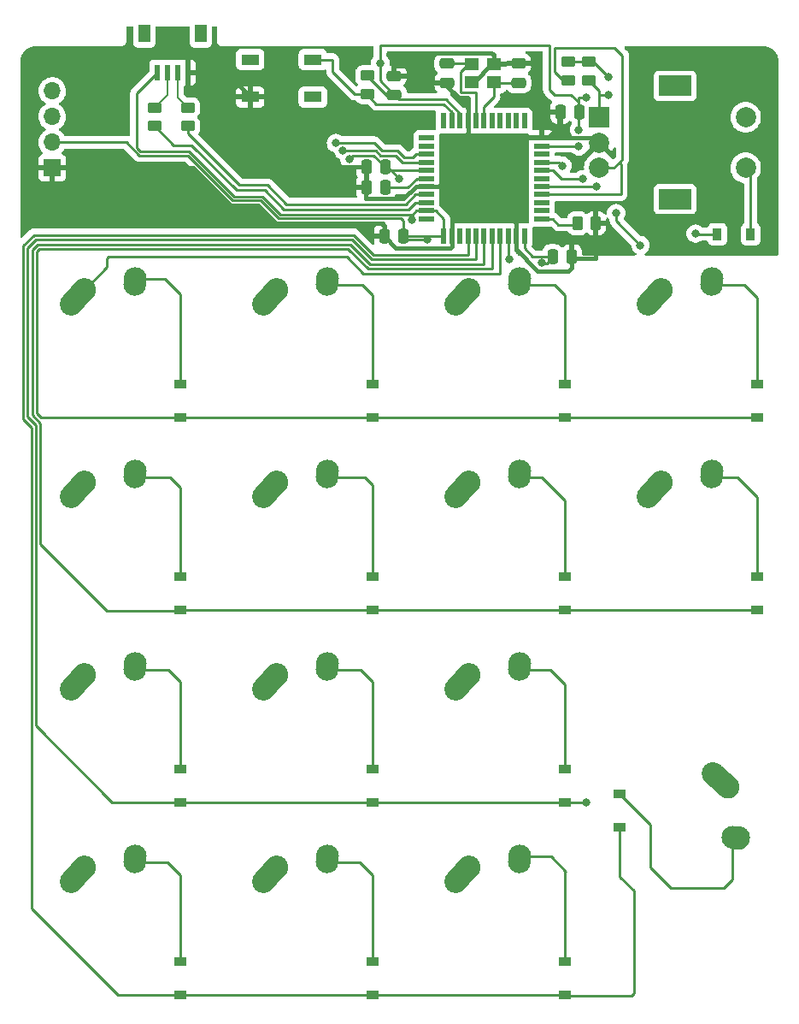
<source format=gbl>
G04 #@! TF.GenerationSoftware,KiCad,Pcbnew,(6.0.10)*
G04 #@! TF.CreationDate,2023-08-06T19:18:38-04:00*
G04 #@! TF.ProjectId,NugMacro-Keypad,4e75674d-6163-4726-9f2d-4b6579706164,V3*
G04 #@! TF.SameCoordinates,Original*
G04 #@! TF.FileFunction,Copper,L2,Bot*
G04 #@! TF.FilePolarity,Positive*
%FSLAX46Y46*%
G04 Gerber Fmt 4.6, Leading zero omitted, Abs format (unit mm)*
G04 Created by KiCad (PCBNEW (6.0.10)) date 2023-08-06 19:18:38*
%MOMM*%
%LPD*%
G01*
G04 APERTURE LIST*
G04 Aperture macros list*
%AMRoundRect*
0 Rectangle with rounded corners*
0 $1 Rounding radius*
0 $2 $3 $4 $5 $6 $7 $8 $9 X,Y pos of 4 corners*
0 Add a 4 corners polygon primitive as box body*
4,1,4,$2,$3,$4,$5,$6,$7,$8,$9,$2,$3,0*
0 Add four circle primitives for the rounded corners*
1,1,$1+$1,$2,$3*
1,1,$1+$1,$4,$5*
1,1,$1+$1,$6,$7*
1,1,$1+$1,$8,$9*
0 Add four rect primitives between the rounded corners*
20,1,$1+$1,$2,$3,$4,$5,0*
20,1,$1+$1,$4,$5,$6,$7,0*
20,1,$1+$1,$6,$7,$8,$9,0*
20,1,$1+$1,$8,$9,$2,$3,0*%
%AMHorizOval*
0 Thick line with rounded ends*
0 $1 width*
0 $2 $3 position (X,Y) of the first rounded end (center of the circle)*
0 $4 $5 position (X,Y) of the second rounded end (center of the circle)*
0 Add line between two ends*
20,1,$1,$2,$3,$4,$5,0*
0 Add two circle primitives to create the rounded ends*
1,1,$1,$2,$3*
1,1,$1,$4,$5*%
G04 Aperture macros list end*
G04 #@! TA.AperFunction,ComponentPad*
%ADD10HorizOval,2.250000X0.655001X0.730000X-0.655001X-0.730000X0*%
G04 #@! TD*
G04 #@! TA.AperFunction,ComponentPad*
%ADD11C,2.250000*%
G04 #@! TD*
G04 #@! TA.AperFunction,ComponentPad*
%ADD12HorizOval,2.250000X0.020000X0.290000X-0.020000X-0.290000X0*%
G04 #@! TD*
G04 #@! TA.AperFunction,ComponentPad*
%ADD13R,2.000000X2.000000*%
G04 #@! TD*
G04 #@! TA.AperFunction,ComponentPad*
%ADD14C,2.000000*%
G04 #@! TD*
G04 #@! TA.AperFunction,ComponentPad*
%ADD15R,3.200000X2.000000*%
G04 #@! TD*
G04 #@! TA.AperFunction,ComponentPad*
%ADD16HorizOval,2.250000X0.730000X-0.655001X-0.730000X0.655001X0*%
G04 #@! TD*
G04 #@! TA.AperFunction,ComponentPad*
%ADD17HorizOval,2.250000X0.290000X-0.020000X-0.290000X0.020000X0*%
G04 #@! TD*
G04 #@! TA.AperFunction,ComponentPad*
%ADD18R,1.700000X1.700000*%
G04 #@! TD*
G04 #@! TA.AperFunction,ComponentPad*
%ADD19O,1.700000X1.700000*%
G04 #@! TD*
G04 #@! TA.AperFunction,SMDPad,CuDef*
%ADD20RoundRect,0.250000X0.450000X-0.262500X0.450000X0.262500X-0.450000X0.262500X-0.450000X-0.262500X0*%
G04 #@! TD*
G04 #@! TA.AperFunction,SMDPad,CuDef*
%ADD21R,1.200000X0.900000*%
G04 #@! TD*
G04 #@! TA.AperFunction,SMDPad,CuDef*
%ADD22RoundRect,0.250000X0.475000X-0.250000X0.475000X0.250000X-0.475000X0.250000X-0.475000X-0.250000X0*%
G04 #@! TD*
G04 #@! TA.AperFunction,SMDPad,CuDef*
%ADD23R,1.500000X0.550000*%
G04 #@! TD*
G04 #@! TA.AperFunction,SMDPad,CuDef*
%ADD24R,0.550000X1.500000*%
G04 #@! TD*
G04 #@! TA.AperFunction,SMDPad,CuDef*
%ADD25RoundRect,0.250000X0.262500X0.450000X-0.262500X0.450000X-0.262500X-0.450000X0.262500X-0.450000X0*%
G04 #@! TD*
G04 #@! TA.AperFunction,SMDPad,CuDef*
%ADD26R,0.900000X1.200000*%
G04 #@! TD*
G04 #@! TA.AperFunction,SMDPad,CuDef*
%ADD27R,1.200000X1.800000*%
G04 #@! TD*
G04 #@! TA.AperFunction,SMDPad,CuDef*
%ADD28R,0.600000X1.550000*%
G04 #@! TD*
G04 #@! TA.AperFunction,SMDPad,CuDef*
%ADD29RoundRect,0.250000X0.250000X0.475000X-0.250000X0.475000X-0.250000X-0.475000X0.250000X-0.475000X0*%
G04 #@! TD*
G04 #@! TA.AperFunction,SMDPad,CuDef*
%ADD30RoundRect,0.250000X-0.450000X0.262500X-0.450000X-0.262500X0.450000X-0.262500X0.450000X0.262500X0*%
G04 #@! TD*
G04 #@! TA.AperFunction,SMDPad,CuDef*
%ADD31R,1.800000X1.100000*%
G04 #@! TD*
G04 #@! TA.AperFunction,SMDPad,CuDef*
%ADD32R,1.400000X1.200000*%
G04 #@! TD*
G04 #@! TA.AperFunction,SMDPad,CuDef*
%ADD33RoundRect,0.250000X-0.475000X0.250000X-0.475000X-0.250000X0.475000X-0.250000X0.475000X0.250000X0*%
G04 #@! TD*
G04 #@! TA.AperFunction,SMDPad,CuDef*
%ADD34RoundRect,0.250000X-0.250000X-0.475000X0.250000X-0.475000X0.250000X0.475000X-0.250000X0.475000X0*%
G04 #@! TD*
G04 #@! TA.AperFunction,ViaPad*
%ADD35C,0.800000*%
G04 #@! TD*
G04 #@! TA.AperFunction,Conductor*
%ADD36C,0.254000*%
G04 #@! TD*
G04 #@! TA.AperFunction,Conductor*
%ADD37C,0.381000*%
G04 #@! TD*
G04 #@! TA.AperFunction,Conductor*
%ADD38C,0.200000*%
G04 #@! TD*
G04 APERTURE END LIST*
D10*
G04 #@! TO.P,MX14,1,COL*
G04 #@! TO.N,COL3*
X167899436Y-89426400D03*
D11*
X168554435Y-88696400D03*
G04 #@! TO.P,MX14,2,ROW*
G04 #@! TO.N,Net-(D14-Pad2)*
X173594435Y-87616400D03*
D12*
X173574435Y-87906400D03*
G04 #@! TD*
D11*
G04 #@! TO.P,MX1,1,COL*
G04 #@! TO.N,COL0*
X111404365Y-69646400D03*
D10*
X110749366Y-70376400D03*
D11*
G04 #@! TO.P,MX1,2,ROW*
G04 #@! TO.N,Net-(D1-Pad2)*
X116444365Y-68566400D03*
D12*
X116424365Y-68856400D03*
G04 #@! TD*
D11*
G04 #@! TO.P,MX7,1,COL*
G04 #@! TO.N,COL1*
X130454335Y-107746500D03*
D10*
X129799336Y-108476500D03*
D11*
G04 #@! TO.P,MX7,2,ROW*
G04 #@! TO.N,Net-(D7-Pad2)*
X135494335Y-106666500D03*
D12*
X135474335Y-106956500D03*
G04 #@! TD*
D11*
G04 #@! TO.P,MX13,1,COL*
G04 #@! TO.N,COL3*
X168554435Y-69646400D03*
D10*
X167899436Y-70376400D03*
D11*
G04 #@! TO.P,MX13,2,ROW*
G04 #@! TO.N,Net-(D13-Pad2)*
X173594435Y-68566400D03*
D12*
X173574435Y-68856400D03*
G04 #@! TD*
D11*
G04 #@! TO.P,MX8,1,COL*
G04 #@! TO.N,COL1*
X130454335Y-126796540D03*
D10*
X129799336Y-127526540D03*
D12*
G04 #@! TO.P,MX8,2,ROW*
G04 #@! TO.N,Net-(D8-Pad2)*
X135474335Y-126006540D03*
D11*
X135494335Y-125716540D03*
G04 #@! TD*
D10*
G04 #@! TO.P,MX10,1,COL*
G04 #@! TO.N,COL2*
X148849436Y-89426400D03*
D11*
X149504435Y-88696400D03*
D12*
G04 #@! TO.P,MX10,2,ROW*
G04 #@! TO.N,Net-(D10-Pad2)*
X154524435Y-87906400D03*
D11*
X154544435Y-87616400D03*
G04 #@! TD*
D10*
G04 #@! TO.P,MX2,1,COL*
G04 #@! TO.N,COL0*
X110749366Y-89426400D03*
D11*
X111404365Y-88696400D03*
G04 #@! TO.P,MX2,2,ROW*
G04 #@! TO.N,Net-(D2-Pad2)*
X116444365Y-87616400D03*
D12*
X116424365Y-87906400D03*
G04 #@! TD*
D10*
G04 #@! TO.P,MX12,1,COL*
G04 #@! TO.N,COL2*
X148849436Y-127526540D03*
D11*
X149504435Y-126796540D03*
D12*
G04 #@! TO.P,MX12,2,ROW*
G04 #@! TO.N,Net-(D12-Pad2)*
X154524435Y-126006540D03*
D11*
X154544435Y-125716540D03*
G04 #@! TD*
G04 #@! TO.P,MX11,1,COL*
G04 #@! TO.N,COL2*
X149504435Y-107746500D03*
D10*
X148849436Y-108476500D03*
D12*
G04 #@! TO.P,MX11,2,ROW*
G04 #@! TO.N,Net-(D11-Pad2)*
X154524435Y-106956500D03*
D11*
X154544435Y-106666500D03*
G04 #@! TD*
D13*
G04 #@! TO.P,SW2,A,A*
G04 #@! TO.N,CLK*
X162407400Y-52563470D03*
D14*
G04 #@! TO.P,SW2,B,B*
G04 #@! TO.N,DT*
X162407400Y-57563470D03*
G04 #@! TO.P,SW2,C,C*
G04 #@! TO.N,GND*
X162407400Y-55063470D03*
D15*
G04 #@! TO.P,SW2,MP*
G04 #@! TO.N,N/C*
X169907400Y-49463470D03*
X169907400Y-60663470D03*
D14*
G04 #@! TO.P,SW2,S1,S1*
G04 #@! TO.N,Net-(D16-Pad2)*
X176907400Y-57563470D03*
G04 #@! TO.P,SW2,S2,S2*
G04 #@! TO.N,COL3*
X176907400Y-52563470D03*
G04 #@! TD*
D16*
G04 #@! TO.P,MX15,1,COL*
G04 #@! TO.N,COL3*
X174394850Y-118202471D03*
D11*
X175124850Y-118857470D03*
D17*
G04 #@! TO.P,MX15,2,ROW*
G04 #@! TO.N,Net-(D15-Pad2)*
X175914850Y-123877470D03*
D11*
X176204850Y-123897470D03*
G04 #@! TD*
G04 #@! TO.P,MX3,1,COL*
G04 #@! TO.N,COL0*
X111404365Y-107746500D03*
D10*
X110749366Y-108476500D03*
D11*
G04 #@! TO.P,MX3,2,ROW*
G04 #@! TO.N,Net-(D3-Pad2)*
X116444365Y-106666500D03*
D12*
X116424365Y-106956500D03*
G04 #@! TD*
D10*
G04 #@! TO.P,MX4,1,COL*
G04 #@! TO.N,COL0*
X110749366Y-127526540D03*
D11*
X111404365Y-126796540D03*
D12*
G04 #@! TO.P,MX4,2,ROW*
G04 #@! TO.N,Net-(D4-Pad2)*
X116424365Y-126006540D03*
D11*
X116444365Y-125716540D03*
G04 #@! TD*
D18*
G04 #@! TO.P,J3,1,Pin_1*
G04 #@! TO.N,GND*
X108204581Y-57575405D03*
D19*
G04 #@! TO.P,J3,2,Pin_2*
G04 #@! TO.N,+5V*
X108204581Y-55035405D03*
G04 #@! TO.P,J3,3,Pin_3*
G04 #@! TO.N,OLED2*
X108204581Y-52495405D03*
G04 #@! TO.P,J3,4,Pin_4*
G04 #@! TO.N,OLED1*
X108204581Y-49955405D03*
G04 #@! TD*
D11*
G04 #@! TO.P,MX6,1,COL*
G04 #@! TO.N,COL1*
X130454335Y-88696400D03*
D10*
X129799336Y-89426400D03*
D11*
G04 #@! TO.P,MX6,2,ROW*
G04 #@! TO.N,Net-(D6-Pad2)*
X135494335Y-87616400D03*
D12*
X135474335Y-87906400D03*
G04 #@! TD*
D10*
G04 #@! TO.P,MX5,1,COL*
G04 #@! TO.N,COL1*
X129799336Y-70376400D03*
D11*
X130454335Y-69646400D03*
G04 #@! TO.P,MX5,2,ROW*
G04 #@! TO.N,Net-(D5-Pad2)*
X135494335Y-68566400D03*
D12*
X135474335Y-68856400D03*
G04 #@! TD*
D10*
G04 #@! TO.P,MX9,1,COL*
G04 #@! TO.N,COL2*
X148849436Y-70376400D03*
D11*
X149504435Y-69646400D03*
G04 #@! TO.P,MX9,2,ROW*
G04 #@! TO.N,Net-(D9-Pad2)*
X154544435Y-68566400D03*
D12*
X154524435Y-68856400D03*
G04 #@! TD*
D20*
G04 #@! TO.P,R3,1*
G04 #@! TO.N,Net-(R3-Pad1)*
X121651400Y-53435970D03*
G04 #@! TO.P,R3,2*
G04 #@! TO.N,D+*
X121651400Y-51610970D03*
G04 #@! TD*
D21*
G04 #@! TO.P,D3,1,K*
G04 #@! TO.N,ROW2*
X120904365Y-120396500D03*
G04 #@! TO.P,D3,2,A*
G04 #@! TO.N,Net-(D3-Pad2)*
X120904365Y-117096500D03*
G04 #@! TD*
G04 #@! TO.P,D4,1,K*
G04 #@! TO.N,ROW3*
X120904365Y-139446540D03*
G04 #@! TO.P,D4,2,A*
G04 #@! TO.N,Net-(D4-Pad2)*
X120904365Y-136146540D03*
G04 #@! TD*
D22*
G04 #@! TO.P,C4,1*
G04 #@! TO.N,+5V*
X142098400Y-50359470D03*
G04 #@! TO.P,C4,2*
G04 #@! TO.N,GND*
X142098400Y-48459470D03*
G04 #@! TD*
D21*
G04 #@! TO.P,D8,1,K*
G04 #@! TO.N,ROW3*
X139954000Y-139446140D03*
G04 #@! TO.P,D8,2,A*
G04 #@! TO.N,Net-(D8-Pad2)*
X139954000Y-136146140D03*
G04 #@! TD*
D23*
G04 #@! TO.P,U1,1,PE6*
G04 #@! TO.N,unconnected-(U1-Pad1)*
X145288400Y-62619470D03*
G04 #@! TO.P,U1,2,UVCC*
G04 #@! TO.N,+5V*
X145288400Y-61819470D03*
G04 #@! TO.P,U1,3,D-*
G04 #@! TO.N,Net-(R2-Pad1)*
X145288400Y-61019470D03*
G04 #@! TO.P,U1,4,D+*
G04 #@! TO.N,Net-(R3-Pad1)*
X145288400Y-60219470D03*
G04 #@! TO.P,U1,5,UGND*
G04 #@! TO.N,GND*
X145288400Y-59419470D03*
G04 #@! TO.P,U1,6,UCAP*
G04 #@! TO.N,Net-(C6-Pad1)*
X145288400Y-58619470D03*
G04 #@! TO.P,U1,7,VBUS*
G04 #@! TO.N,+5V*
X145288400Y-57819470D03*
G04 #@! TO.P,U1,8,PB0*
G04 #@! TO.N,OLED1*
X145288400Y-57019470D03*
G04 #@! TO.P,U1,9,PB1*
G04 #@! TO.N,OLED2*
X145288400Y-56219470D03*
G04 #@! TO.P,U1,10,PB2*
G04 #@! TO.N,unconnected-(U1-Pad10)*
X145288400Y-55419470D03*
G04 #@! TO.P,U1,11,PB3*
G04 #@! TO.N,unconnected-(U1-Pad11)*
X145288400Y-54619470D03*
D24*
G04 #@! TO.P,U1,12,PB7*
G04 #@! TO.N,unconnected-(U1-Pad12)*
X146988400Y-52919470D03*
G04 #@! TO.P,U1,13,~{RESET}*
G04 #@! TO.N,RESET*
X147788400Y-52919470D03*
G04 #@! TO.P,U1,14,VCC*
G04 #@! TO.N,+5V*
X148588400Y-52919470D03*
G04 #@! TO.P,U1,15,GND*
G04 #@! TO.N,GND*
X149388400Y-52919470D03*
G04 #@! TO.P,U1,16,XTAL2*
G04 #@! TO.N,XTAL2*
X150188400Y-52919470D03*
G04 #@! TO.P,U1,17,XTAL1*
G04 #@! TO.N,XTAL1*
X150988400Y-52919470D03*
G04 #@! TO.P,U1,18,PD0*
G04 #@! TO.N,unconnected-(U1-Pad18)*
X151788400Y-52919470D03*
G04 #@! TO.P,U1,19,PD1*
G04 #@! TO.N,unconnected-(U1-Pad19)*
X152588400Y-52919470D03*
G04 #@! TO.P,U1,20,PD2*
G04 #@! TO.N,unconnected-(U1-Pad20)*
X153388400Y-52919470D03*
G04 #@! TO.P,U1,21,PD3*
G04 #@! TO.N,unconnected-(U1-Pad21)*
X154188400Y-52919470D03*
G04 #@! TO.P,U1,22,PD5*
G04 #@! TO.N,unconnected-(U1-Pad22)*
X154988400Y-52919470D03*
D23*
G04 #@! TO.P,U1,23,GND*
G04 #@! TO.N,GND*
X156688400Y-54619470D03*
G04 #@! TO.P,U1,24,AVCC*
G04 #@! TO.N,+5V*
X156688400Y-55419470D03*
G04 #@! TO.P,U1,25,PD4*
G04 #@! TO.N,unconnected-(U1-Pad25)*
X156688400Y-56219470D03*
G04 #@! TO.P,U1,26,PD6*
G04 #@! TO.N,COL2*
X156688400Y-57019470D03*
G04 #@! TO.P,U1,27,PD7*
G04 #@! TO.N,COL3*
X156688400Y-57819470D03*
G04 #@! TO.P,U1,28,PB4*
G04 #@! TO.N,unconnected-(U1-Pad28)*
X156688400Y-58619470D03*
G04 #@! TO.P,U1,29,PB5*
G04 #@! TO.N,CLK*
X156688400Y-59419470D03*
G04 #@! TO.P,U1,30,PB6*
G04 #@! TO.N,DT*
X156688400Y-60219470D03*
G04 #@! TO.P,U1,31,PC6*
G04 #@! TO.N,unconnected-(U1-Pad31)*
X156688400Y-61019470D03*
G04 #@! TO.P,U1,32,PC7*
G04 #@! TO.N,unconnected-(U1-Pad32)*
X156688400Y-61819470D03*
G04 #@! TO.P,U1,33,~{HWB}/PE2*
G04 #@! TO.N,Net-(R4-Pad2)*
X156688400Y-62619470D03*
D24*
G04 #@! TO.P,U1,34,VCC*
G04 #@! TO.N,+5V*
X154988400Y-64319470D03*
G04 #@! TO.P,U1,35,GND*
G04 #@! TO.N,GND*
X154188400Y-64319470D03*
G04 #@! TO.P,U1,36,PF7*
G04 #@! TO.N,COL1*
X153388400Y-64319470D03*
G04 #@! TO.P,U1,37,PF6*
G04 #@! TO.N,COL0*
X152588400Y-64319470D03*
G04 #@! TO.P,U1,38,PF5*
G04 #@! TO.N,ROW0*
X151788400Y-64319470D03*
G04 #@! TO.P,U1,39,PF4*
G04 #@! TO.N,ROW1*
X150988400Y-64319470D03*
G04 #@! TO.P,U1,40,PF1*
G04 #@! TO.N,ROW2*
X150188400Y-64319470D03*
G04 #@! TO.P,U1,41,PF0*
G04 #@! TO.N,ROW3*
X149388400Y-64319470D03*
G04 #@! TO.P,U1,42,AREF*
G04 #@! TO.N,unconnected-(U1-Pad42)*
X148588400Y-64319470D03*
G04 #@! TO.P,U1,43,GND*
G04 #@! TO.N,GND*
X147788400Y-64319470D03*
G04 #@! TO.P,U1,44,AVCC*
G04 #@! TO.N,+5V*
X146988400Y-64319470D03*
G04 #@! TD*
D25*
G04 #@! TO.P,R4,1*
G04 #@! TO.N,GND*
X162060900Y-63064470D03*
G04 #@! TO.P,R4,2*
G04 #@! TO.N,Net-(R4-Pad2)*
X160235900Y-63064470D03*
G04 #@! TD*
D20*
G04 #@! TO.P,R2,1*
G04 #@! TO.N,Net-(R2-Pad1)*
X118349400Y-53435970D03*
G04 #@! TO.P,R2,2*
G04 #@! TO.N,D-*
X118349400Y-51610970D03*
G04 #@! TD*
D21*
G04 #@! TO.P,D15,1,K*
G04 #@! TO.N,ROW3*
X164450400Y-122853470D03*
G04 #@! TO.P,D15,2,A*
G04 #@! TO.N,Net-(D15-Pad2)*
X164450400Y-119553470D03*
G04 #@! TD*
D26*
G04 #@! TO.P,D16,1,K*
G04 #@! TO.N,ROW2*
X174103400Y-64153470D03*
G04 #@! TO.P,D16,2,A*
G04 #@! TO.N,Net-(D16-Pad2)*
X177403400Y-64153470D03*
G04 #@! TD*
D27*
G04 #@! TO.P,J2,*
G04 #@! TO.N,*
X117327400Y-44279470D03*
X122927400Y-44279470D03*
D28*
G04 #@! TO.P,J2,1,Pin_1*
G04 #@! TO.N,+5V*
X118627400Y-48154470D03*
G04 #@! TO.P,J2,2,Pin_2*
G04 #@! TO.N,D-*
X119627400Y-48154470D03*
G04 #@! TO.P,J2,3,Pin_3*
G04 #@! TO.N,D+*
X120627400Y-48154470D03*
G04 #@! TO.P,J2,4,Pin_4*
G04 #@! TO.N,GND*
X121627400Y-48154470D03*
G04 #@! TD*
D29*
G04 #@! TO.P,C3,1*
G04 #@! TO.N,+5V*
X141209400Y-57476470D03*
G04 #@! TO.P,C3,2*
G04 #@! TO.N,GND*
X139309400Y-57476470D03*
G04 #@! TD*
D20*
G04 #@! TO.P,R6,1*
G04 #@! TO.N,DT*
X159370400Y-48918470D03*
G04 #@! TO.P,R6,2*
G04 #@! TO.N,+5V*
X159370400Y-47093470D03*
G04 #@! TD*
D21*
G04 #@! TO.P,D14,1,K*
G04 #@! TO.N,ROW1*
X178054435Y-101346400D03*
G04 #@! TO.P,D14,2,A*
G04 #@! TO.N,Net-(D14-Pad2)*
X178054435Y-98046400D03*
G04 #@! TD*
G04 #@! TO.P,D10,1,K*
G04 #@! TO.N,ROW1*
X159004000Y-101346000D03*
G04 #@! TO.P,D10,2,A*
G04 #@! TO.N,Net-(D10-Pad2)*
X159004000Y-98046000D03*
G04 #@! TD*
D30*
G04 #@! TO.P,R1,1*
G04 #@! TO.N,+5V*
X139431400Y-48435970D03*
G04 #@! TO.P,R1,2*
G04 #@! TO.N,RESET*
X139431400Y-50260970D03*
G04 #@! TD*
D31*
G04 #@! TO.P,SW1,1,1*
G04 #@! TO.N,GND*
X127822400Y-50563470D03*
G04 #@! TO.P,SW1,2,2*
G04 #@! TO.N,RESET*
X134022400Y-46863470D03*
G04 #@! TO.P,SW1,3*
G04 #@! TO.N,N/C*
X127822400Y-46863470D03*
G04 #@! TO.P,SW1,4*
X134022400Y-50563470D03*
G04 #@! TD*
D21*
G04 #@! TO.P,D6,1,K*
G04 #@! TO.N,ROW1*
X139954000Y-101346000D03*
G04 #@! TO.P,D6,2,A*
G04 #@! TO.N,Net-(D6-Pad2)*
X139954000Y-98046000D03*
G04 #@! TD*
D22*
G04 #@! TO.P,C1,1*
G04 #@! TO.N,XTAL1*
X154417400Y-49155470D03*
G04 #@! TO.P,C1,2*
G04 #@! TO.N,GND*
X154417400Y-47255470D03*
G04 #@! TD*
D21*
G04 #@! TO.P,D12,1,K*
G04 #@! TO.N,ROW3*
X159004000Y-139446140D03*
G04 #@! TO.P,D12,2,A*
G04 #@! TO.N,Net-(D12-Pad2)*
X159004000Y-136146140D03*
G04 #@! TD*
D32*
G04 #@! TO.P,Y1,1,1*
G04 #@! TO.N,XTAL1*
X151961400Y-49055470D03*
G04 #@! TO.P,Y1,2,2*
G04 #@! TO.N,GND*
X149761400Y-49055470D03*
G04 #@! TO.P,Y1,3,3*
G04 #@! TO.N,XTAL2*
X149761400Y-47355470D03*
G04 #@! TO.P,Y1,4,4*
G04 #@! TO.N,GND*
X151961400Y-47355470D03*
G04 #@! TD*
D33*
G04 #@! TO.P,C2,1*
G04 #@! TO.N,XTAL2*
X147305400Y-47255470D03*
G04 #@! TO.P,C2,2*
G04 #@! TO.N,GND*
X147305400Y-49155470D03*
G04 #@! TD*
D21*
G04 #@! TO.P,D9,1,K*
G04 #@! TO.N,ROW0*
X159004435Y-82296400D03*
G04 #@! TO.P,D9,2,A*
G04 #@! TO.N,Net-(D9-Pad2)*
X159004435Y-78996400D03*
G04 #@! TD*
G04 #@! TO.P,D11,1,K*
G04 #@! TO.N,ROW2*
X159004000Y-120396100D03*
G04 #@! TO.P,D11,2,A*
G04 #@! TO.N,Net-(D11-Pad2)*
X159004000Y-117096100D03*
G04 #@! TD*
G04 #@! TO.P,D5,1,K*
G04 #@! TO.N,ROW0*
X139954335Y-82296400D03*
G04 #@! TO.P,D5,2,A*
G04 #@! TO.N,Net-(D5-Pad2)*
X139954335Y-78996400D03*
G04 #@! TD*
G04 #@! TO.P,D1,1,K*
G04 #@! TO.N,ROW0*
X120904365Y-82296400D03*
G04 #@! TO.P,D1,2,A*
G04 #@! TO.N,Net-(D1-Pad2)*
X120904365Y-78996400D03*
G04 #@! TD*
D29*
G04 #@! TO.P,C6,1*
G04 #@! TO.N,Net-(C6-Pad1)*
X141209400Y-59508470D03*
G04 #@! TO.P,C6,2*
G04 #@! TO.N,GND*
X139309400Y-59508470D03*
G04 #@! TD*
D34*
G04 #@! TO.P,C8,1*
G04 #@! TO.N,+5V*
X157785400Y-66366470D03*
G04 #@! TO.P,C8,2*
G04 #@! TO.N,GND*
X159685400Y-66366470D03*
G04 #@! TD*
D21*
G04 #@! TO.P,D2,1,K*
G04 #@! TO.N,ROW1*
X120904365Y-101346400D03*
G04 #@! TO.P,D2,2,A*
G04 #@! TO.N,Net-(D2-Pad2)*
X120904365Y-98046400D03*
G04 #@! TD*
G04 #@! TO.P,D7,1,K*
G04 #@! TO.N,ROW2*
X139954335Y-120396500D03*
G04 #@! TO.P,D7,2,A*
G04 #@! TO.N,Net-(D7-Pad2)*
X139954335Y-117096500D03*
G04 #@! TD*
D29*
G04 #@! TO.P,C7,1*
G04 #@! TO.N,+5V*
X142987400Y-64334470D03*
G04 #@! TO.P,C7,2*
G04 #@! TO.N,GND*
X141087400Y-64334470D03*
G04 #@! TD*
D20*
G04 #@! TO.P,R5,1*
G04 #@! TO.N,CLK*
X161402400Y-48918470D03*
G04 #@! TO.P,R5,2*
G04 #@! TO.N,+5V*
X161402400Y-47093470D03*
G04 #@! TD*
D29*
G04 #@! TO.P,C5,1*
G04 #@! TO.N,+5V*
X160447400Y-52015470D03*
G04 #@! TO.P,C5,2*
G04 #@! TO.N,GND*
X158547400Y-52015470D03*
G04 #@! TD*
D21*
G04 #@! TO.P,D13,1,K*
G04 #@! TO.N,ROW0*
X178054000Y-82296000D03*
G04 #@! TO.P,D13,2,A*
G04 #@! TO.N,Net-(D13-Pad2)*
X178054000Y-78996000D03*
G04 #@! TD*
D35*
G04 #@! TO.N,+5V*
X145400400Y-64687470D03*
X156703400Y-66973470D03*
X140701400Y-47189470D03*
X142606400Y-58619470D03*
G04 #@! TO.N,OLED2*
X136311645Y-55118715D03*
G04 #@! TO.N,OLED1*
X137018400Y-55825470D03*
G04 #@! TO.N,+5V*
X137653400Y-56686470D03*
X143876400Y-62683470D03*
X160386400Y-55444470D03*
X160386400Y-53793470D03*
X161148400Y-50618470D03*
G04 #@! TO.N,ROW2*
X171943400Y-64080470D03*
X161148400Y-120341470D03*
G04 #@! TO.N,COL1*
X153528400Y-66620470D03*
G04 #@! TO.N,COL2*
X158735400Y-57349470D03*
G04 #@! TO.N,COL3*
X166482400Y-65223470D03*
X160767400Y-58692970D03*
X164069400Y-62048470D03*
G04 #@! TO.N,CLK*
X163307400Y-50364470D03*
X162164400Y-59381470D03*
G04 #@! TO.N,+5V*
X163307400Y-48586470D03*
G04 #@! TD*
D36*
G04 #@! TO.N,ROW0*
X139954335Y-82296400D02*
X159004435Y-82296400D01*
G04 #@! TO.N,ROW3*
X164450400Y-127707470D02*
X164450400Y-122853470D01*
X165847400Y-129104470D02*
X164450400Y-127707470D01*
X165847400Y-139264470D02*
X165847400Y-129104470D01*
X165593400Y-139518470D02*
X165847400Y-139264470D01*
X159076330Y-139518470D02*
X165593400Y-139518470D01*
X159004000Y-139446140D02*
X159076330Y-139518470D01*
X138614330Y-139446540D02*
X120904365Y-139446540D01*
X138614730Y-139446140D02*
X138614330Y-139446540D01*
X139954000Y-139446140D02*
X138614730Y-139446140D01*
X159004000Y-139446140D02*
X139954000Y-139446140D01*
G04 #@! TO.N,ROW2*
X150188400Y-66655470D02*
X150188400Y-64319470D01*
X139861504Y-66655470D02*
X150188400Y-66655470D01*
X137902504Y-64696470D02*
X139861504Y-66655470D01*
X106543296Y-64696470D02*
X137902504Y-64696470D01*
X105757400Y-82236575D02*
X105757400Y-65482366D01*
X105757400Y-65482366D02*
X106543296Y-64696470D01*
X106592400Y-112775470D02*
X106592400Y-83071576D01*
X114158400Y-120341470D02*
X106592400Y-112775470D01*
X121032100Y-120341470D02*
X114158400Y-120341470D01*
X106592400Y-83071576D02*
X105757400Y-82236575D01*
X139954335Y-120396500D02*
X120904365Y-120396500D01*
X157156370Y-120396500D02*
X139954335Y-120396500D01*
X157156770Y-120396100D02*
X157156370Y-120396500D01*
G04 #@! TO.N,ROW1*
X150988400Y-67109470D02*
X150988400Y-64319470D01*
X139673452Y-67109470D02*
X150988400Y-67109470D01*
X137714452Y-65150470D02*
X139673452Y-67109470D01*
X106731348Y-65150470D02*
X137714452Y-65150470D01*
X107046400Y-94814470D02*
X107046400Y-82883523D01*
X107046400Y-82883523D02*
X106211400Y-82048522D01*
X106211400Y-65670418D02*
X106731348Y-65150470D01*
X113650400Y-101418470D02*
X107046400Y-94814470D01*
X106211400Y-82048522D02*
X106211400Y-65670418D01*
X121014160Y-101418470D02*
X113650400Y-101418470D01*
X121086630Y-101346000D02*
X121014160Y-101418470D01*
X139954000Y-101346000D02*
X121086630Y-101346000D01*
X176315930Y-101346000D02*
X159004000Y-101346000D01*
X178054435Y-101346400D02*
X176316330Y-101346400D01*
X176316330Y-101346400D02*
X176315930Y-101346000D01*
X139954000Y-101346000D02*
X159004000Y-101346000D01*
G04 #@! TO.N,ROW0*
X160822730Y-82296000D02*
X178054000Y-82296000D01*
X160822330Y-82296400D02*
X160822730Y-82296000D01*
X159004435Y-82296400D02*
X160822330Y-82296400D01*
X120904365Y-82296400D02*
X139954335Y-82296400D01*
G04 #@! TO.N,+5V*
X143340400Y-64687470D02*
X145400400Y-64687470D01*
X142987400Y-64334470D02*
X143340400Y-64687470D01*
X146973400Y-64334470D02*
X146988400Y-64319470D01*
X142987400Y-64334470D02*
X146973400Y-64334470D01*
X156703400Y-67001470D02*
X156703400Y-66973470D01*
X157785400Y-66427470D02*
X157211400Y-67001470D01*
X157211400Y-67001470D02*
X156703400Y-67001470D01*
X157785400Y-66366470D02*
X157785400Y-66427470D01*
D37*
G04 #@! TO.N,GND*
X128636400Y-61295970D02*
X125882044Y-61295970D01*
X125882044Y-61295970D02*
X122161479Y-57575405D01*
X140955400Y-63073970D02*
X130414400Y-63073970D01*
X140955400Y-63191470D02*
X140955400Y-63073970D01*
X141087400Y-63323470D02*
X140955400Y-63191470D01*
X141087400Y-64334470D02*
X141087400Y-63323470D01*
X130414400Y-63073970D02*
X128636400Y-61295970D01*
X122161479Y-57575405D02*
X108204581Y-57575405D01*
D36*
G04 #@! TO.N,+5V*
X154988400Y-65540470D02*
X154988400Y-64319470D01*
X155814400Y-66366470D02*
X154988400Y-65540470D01*
X157785400Y-66366470D02*
X155814400Y-66366470D01*
D37*
G04 #@! TO.N,GND*
X159685400Y-67448470D02*
X159685400Y-66366470D01*
X159370400Y-67763470D02*
X159685400Y-67448470D01*
X156322400Y-67763470D02*
X154188400Y-65629470D01*
X154188400Y-65629470D02*
X154188400Y-64319470D01*
X159370400Y-67763470D02*
X156322400Y-67763470D01*
X159812400Y-66493470D02*
X159685400Y-66366470D01*
X162037400Y-66493470D02*
X159812400Y-66493470D01*
X162060900Y-66469970D02*
X162037400Y-66493470D01*
X162060900Y-63064470D02*
X162060900Y-66469970D01*
D36*
G04 #@! TO.N,+5V*
X157465400Y-45411470D02*
X140701400Y-45411470D01*
X157465400Y-49856470D02*
X157465400Y-45411470D01*
X157973400Y-50364470D02*
X157465400Y-49856470D01*
X159624400Y-50364470D02*
X157973400Y-50364470D01*
X140701400Y-45411470D02*
X140701400Y-47189470D01*
X160320400Y-51060470D02*
X159624400Y-50364470D01*
X160320400Y-52015470D02*
X160320400Y-51060470D01*
D37*
G04 #@! TO.N,GND*
X151750400Y-46173470D02*
X151961400Y-46384470D01*
X146225900Y-46173470D02*
X151750400Y-46173470D01*
X145146400Y-47252970D02*
X146225900Y-46173470D01*
X145146400Y-47697470D02*
X145146400Y-47252970D01*
X151961400Y-46384470D02*
X151961400Y-47355470D01*
D36*
G04 #@! TO.N,+5V*
X140701400Y-48962470D02*
X142098400Y-50359470D01*
X140701400Y-47189470D02*
X140701400Y-48962470D01*
X141463400Y-57476470D02*
X142606400Y-58619470D01*
X141209400Y-57476470D02*
X141463400Y-57476470D01*
G04 #@! TO.N,OLED2*
X136331890Y-55098470D02*
X136311645Y-55118715D01*
X136717266Y-55098470D02*
X136331890Y-55098470D01*
X140115504Y-55098470D02*
X136717266Y-55098470D01*
X140896504Y-55879470D02*
X140115504Y-55098470D01*
X142413453Y-55879470D02*
X140896504Y-55879470D01*
X143099452Y-56565470D02*
X142413453Y-55879470D01*
X143898400Y-56565470D02*
X143099452Y-56565470D01*
X144244400Y-56219470D02*
X143898400Y-56565470D01*
X145288400Y-56219470D02*
X144244400Y-56219470D01*
G04 #@! TO.N,OLED1*
X142911400Y-57019470D02*
X145288400Y-57019470D01*
X142225400Y-56333470D02*
X142911400Y-57019470D01*
X140708452Y-56333470D02*
X142225400Y-56333470D01*
X140254452Y-55879470D02*
X140708452Y-56333470D01*
X137072400Y-55879470D02*
X140254452Y-55879470D01*
X137018400Y-55825470D02*
X137072400Y-55879470D01*
G04 #@! TO.N,+5V*
X140066400Y-56333470D02*
X141209400Y-57476470D01*
X138006400Y-56333470D02*
X140066400Y-56333470D01*
X137653400Y-56686470D02*
X138006400Y-56333470D01*
X143928400Y-62631470D02*
X143876400Y-62683470D01*
X143928400Y-62175470D02*
X143928400Y-62631470D01*
X146167400Y-61819470D02*
X145288400Y-61819470D01*
X146988400Y-62640470D02*
X146167400Y-61819470D01*
X146988400Y-64319470D02*
X146988400Y-62640470D01*
D37*
G04 #@! TO.N,GND*
X139309400Y-57476470D02*
X139309400Y-59508470D01*
D36*
G04 #@! TO.N,+5V*
X142987400Y-64334470D02*
X142987400Y-62810470D01*
X121651400Y-56333470D02*
X116825400Y-56333470D01*
X126096400Y-60778470D02*
X121651400Y-56333470D01*
X130668400Y-62556470D02*
X128890400Y-60778470D01*
X142733400Y-62556470D02*
X130668400Y-62556470D01*
X128890400Y-60778470D02*
X126096400Y-60778470D01*
X116825400Y-56333470D02*
X115527335Y-55035405D01*
X142987400Y-62810470D02*
X142733400Y-62556470D01*
X115527335Y-55035405D02*
X108204581Y-55035405D01*
D37*
G04 #@! TO.N,GND*
X127822400Y-55646470D02*
X127822400Y-50563470D01*
X129652400Y-57476470D02*
X127822400Y-55646470D01*
X139309400Y-57476470D02*
X129652400Y-57476470D01*
D36*
G04 #@! TO.N,+5V*
X141552400Y-57819470D02*
X145288400Y-57819470D01*
X141209400Y-57476470D02*
X141552400Y-57819470D01*
D37*
G04 #@! TO.N,GND*
X145146400Y-48205470D02*
X145146400Y-47697470D01*
X142098400Y-47570470D02*
X142225400Y-47443470D01*
X142225400Y-47443470D02*
X144892400Y-47443470D01*
X144892400Y-47443470D02*
X145146400Y-47697470D01*
X142098400Y-48459470D02*
X142098400Y-47570470D01*
D36*
G04 #@! TO.N,+5V*
X148588400Y-52198418D02*
X148588400Y-52919470D01*
X147189452Y-50799470D02*
X148588400Y-52198418D01*
X142538400Y-50799470D02*
X147189452Y-50799470D01*
X142098400Y-50359470D02*
X142538400Y-50799470D01*
G04 #@! TO.N,RESET*
X147001400Y-51253470D02*
X147788400Y-52040470D01*
X140320400Y-51253470D02*
X147001400Y-51253470D01*
X139431400Y-50364470D02*
X140320400Y-51253470D01*
X147788400Y-52040470D02*
X147788400Y-52919470D01*
X139431400Y-50260970D02*
X139431400Y-50364470D01*
G04 #@! TO.N,+5V*
X141331400Y-50359470D02*
X142098400Y-50359470D01*
X139431400Y-48459470D02*
X141331400Y-50359470D01*
X139431400Y-48435970D02*
X139431400Y-48459470D01*
G04 #@! TO.N,RESET*
X138184900Y-50260970D02*
X139431400Y-50260970D01*
X136002400Y-48078470D02*
X138184900Y-50260970D01*
X136002400Y-46935470D02*
X136002400Y-48078470D01*
X135930400Y-46863470D02*
X136002400Y-46935470D01*
X134022400Y-46863470D02*
X135930400Y-46863470D01*
G04 #@! TO.N,Net-(C6-Pad1)*
X144317688Y-58619470D02*
X145288400Y-58619470D01*
X143428688Y-59508470D02*
X144317688Y-58619470D01*
X141209400Y-59508470D02*
X143428688Y-59508470D01*
D37*
G04 #@! TO.N,GND*
X139304400Y-60641970D02*
X143027044Y-60641970D01*
X143027044Y-60641970D02*
X144249544Y-59419470D01*
X139304400Y-59513470D02*
X139304400Y-60641970D01*
X144249544Y-59419470D02*
X145288400Y-59419470D01*
X139309400Y-59508470D02*
X139304400Y-59513470D01*
X158420400Y-53473470D02*
X157274400Y-54619470D01*
X158420400Y-52015470D02*
X158420400Y-53473470D01*
X157274400Y-54619470D02*
X156688400Y-54619470D01*
D36*
G04 #@! TO.N,+5V*
X159751400Y-55444470D02*
X159726400Y-55419470D01*
X160386400Y-55444470D02*
X159751400Y-55444470D01*
X159726400Y-55419470D02*
X160107400Y-55419470D01*
X156688400Y-55419470D02*
X159726400Y-55419470D01*
X160320400Y-53727470D02*
X160386400Y-53793470D01*
X160320400Y-52015470D02*
X160320400Y-53727470D01*
X160386400Y-50618470D02*
X160320400Y-50684470D01*
X161148400Y-50618470D02*
X160386400Y-50618470D01*
X160320400Y-50684470D02*
X160320400Y-52015470D01*
D37*
G04 #@! TO.N,GND*
X147636400Y-65477470D02*
X147788400Y-65325470D01*
X147788400Y-65325470D02*
X147788400Y-64319470D01*
X141087400Y-64334470D02*
X142230400Y-65477470D01*
X142230400Y-65477470D02*
X147636400Y-65477470D01*
D36*
G04 #@! TO.N,ROW0*
X107101330Y-82296400D02*
X120904365Y-82296400D01*
X106919400Y-65604470D02*
X106665400Y-65858470D01*
X106665400Y-65858470D02*
X106665400Y-81860470D01*
X139485400Y-67563470D02*
X137526400Y-65604470D01*
X151788400Y-67563470D02*
X139485400Y-67563470D01*
X137526400Y-65604470D02*
X106919400Y-65604470D01*
X106665400Y-81860470D02*
X107101330Y-82296400D01*
X151788400Y-64319470D02*
X151788400Y-67563470D01*
G04 #@! TO.N,COL0*
X113650400Y-66493470D02*
X113650400Y-67400365D01*
X139050400Y-68017470D02*
X137399400Y-66366470D01*
X113650400Y-67400365D02*
X111404365Y-69646400D01*
X152588400Y-68017470D02*
X139050400Y-68017470D01*
X137399400Y-66366470D02*
X113777400Y-66366470D01*
X113777400Y-66366470D02*
X113650400Y-66493470D01*
X152588400Y-64319470D02*
X152588400Y-68017470D01*
G04 #@! TO.N,ROW3*
X149388400Y-66188470D02*
X149388400Y-64319470D01*
X149375400Y-66201470D02*
X149388400Y-66188470D01*
X140049557Y-66201470D02*
X149375400Y-66201470D01*
X105303400Y-82424628D02*
X105303400Y-65294314D01*
X138055557Y-64207470D02*
X140049557Y-66201470D01*
X106138400Y-83259629D02*
X105303400Y-82424628D01*
X106390244Y-64207470D02*
X138055557Y-64207470D01*
X114721470Y-139446540D02*
X106138400Y-130863470D01*
X105303400Y-65294314D02*
X106390244Y-64207470D01*
X120904365Y-139446540D02*
X114721470Y-139446540D01*
X106138400Y-130863470D02*
X106138400Y-83259629D01*
G04 #@! TO.N,Net-(R3-Pad1)*
X131430400Y-61159470D02*
X143241400Y-61159470D01*
X129525400Y-59254470D02*
X131430400Y-61159470D01*
X144181400Y-60219470D02*
X145288400Y-60219470D01*
X121651400Y-53435970D02*
X121651400Y-54174470D01*
X121651400Y-54174470D02*
X126731400Y-59254470D01*
X126731400Y-59254470D02*
X129525400Y-59254470D01*
X143241400Y-61159470D02*
X144181400Y-60219470D01*
G04 #@! TO.N,Net-(R2-Pad1)*
X131176400Y-61667470D02*
X143495400Y-61667470D01*
X143495400Y-61667470D02*
X144143400Y-61019470D01*
X129271400Y-59762470D02*
X131176400Y-61667470D01*
X126477400Y-59762470D02*
X129271400Y-59762470D01*
X144143400Y-61019470D02*
X145288400Y-61019470D01*
X120230900Y-55317470D02*
X122032400Y-55317470D01*
X118349400Y-53435970D02*
X120230900Y-55317470D01*
X122032400Y-55317470D02*
X126477400Y-59762470D01*
G04 #@! TO.N,ROW2*
X172016400Y-64153470D02*
X171943400Y-64080470D01*
X174103400Y-64153470D02*
X172016400Y-64153470D01*
G04 #@! TO.N,Net-(D16-Pad2)*
X177403400Y-58059470D02*
X176907400Y-57563470D01*
X177403400Y-64153470D02*
X177403400Y-58059470D01*
G04 #@! TO.N,XTAL1*
X151961400Y-49055470D02*
X151961400Y-50534470D01*
X154417400Y-49155470D02*
X152061400Y-49155470D01*
X151961400Y-50534470D02*
X150988400Y-51507470D01*
X152061400Y-49155470D02*
X151961400Y-49055470D01*
X150988400Y-51507470D02*
X150988400Y-52919470D01*
D37*
G04 #@! TO.N,GND*
X156688400Y-54619470D02*
X161963400Y-54619470D01*
X153782400Y-60524470D02*
X154188400Y-60930470D01*
X150038400Y-49055470D02*
X151738400Y-47355470D01*
X147305400Y-49155470D02*
X146096400Y-49155470D01*
X149346900Y-50627970D02*
X149388400Y-50669470D01*
X155242400Y-54619470D02*
X156688400Y-54619470D01*
X149388400Y-54758470D02*
X149388400Y-52919470D01*
X147788400Y-64319470D02*
X147788400Y-62835470D01*
X161963400Y-54619470D02*
X162407400Y-55063470D01*
X121627400Y-48154470D02*
X125413400Y-48154470D01*
X155103400Y-54758470D02*
X155242400Y-54619470D01*
X154417400Y-47255470D02*
X152061400Y-47255470D01*
X147788400Y-62835470D02*
X150099400Y-60524470D01*
X149388400Y-54758470D02*
X155103400Y-54758470D01*
X147305400Y-49475470D02*
X148457900Y-50627970D01*
X125413400Y-48154470D02*
X127822400Y-50563470D01*
X154188400Y-60930470D02*
X154188400Y-64319470D01*
X148994400Y-55152470D02*
X149388400Y-54758470D01*
X148457900Y-50627970D02*
X149346900Y-50627970D01*
X149761400Y-49055470D02*
X150038400Y-49055470D01*
X147305400Y-49155470D02*
X147305400Y-49475470D01*
X151738400Y-47355470D02*
X151961400Y-47355470D01*
X149388400Y-50669470D02*
X149388400Y-52919470D01*
X150099400Y-60524470D02*
X153782400Y-60524470D01*
X148994400Y-59419470D02*
X145288400Y-59419470D01*
X152061400Y-47255470D02*
X151961400Y-47355470D01*
X146096400Y-49155470D02*
X145146400Y-48205470D01*
X150099400Y-60524470D02*
X148994400Y-59419470D01*
X148994400Y-59419470D02*
X148994400Y-55152470D01*
D36*
G04 #@! TO.N,XTAL2*
X147305400Y-47255470D02*
X149661400Y-47255470D01*
D37*
X150220400Y-47023470D02*
X150220400Y-47228470D01*
D36*
X148702400Y-48078470D02*
X148702400Y-50110470D01*
X149761400Y-47355470D02*
X149425400Y-47355470D01*
D37*
X150047400Y-47196470D02*
X150220400Y-47023470D01*
D36*
X149425400Y-47355470D02*
X148702400Y-48078470D01*
X150188400Y-50110470D02*
X150188400Y-52919470D01*
X149661400Y-47255470D02*
X149761400Y-47355470D01*
X148702400Y-50110470D02*
X150188400Y-50110470D01*
G04 #@! TO.N,Net-(D1-Pad2)*
X120904365Y-70064435D02*
X119406330Y-68566400D01*
X119406330Y-68566400D02*
X116444365Y-68566400D01*
X120904365Y-78996400D02*
X120904365Y-70064435D01*
G04 #@! TO.N,Net-(D2-Pad2)*
X120904100Y-97863470D02*
X120904100Y-89241170D01*
X119859330Y-88196400D02*
X116404365Y-88196400D01*
X120904100Y-89241170D02*
X119859330Y-88196400D01*
G04 #@! TO.N,ROW2*
X161093770Y-120396100D02*
X161148400Y-120341470D01*
X159004000Y-120396100D02*
X157156770Y-120396100D01*
X159004000Y-120396100D02*
X161093770Y-120396100D01*
G04 #@! TO.N,Net-(D3-Pad2)*
X120904100Y-116913470D02*
X120904100Y-108418170D01*
X120904100Y-108418170D02*
X119732430Y-107246500D01*
X119732430Y-107246500D02*
X116404365Y-107246500D01*
G04 #@! TO.N,Net-(D4-Pad2)*
X120904365Y-127595435D02*
X119605470Y-126296540D01*
X120904365Y-136146540D02*
X120904365Y-127595435D01*
X119605470Y-126296540D02*
X116404365Y-126296540D01*
G04 #@! TO.N,Net-(D5-Pad2)*
X139954335Y-78996400D02*
X139954335Y-70191405D01*
X139954335Y-70191405D02*
X138909330Y-69146400D01*
X138909330Y-69146400D02*
X135454335Y-69146400D01*
G04 #@! TO.N,Net-(D6-Pad2)*
X139163330Y-88196400D02*
X135454335Y-88196400D01*
X139954000Y-88987070D02*
X139163330Y-88196400D01*
X139954000Y-98046000D02*
X139954000Y-88987070D01*
G04 #@! TO.N,Net-(D7-Pad2)*
X139954335Y-117096500D02*
X139954335Y-108418405D01*
X138782430Y-107246500D02*
X135454335Y-107246500D01*
X139954335Y-108418405D02*
X138782430Y-107246500D01*
G04 #@! TO.N,Net-(D8-Pad2)*
X139954000Y-127595070D02*
X138655470Y-126296540D01*
X139954000Y-136146140D02*
X139954000Y-127595070D01*
X138655470Y-126296540D02*
X135454335Y-126296540D01*
G04 #@! TO.N,Net-(D9-Pad2)*
X157959330Y-69146400D02*
X154504435Y-69146400D01*
X159004435Y-70191505D02*
X157959330Y-69146400D01*
X159004435Y-78996400D02*
X159004435Y-70191505D01*
G04 #@! TO.N,Net-(D10-Pad2)*
X159004000Y-98046000D02*
X159004000Y-90511070D01*
X159004000Y-90511070D02*
X156689330Y-88196400D01*
X156689330Y-88196400D02*
X154504435Y-88196400D01*
G04 #@! TO.N,Net-(D11-Pad2)*
X157578430Y-107246500D02*
X154504435Y-107246500D01*
X159004000Y-108672070D02*
X157578430Y-107246500D01*
X159004000Y-117096100D02*
X159004000Y-108672070D01*
G04 #@! TO.N,Net-(D12-Pad2)*
X157633470Y-125716540D02*
X154544435Y-125716540D01*
X159004000Y-127311870D02*
X159116400Y-127199470D01*
X159116400Y-127199470D02*
X157633470Y-125716540D01*
X159004000Y-136146140D02*
X159004000Y-127311870D01*
G04 #@! TO.N,Net-(D13-Pad2)*
X178054000Y-70445070D02*
X176755330Y-69146400D01*
X178054000Y-78996000D02*
X178054000Y-70445070D01*
X176755330Y-69146400D02*
X173554435Y-69146400D01*
G04 #@! TO.N,Net-(D14-Pad2)*
X178054435Y-90130505D02*
X176120330Y-88196400D01*
X178054435Y-98046400D02*
X178054435Y-90130505D01*
X176120330Y-88196400D02*
X173554435Y-88196400D01*
G04 #@! TO.N,Net-(D15-Pad2)*
X169530400Y-128850470D02*
X174737400Y-128850470D01*
X164450400Y-119553470D02*
X167498400Y-122601470D01*
X167498400Y-122601470D02*
X167498400Y-126818470D01*
X174737400Y-128850470D02*
X175624850Y-127963020D01*
X167498400Y-126818470D02*
X169530400Y-128850470D01*
X175624850Y-127963020D02*
X175624850Y-123857470D01*
D38*
G04 #@! TO.N,D+*
X120627400Y-48154470D02*
X120627400Y-50586970D01*
X120627400Y-50586970D02*
X121651400Y-51610970D01*
G04 #@! TO.N,D-*
X119627400Y-50332970D02*
X118349400Y-51610970D01*
X119627400Y-48154470D02*
X119627400Y-50332970D01*
D36*
G04 #@! TO.N,COL1*
X153388400Y-66480470D02*
X153528400Y-66620470D01*
X153388400Y-64319470D02*
X153388400Y-66480470D01*
G04 #@! TO.N,COL2*
X158405400Y-57019470D02*
X158735400Y-57349470D01*
X156688400Y-57019470D02*
X158405400Y-57019470D01*
G04 #@! TO.N,COL3*
X156688400Y-57819470D02*
X157808400Y-57819470D01*
X158681900Y-58692970D02*
X160767400Y-58692970D01*
X166482400Y-65223470D02*
X164069400Y-62810470D01*
X157808400Y-57819470D02*
X158681900Y-58692970D01*
X164069400Y-62810470D02*
X164069400Y-62048470D01*
G04 #@! TO.N,Net-(R4-Pad2)*
X160108900Y-63191470D02*
X160235900Y-63064470D01*
X158354400Y-63191470D02*
X160108900Y-63191470D01*
X156688400Y-62619470D02*
X157782400Y-62619470D01*
X157782400Y-62619470D02*
X158354400Y-63191470D01*
G04 #@! TO.N,CLK*
X156688400Y-59419470D02*
X162126400Y-59419470D01*
X162407400Y-50353470D02*
X162407400Y-52563470D01*
X161402400Y-48918470D02*
X162407400Y-49923470D01*
X162407400Y-50353470D02*
X163296400Y-50353470D01*
X162126400Y-59419470D02*
X162164400Y-59381470D01*
X163296400Y-50353470D02*
X163307400Y-50364470D01*
X162407400Y-49923470D02*
X162407400Y-50353470D01*
G04 #@! TO.N,DT*
X163942400Y-45665470D02*
X164704400Y-46427470D01*
X157973400Y-45665470D02*
X163942400Y-45665470D01*
X164577400Y-57222470D02*
X164577400Y-60143470D01*
X157973400Y-48078470D02*
X157973400Y-45665470D01*
X164386900Y-57031970D02*
X164577400Y-57222470D01*
X164577400Y-60143470D02*
X164501400Y-60219470D01*
X158813400Y-48918470D02*
X157973400Y-48078470D01*
X164386900Y-57031970D02*
X163855400Y-57563470D01*
X164704400Y-56714470D02*
X164386900Y-57031970D01*
X159370400Y-48918470D02*
X158813400Y-48918470D01*
X163855400Y-57563470D02*
X162407400Y-57563470D01*
X164501400Y-60219470D02*
X156688400Y-60219470D01*
X164704400Y-46427470D02*
X164704400Y-56714470D01*
G04 #@! TO.N,+5V*
X126223400Y-60397470D02*
X121778400Y-55952470D01*
X161402400Y-47093470D02*
X159370400Y-47093470D01*
X116952400Y-55952470D02*
X116571400Y-55571470D01*
X116571400Y-55571470D02*
X116571400Y-50210470D01*
X116571400Y-50210470D02*
X118627400Y-48154470D01*
X121778400Y-55952470D02*
X116952400Y-55952470D01*
X130795400Y-62175470D02*
X129017400Y-60397470D01*
X145288400Y-61819470D02*
X144284400Y-61819470D01*
X130795400Y-62175470D02*
X143928400Y-62175470D01*
X144284400Y-61819470D02*
X143928400Y-62175470D01*
X129017400Y-60397470D02*
X126223400Y-60397470D01*
X161402400Y-47093470D02*
X161814400Y-47093470D01*
X161814400Y-47093470D02*
X163307400Y-48586470D01*
G04 #@! TD*
G04 #@! TA.AperFunction,Conductor*
G04 #@! TO.N,GND*
G36*
X154277545Y-65337974D02*
G01*
X154289226Y-65351455D01*
X154326304Y-65400928D01*
X154351152Y-65467434D01*
X154351026Y-65478695D01*
X154350692Y-65480189D01*
X154350926Y-65487636D01*
X154350926Y-65487638D01*
X154352838Y-65548482D01*
X154352900Y-65552439D01*
X154352900Y-65580453D01*
X154353396Y-65584378D01*
X154353396Y-65584379D01*
X154353408Y-65584474D01*
X154354341Y-65596319D01*
X154355735Y-65640675D01*
X154357947Y-65648287D01*
X154361413Y-65660218D01*
X154365423Y-65679582D01*
X154367973Y-65699769D01*
X154370889Y-65707133D01*
X154370890Y-65707138D01*
X154384307Y-65741026D01*
X154388152Y-65752255D01*
X154400531Y-65794863D01*
X154404569Y-65801690D01*
X154404570Y-65801693D01*
X154410888Y-65812376D01*
X154419588Y-65830134D01*
X154424161Y-65841685D01*
X154424165Y-65841691D01*
X154427081Y-65849058D01*
X154431739Y-65855469D01*
X154431740Y-65855471D01*
X154453164Y-65884958D01*
X154459681Y-65894880D01*
X154478226Y-65926238D01*
X154478229Y-65926242D01*
X154482266Y-65933068D01*
X154496650Y-65947452D01*
X154509491Y-65962486D01*
X154521458Y-65978957D01*
X154527566Y-65984010D01*
X154555655Y-66007247D01*
X154564435Y-66015237D01*
X154573573Y-66024375D01*
X154607599Y-66086687D01*
X154602534Y-66157502D01*
X154559987Y-66214338D01*
X154493467Y-66239149D01*
X154484478Y-66239470D01*
X154430220Y-66239470D01*
X154362099Y-66219468D01*
X154321101Y-66176470D01*
X154299175Y-66138492D01*
X154267440Y-66083526D01*
X154205953Y-66015237D01*
X154144075Y-65946515D01*
X154144074Y-65946514D01*
X154139653Y-65941604D01*
X154075839Y-65895240D01*
X154032485Y-65839017D01*
X154023900Y-65793304D01*
X154023900Y-65478390D01*
X154043902Y-65410269D01*
X154049074Y-65402825D01*
X154087574Y-65351455D01*
X154144434Y-65308940D01*
X154215252Y-65303915D01*
X154277545Y-65337974D01*
G37*
G04 #@! TD.AperFunction*
G04 #@! TA.AperFunction,Conductor*
G36*
X178651455Y-45549401D02*
G01*
X178665627Y-45551608D01*
X178675150Y-45553091D01*
X178684054Y-45551927D01*
X178684060Y-45551927D01*
X178690410Y-45551097D01*
X178715730Y-45550355D01*
X178832832Y-45558731D01*
X178884709Y-45562443D01*
X178902493Y-45565000D01*
X179032982Y-45593387D01*
X179092831Y-45606407D01*
X179110073Y-45611469D01*
X179292594Y-45679547D01*
X179308931Y-45687009D01*
X179479895Y-45780363D01*
X179495018Y-45790082D01*
X179650948Y-45906809D01*
X179664533Y-45918581D01*
X179802272Y-46056317D01*
X179814045Y-46069903D01*
X179930773Y-46225829D01*
X179940493Y-46240952D01*
X180033848Y-46411913D01*
X180041316Y-46428265D01*
X180082397Y-46538398D01*
X180109389Y-46610761D01*
X180109391Y-46610767D01*
X180114454Y-46628009D01*
X180136512Y-46729390D01*
X180155866Y-46818347D01*
X180158425Y-46836141D01*
X180169997Y-46997866D01*
X180169219Y-47016602D01*
X180169126Y-47024268D01*
X180167744Y-47033142D01*
X180170831Y-47056744D01*
X180171871Y-47064693D01*
X180172935Y-47081035D01*
X180172935Y-66113470D01*
X180152933Y-66181591D01*
X180099277Y-66228084D01*
X180046935Y-66239470D01*
X167017416Y-66239470D01*
X166949295Y-66219468D01*
X166902802Y-66165812D01*
X166892698Y-66095538D01*
X166922192Y-66030958D01*
X166943355Y-66011534D01*
X166944048Y-66011031D01*
X167021901Y-65954467D01*
X167088309Y-65906219D01*
X167088311Y-65906217D01*
X167093653Y-65902336D01*
X167100042Y-65895240D01*
X167217021Y-65765322D01*
X167217022Y-65765321D01*
X167221440Y-65760414D01*
X167288283Y-65644638D01*
X167313623Y-65600749D01*
X167313624Y-65600748D01*
X167316927Y-65595026D01*
X167375942Y-65413398D01*
X167380889Y-65366336D01*
X167395214Y-65230035D01*
X167395904Y-65223470D01*
X167393369Y-65199355D01*
X167376632Y-65040105D01*
X167376632Y-65040103D01*
X167375942Y-65033542D01*
X167316927Y-64851914D01*
X167221440Y-64686526D01*
X167137180Y-64592945D01*
X167098075Y-64549515D01*
X167098074Y-64549514D01*
X167093653Y-64544604D01*
X166966231Y-64452026D01*
X166944494Y-64436233D01*
X166944493Y-64436232D01*
X166939152Y-64432352D01*
X166933124Y-64429668D01*
X166933122Y-64429667D01*
X166770719Y-64357361D01*
X166770718Y-64357361D01*
X166764688Y-64354676D01*
X166671287Y-64334823D01*
X166584344Y-64316342D01*
X166584339Y-64316342D01*
X166577887Y-64314970D01*
X166524823Y-64314970D01*
X166456702Y-64294968D01*
X166435728Y-64278065D01*
X166238133Y-64080470D01*
X171029896Y-64080470D01*
X171030586Y-64087035D01*
X171048746Y-64259815D01*
X171049858Y-64270398D01*
X171108873Y-64452026D01*
X171204360Y-64617414D01*
X171208778Y-64622321D01*
X171208779Y-64622322D01*
X171262169Y-64681618D01*
X171332147Y-64759336D01*
X171372935Y-64788970D01*
X171475910Y-64863786D01*
X171486648Y-64871588D01*
X171492676Y-64874272D01*
X171492678Y-64874273D01*
X171655081Y-64946579D01*
X171661112Y-64949264D01*
X171738136Y-64965636D01*
X171841456Y-64987598D01*
X171841461Y-64987598D01*
X171847913Y-64988970D01*
X172038887Y-64988970D01*
X172045339Y-64987598D01*
X172045344Y-64987598D01*
X172148664Y-64965636D01*
X172225688Y-64949264D01*
X172231719Y-64946579D01*
X172394122Y-64874273D01*
X172394124Y-64874272D01*
X172400152Y-64871588D01*
X172410891Y-64863786D01*
X172480744Y-64813034D01*
X172547611Y-64789176D01*
X172554805Y-64788970D01*
X173036280Y-64788970D01*
X173104401Y-64808972D01*
X173150894Y-64862628D01*
X173154262Y-64870741D01*
X173189837Y-64965636D01*
X173202785Y-65000175D01*
X173290139Y-65116731D01*
X173406695Y-65204085D01*
X173543084Y-65255215D01*
X173605266Y-65261970D01*
X174601534Y-65261970D01*
X174663716Y-65255215D01*
X174800105Y-65204085D01*
X174916661Y-65116731D01*
X175004015Y-65000175D01*
X175055145Y-64863786D01*
X175061900Y-64801604D01*
X175061900Y-63505336D01*
X175055145Y-63443154D01*
X175004015Y-63306765D01*
X174916661Y-63190209D01*
X174800105Y-63102855D01*
X174663716Y-63051725D01*
X174601534Y-63044970D01*
X173605266Y-63044970D01*
X173543084Y-63051725D01*
X173406695Y-63102855D01*
X173290139Y-63190209D01*
X173202785Y-63306765D01*
X173199633Y-63315173D01*
X173199632Y-63315175D01*
X173154262Y-63436199D01*
X173111621Y-63492964D01*
X173045059Y-63517664D01*
X173036280Y-63517970D01*
X172715527Y-63517970D01*
X172647406Y-63497968D01*
X172621896Y-63476285D01*
X172554653Y-63401604D01*
X172435694Y-63315175D01*
X172405494Y-63293233D01*
X172405493Y-63293232D01*
X172400152Y-63289352D01*
X172394124Y-63286668D01*
X172394122Y-63286667D01*
X172231719Y-63214361D01*
X172231718Y-63214361D01*
X172225688Y-63211676D01*
X172124694Y-63190209D01*
X172045344Y-63173342D01*
X172045339Y-63173342D01*
X172038887Y-63171970D01*
X171847913Y-63171970D01*
X171841461Y-63173342D01*
X171841456Y-63173342D01*
X171762106Y-63190209D01*
X171661112Y-63211676D01*
X171655082Y-63214361D01*
X171655081Y-63214361D01*
X171492678Y-63286667D01*
X171492676Y-63286668D01*
X171486648Y-63289352D01*
X171481307Y-63293232D01*
X171481306Y-63293233D01*
X171451106Y-63315175D01*
X171332147Y-63401604D01*
X171327726Y-63406514D01*
X171327725Y-63406515D01*
X171245381Y-63497968D01*
X171204360Y-63543526D01*
X171168542Y-63605564D01*
X171128015Y-63675760D01*
X171108873Y-63708914D01*
X171049858Y-63890542D01*
X171049168Y-63897103D01*
X171049168Y-63897105D01*
X171035620Y-64026007D01*
X171029896Y-64080470D01*
X166238133Y-64080470D01*
X164852881Y-62695218D01*
X164818855Y-62632906D01*
X164823920Y-62562091D01*
X164832857Y-62543123D01*
X164900623Y-62425749D01*
X164900624Y-62425748D01*
X164903927Y-62420026D01*
X164962942Y-62238398D01*
X164964247Y-62225987D01*
X164982214Y-62055035D01*
X164982904Y-62048470D01*
X164976190Y-61984589D01*
X164963632Y-61865105D01*
X164963632Y-61865103D01*
X164962942Y-61858542D01*
X164915199Y-61711604D01*
X167798900Y-61711604D01*
X167805655Y-61773786D01*
X167856785Y-61910175D01*
X167944139Y-62026731D01*
X168060695Y-62114085D01*
X168197084Y-62165215D01*
X168259266Y-62171970D01*
X171555534Y-62171970D01*
X171617716Y-62165215D01*
X171754105Y-62114085D01*
X171870661Y-62026731D01*
X171958015Y-61910175D01*
X172009145Y-61773786D01*
X172015900Y-61711604D01*
X172015900Y-59615336D01*
X172009145Y-59553154D01*
X171958015Y-59416765D01*
X171870661Y-59300209D01*
X171754105Y-59212855D01*
X171617716Y-59161725D01*
X171555534Y-59154970D01*
X168259266Y-59154970D01*
X168197084Y-59161725D01*
X168060695Y-59212855D01*
X167944139Y-59300209D01*
X167856785Y-59416765D01*
X167805655Y-59553154D01*
X167798900Y-59615336D01*
X167798900Y-61711604D01*
X164915199Y-61711604D01*
X164903927Y-61676914D01*
X164808440Y-61511526D01*
X164731421Y-61425987D01*
X164685075Y-61374515D01*
X164685074Y-61374514D01*
X164680653Y-61369604D01*
X164526152Y-61257352D01*
X164520124Y-61254668D01*
X164520122Y-61254667D01*
X164357719Y-61182361D01*
X164357718Y-61182361D01*
X164351688Y-61179676D01*
X164258287Y-61159823D01*
X164171344Y-61141342D01*
X164171339Y-61141342D01*
X164164887Y-61139970D01*
X163973913Y-61139970D01*
X163967461Y-61141342D01*
X163967456Y-61141342D01*
X163880513Y-61159823D01*
X163787112Y-61179676D01*
X163781082Y-61182361D01*
X163781081Y-61182361D01*
X163618678Y-61254667D01*
X163618676Y-61254668D01*
X163612648Y-61257352D01*
X163458147Y-61369604D01*
X163453726Y-61374514D01*
X163453725Y-61374515D01*
X163407380Y-61425987D01*
X163330360Y-61511526D01*
X163234873Y-61676914D01*
X163175858Y-61858542D01*
X163175168Y-61865103D01*
X163175168Y-61865105D01*
X163162610Y-61984589D01*
X163155896Y-62048470D01*
X163156586Y-62055035D01*
X163156586Y-62055038D01*
X163157878Y-62067333D01*
X163145105Y-62137171D01*
X163096602Y-62189017D01*
X163027769Y-62206410D01*
X162960459Y-62183827D01*
X162930357Y-62152017D01*
X162929880Y-62152395D01*
X162925572Y-62146960D01*
X162925422Y-62146801D01*
X162925335Y-62146661D01*
X162916301Y-62135262D01*
X162801571Y-62020731D01*
X162790160Y-62011719D01*
X162652157Y-61926654D01*
X162638976Y-61920507D01*
X162484690Y-61869332D01*
X162471314Y-61866465D01*
X162376962Y-61856798D01*
X162370545Y-61856470D01*
X162333015Y-61856470D01*
X162317776Y-61860945D01*
X162316571Y-61862335D01*
X162314900Y-61870018D01*
X162314900Y-62792355D01*
X162319375Y-62807594D01*
X162320765Y-62808799D01*
X162328448Y-62810470D01*
X163063284Y-62810470D01*
X163078523Y-62805995D01*
X163079728Y-62804605D01*
X163081399Y-62796922D01*
X163081399Y-62624439D01*
X163101401Y-62556318D01*
X163155057Y-62509825D01*
X163225331Y-62499721D01*
X163289911Y-62529215D01*
X163316518Y-62561439D01*
X163330360Y-62585414D01*
X163334778Y-62590321D01*
X163334779Y-62590322D01*
X163400054Y-62662817D01*
X163430771Y-62726824D01*
X163431561Y-62750193D01*
X163431692Y-62750189D01*
X163433838Y-62818482D01*
X163433900Y-62822439D01*
X163433900Y-62850453D01*
X163434396Y-62854378D01*
X163434396Y-62854379D01*
X163434408Y-62854474D01*
X163435341Y-62866319D01*
X163436735Y-62910675D01*
X163438947Y-62918287D01*
X163442413Y-62930218D01*
X163446423Y-62949582D01*
X163448973Y-62969769D01*
X163451889Y-62977133D01*
X163451890Y-62977138D01*
X163465307Y-63011026D01*
X163469152Y-63022255D01*
X163481531Y-63064863D01*
X163485569Y-63071690D01*
X163485570Y-63071693D01*
X163491888Y-63082376D01*
X163500588Y-63100134D01*
X163505161Y-63111685D01*
X163505165Y-63111691D01*
X163508081Y-63119058D01*
X163512739Y-63125469D01*
X163512740Y-63125471D01*
X163516512Y-63130663D01*
X163533477Y-63154012D01*
X163534164Y-63154958D01*
X163540681Y-63164880D01*
X163559226Y-63196238D01*
X163559229Y-63196242D01*
X163563266Y-63203068D01*
X163577650Y-63217452D01*
X163590491Y-63232486D01*
X163602458Y-63248957D01*
X163608566Y-63254010D01*
X163636655Y-63277247D01*
X163645435Y-63285237D01*
X165535610Y-65175412D01*
X165569636Y-65237724D01*
X165571825Y-65251335D01*
X165573791Y-65270044D01*
X165582979Y-65357458D01*
X165588858Y-65413398D01*
X165647873Y-65595026D01*
X165651176Y-65600748D01*
X165651177Y-65600749D01*
X165676517Y-65644638D01*
X165743360Y-65760414D01*
X165747778Y-65765321D01*
X165747779Y-65765322D01*
X165864758Y-65895240D01*
X165871147Y-65902336D01*
X165876489Y-65906217D01*
X165876491Y-65906219D01*
X165942899Y-65954467D01*
X166020753Y-66011031D01*
X166021445Y-66011534D01*
X166064799Y-66067756D01*
X166070874Y-66138492D01*
X166037743Y-66201284D01*
X165975923Y-66236196D01*
X165947384Y-66239470D01*
X160819399Y-66239470D01*
X160751278Y-66219468D01*
X160704785Y-66165812D01*
X160693399Y-66113470D01*
X160693399Y-65844375D01*
X160693062Y-65837856D01*
X160683143Y-65742264D01*
X160680251Y-65728870D01*
X160628812Y-65574686D01*
X160622639Y-65561508D01*
X160537337Y-65423663D01*
X160528301Y-65412262D01*
X160413571Y-65297731D01*
X160402160Y-65288719D01*
X160264157Y-65203654D01*
X160250976Y-65197507D01*
X160096690Y-65146332D01*
X160083314Y-65143465D01*
X159988962Y-65133798D01*
X159982545Y-65133470D01*
X159957515Y-65133470D01*
X159942276Y-65137945D01*
X159941071Y-65139335D01*
X159939400Y-65147018D01*
X159939400Y-66239470D01*
X159431400Y-66239470D01*
X159431400Y-65151586D01*
X159426925Y-65136347D01*
X159425535Y-65135142D01*
X159417852Y-65133471D01*
X159388305Y-65133471D01*
X159381786Y-65133808D01*
X159286194Y-65143727D01*
X159272800Y-65146619D01*
X159118616Y-65198058D01*
X159105438Y-65204231D01*
X158967593Y-65289533D01*
X158956192Y-65298569D01*
X158841662Y-65413298D01*
X158834606Y-65422232D01*
X158776688Y-65463293D01*
X158705765Y-65466523D01*
X158644354Y-65430896D01*
X158637554Y-65423063D01*
X158633878Y-65417122D01*
X158508703Y-65292165D01*
X158502472Y-65288324D01*
X158364368Y-65203195D01*
X158364366Y-65203194D01*
X158358138Y-65199355D01*
X158275454Y-65171930D01*
X158196789Y-65145838D01*
X158196787Y-65145838D01*
X158190261Y-65143673D01*
X158183425Y-65142973D01*
X158183422Y-65142972D01*
X158140369Y-65138561D01*
X158085800Y-65132970D01*
X157485000Y-65132970D01*
X157481754Y-65133307D01*
X157481750Y-65133307D01*
X157386092Y-65143232D01*
X157386088Y-65143233D01*
X157379234Y-65143944D01*
X157372698Y-65146125D01*
X157372696Y-65146125D01*
X157295350Y-65171930D01*
X157211454Y-65199920D01*
X157061052Y-65292992D01*
X156936095Y-65418167D01*
X156932255Y-65424397D01*
X156932254Y-65424398D01*
X156873272Y-65520085D01*
X156843285Y-65568732D01*
X156820882Y-65636274D01*
X156818108Y-65644638D01*
X156777677Y-65702998D01*
X156712113Y-65730234D01*
X156698515Y-65730970D01*
X156129823Y-65730970D01*
X156061702Y-65710968D01*
X156040728Y-65694065D01*
X155757424Y-65410761D01*
X155723398Y-65348449D01*
X155728537Y-65277438D01*
X155765145Y-65179786D01*
X155771900Y-65117604D01*
X155771900Y-63528970D01*
X155791902Y-63460849D01*
X155845558Y-63414356D01*
X155897900Y-63402970D01*
X157486534Y-63402970D01*
X157548716Y-63396215D01*
X157556116Y-63393441D01*
X157563800Y-63391614D01*
X157564245Y-63393484D01*
X157624812Y-63389055D01*
X157687321Y-63423123D01*
X157849145Y-63584947D01*
X157856722Y-63593273D01*
X157860847Y-63599773D01*
X157866625Y-63605199D01*
X157866626Y-63605200D01*
X157910681Y-63646570D01*
X157913523Y-63649325D01*
X157933306Y-63669108D01*
X157936514Y-63671596D01*
X157945543Y-63679307D01*
X157977894Y-63709687D01*
X157988874Y-63715723D01*
X157995729Y-63719492D01*
X158012253Y-63730346D01*
X158019372Y-63735868D01*
X158028333Y-63742819D01*
X158044072Y-63749630D01*
X158069050Y-63760439D01*
X158079711Y-63765662D01*
X158111647Y-63783219D01*
X158111652Y-63783221D01*
X158118597Y-63787039D01*
X158126271Y-63789009D01*
X158126278Y-63789012D01*
X158138313Y-63792102D01*
X158157018Y-63798506D01*
X158168413Y-63803437D01*
X158175692Y-63806587D01*
X158191369Y-63809070D01*
X158219527Y-63813530D01*
X158231140Y-63815935D01*
X158274118Y-63826970D01*
X158294465Y-63826970D01*
X158314177Y-63828521D01*
X158334279Y-63831705D01*
X158342171Y-63830959D01*
X158378456Y-63827529D01*
X158390314Y-63826970D01*
X159204565Y-63826970D01*
X159272686Y-63846972D01*
X159311708Y-63886666D01*
X159374922Y-63988818D01*
X159500097Y-64113775D01*
X159506327Y-64117615D01*
X159506328Y-64117616D01*
X159643688Y-64202286D01*
X159650662Y-64206585D01*
X159730405Y-64233034D01*
X159812011Y-64260102D01*
X159812013Y-64260102D01*
X159818539Y-64262267D01*
X159825375Y-64262967D01*
X159825378Y-64262968D01*
X159868431Y-64267379D01*
X159923000Y-64272970D01*
X160548800Y-64272970D01*
X160552046Y-64272633D01*
X160552050Y-64272633D01*
X160647708Y-64262708D01*
X160647712Y-64262707D01*
X160654566Y-64261996D01*
X160661102Y-64259815D01*
X160661104Y-64259815D01*
X160793206Y-64215742D01*
X160822346Y-64206020D01*
X160972748Y-64112948D01*
X160998616Y-64087035D01*
X161059538Y-64026007D01*
X161121821Y-63991928D01*
X161192641Y-63996931D01*
X161237729Y-64025852D01*
X161320229Y-64108209D01*
X161331640Y-64117221D01*
X161469643Y-64202286D01*
X161482824Y-64208433D01*
X161637110Y-64259608D01*
X161650486Y-64262475D01*
X161744838Y-64272142D01*
X161751254Y-64272470D01*
X161788785Y-64272470D01*
X161804024Y-64267995D01*
X161805229Y-64266605D01*
X161806900Y-64258922D01*
X161806900Y-64254354D01*
X162314900Y-64254354D01*
X162319375Y-64269593D01*
X162320765Y-64270798D01*
X162328448Y-64272469D01*
X162370495Y-64272469D01*
X162377014Y-64272132D01*
X162472606Y-64262213D01*
X162486000Y-64259321D01*
X162640184Y-64207882D01*
X162653362Y-64201709D01*
X162791207Y-64116407D01*
X162802608Y-64107371D01*
X162917139Y-63992641D01*
X162926151Y-63981230D01*
X163011216Y-63843227D01*
X163017363Y-63830046D01*
X163068538Y-63675760D01*
X163071405Y-63662384D01*
X163081072Y-63568032D01*
X163081400Y-63561616D01*
X163081400Y-63336585D01*
X163076925Y-63321346D01*
X163075535Y-63320141D01*
X163067852Y-63318470D01*
X162333015Y-63318470D01*
X162317776Y-63322945D01*
X162316571Y-63324335D01*
X162314900Y-63332018D01*
X162314900Y-64254354D01*
X161806900Y-64254354D01*
X161806900Y-61874586D01*
X161802425Y-61859347D01*
X161801035Y-61858142D01*
X161793352Y-61856471D01*
X161751305Y-61856471D01*
X161744786Y-61856808D01*
X161649194Y-61866727D01*
X161635800Y-61869619D01*
X161481616Y-61921058D01*
X161468438Y-61927231D01*
X161330593Y-62012533D01*
X161319192Y-62021569D01*
X161237970Y-62102932D01*
X161175687Y-62137011D01*
X161104867Y-62132008D01*
X161059780Y-62103087D01*
X160976888Y-62020340D01*
X160976883Y-62020336D01*
X160971703Y-62015165D01*
X160922100Y-61984589D01*
X160827368Y-61926195D01*
X160827366Y-61926194D01*
X160821138Y-61922355D01*
X160741395Y-61895906D01*
X160659789Y-61868838D01*
X160659787Y-61868838D01*
X160653261Y-61866673D01*
X160646425Y-61865973D01*
X160646422Y-61865972D01*
X160603369Y-61861561D01*
X160548800Y-61855970D01*
X159923000Y-61855970D01*
X159919754Y-61856307D01*
X159919750Y-61856307D01*
X159824092Y-61866232D01*
X159824088Y-61866233D01*
X159817234Y-61866944D01*
X159810698Y-61869125D01*
X159810696Y-61869125D01*
X159794328Y-61874586D01*
X159649454Y-61922920D01*
X159499052Y-62015992D01*
X159374095Y-62141167D01*
X159370255Y-62147397D01*
X159370254Y-62147398D01*
X159334717Y-62205050D01*
X159281285Y-62291732D01*
X159226063Y-62458222D01*
X159226062Y-62458224D01*
X159225630Y-62459527D01*
X159225603Y-62459609D01*
X159225356Y-62459527D01*
X159193222Y-62518798D01*
X159131012Y-62553010D01*
X159103860Y-62555970D01*
X158669823Y-62555970D01*
X158601702Y-62535968D01*
X158580728Y-62519065D01*
X158287650Y-62225987D01*
X158280074Y-62217661D01*
X158275953Y-62211167D01*
X158226134Y-62164384D01*
X158223293Y-62161630D01*
X158203494Y-62141831D01*
X158200369Y-62139407D01*
X158200360Y-62139399D01*
X158200274Y-62139333D01*
X158191249Y-62131625D01*
X158164685Y-62106680D01*
X158158906Y-62101253D01*
X158141069Y-62091447D01*
X158124553Y-62080597D01*
X158108467Y-62068120D01*
X158067734Y-62050494D01*
X158057086Y-62045277D01*
X158018202Y-62023900D01*
X158019020Y-62022411D01*
X157970544Y-61984589D01*
X157946900Y-61911109D01*
X157946900Y-61496336D01*
X157940145Y-61434154D01*
X157942574Y-61433890D01*
X157942574Y-61405050D01*
X157940145Y-61404786D01*
X157946531Y-61346001D01*
X157946900Y-61342604D01*
X157946900Y-60980970D01*
X157966902Y-60912849D01*
X158020558Y-60866356D01*
X158072900Y-60854970D01*
X164422380Y-60854970D01*
X164433614Y-60855500D01*
X164441119Y-60857178D01*
X164509412Y-60855032D01*
X164513369Y-60854970D01*
X164541383Y-60854970D01*
X164545308Y-60854474D01*
X164545309Y-60854474D01*
X164545404Y-60854462D01*
X164557249Y-60853529D01*
X164587070Y-60852592D01*
X164593682Y-60852384D01*
X164593683Y-60852384D01*
X164601605Y-60852135D01*
X164621149Y-60846457D01*
X164640512Y-60842447D01*
X164652840Y-60840890D01*
X164652842Y-60840890D01*
X164660699Y-60839897D01*
X164668063Y-60836981D01*
X164668068Y-60836980D01*
X164701956Y-60823563D01*
X164713185Y-60819718D01*
X164729865Y-60814872D01*
X164755793Y-60807339D01*
X164762620Y-60803301D01*
X164762623Y-60803300D01*
X164773306Y-60796982D01*
X164791064Y-60788282D01*
X164802615Y-60783709D01*
X164802621Y-60783705D01*
X164809988Y-60780789D01*
X164845891Y-60754704D01*
X164855810Y-60748189D01*
X164887168Y-60729644D01*
X164887172Y-60729641D01*
X164893998Y-60725604D01*
X164908382Y-60711220D01*
X164923416Y-60698379D01*
X164933473Y-60691072D01*
X164939887Y-60686412D01*
X164965783Y-60655109D01*
X164980684Y-60640208D01*
X164985703Y-60637023D01*
X165015976Y-60604786D01*
X165032500Y-60587189D01*
X165035255Y-60584347D01*
X165055038Y-60564564D01*
X165057529Y-60561353D01*
X165065238Y-60552326D01*
X165074368Y-60542604D01*
X165095617Y-60519976D01*
X165101749Y-60508822D01*
X165105422Y-60502141D01*
X165116276Y-60485617D01*
X165123891Y-60475800D01*
X165123892Y-60475799D01*
X165128749Y-60469537D01*
X165146369Y-60428820D01*
X165151592Y-60418159D01*
X165169149Y-60386223D01*
X165169151Y-60386218D01*
X165172969Y-60379273D01*
X165174939Y-60371599D01*
X165174942Y-60371592D01*
X165178032Y-60359557D01*
X165184436Y-60340852D01*
X165189367Y-60329457D01*
X165192517Y-60322178D01*
X165199460Y-60278343D01*
X165201867Y-60266721D01*
X165212900Y-60223752D01*
X165212900Y-60203405D01*
X165214451Y-60183694D01*
X165216395Y-60171420D01*
X165217635Y-60163591D01*
X165213459Y-60119414D01*
X165212900Y-60107556D01*
X165212900Y-57563470D01*
X175394235Y-57563470D01*
X175412865Y-57800181D01*
X175414019Y-57804988D01*
X175414020Y-57804994D01*
X175449040Y-57950861D01*
X175468295Y-58031064D01*
X175470188Y-58035635D01*
X175470189Y-58035637D01*
X175552308Y-58233890D01*
X175559160Y-58250433D01*
X175561746Y-58254653D01*
X175680641Y-58448672D01*
X175680645Y-58448678D01*
X175683224Y-58452886D01*
X175837431Y-58633439D01*
X176017984Y-58787646D01*
X176022192Y-58790225D01*
X176022198Y-58790229D01*
X176155930Y-58872180D01*
X176220437Y-58911710D01*
X176225007Y-58913603D01*
X176225011Y-58913605D01*
X176392716Y-58983070D01*
X176439806Y-59002575D01*
X176670689Y-59058005D01*
X176670156Y-59060225D01*
X176725765Y-59086588D01*
X176763291Y-59146856D01*
X176767900Y-59180623D01*
X176767900Y-62996132D01*
X176747898Y-63064253D01*
X176706608Y-63102739D01*
X176706695Y-63102855D01*
X176705620Y-63103660D01*
X176705616Y-63103663D01*
X176590139Y-63190209D01*
X176502785Y-63306765D01*
X176451655Y-63443154D01*
X176444900Y-63505336D01*
X176444900Y-64801604D01*
X176451655Y-64863786D01*
X176502785Y-65000175D01*
X176590139Y-65116731D01*
X176706695Y-65204085D01*
X176843084Y-65255215D01*
X176905266Y-65261970D01*
X177901534Y-65261970D01*
X177963716Y-65255215D01*
X178100105Y-65204085D01*
X178216661Y-65116731D01*
X178304015Y-65000175D01*
X178355145Y-64863786D01*
X178361900Y-64801604D01*
X178361900Y-63505336D01*
X178355145Y-63443154D01*
X178304015Y-63306765D01*
X178216661Y-63190209D01*
X178100105Y-63102855D01*
X178100318Y-63102571D01*
X178054243Y-63056390D01*
X178038900Y-62996132D01*
X178038900Y-58607879D01*
X178058902Y-58539758D01*
X178069089Y-58526049D01*
X178128361Y-58456651D01*
X178128364Y-58456646D01*
X178131576Y-58452886D01*
X178255640Y-58250433D01*
X178262493Y-58233890D01*
X178344611Y-58035637D01*
X178344612Y-58035635D01*
X178346505Y-58031064D01*
X178365760Y-57950861D01*
X178400780Y-57804994D01*
X178400781Y-57804988D01*
X178401935Y-57800181D01*
X178420565Y-57563470D01*
X178401935Y-57326759D01*
X178400249Y-57319734D01*
X178347660Y-57100688D01*
X178346505Y-57095876D01*
X178344611Y-57091303D01*
X178257535Y-56881081D01*
X178257533Y-56881077D01*
X178255640Y-56876507D01*
X178231872Y-56837721D01*
X178134159Y-56678268D01*
X178134155Y-56678262D01*
X178131576Y-56674054D01*
X177977369Y-56493501D01*
X177796816Y-56339294D01*
X177792608Y-56336715D01*
X177792602Y-56336711D01*
X177598583Y-56217816D01*
X177594363Y-56215230D01*
X177589793Y-56213337D01*
X177589789Y-56213335D01*
X177379567Y-56126259D01*
X177379565Y-56126258D01*
X177374994Y-56124365D01*
X177273390Y-56099972D01*
X177148924Y-56070090D01*
X177148918Y-56070089D01*
X177144111Y-56068935D01*
X176907400Y-56050305D01*
X176670689Y-56068935D01*
X176665882Y-56070089D01*
X176665876Y-56070090D01*
X176541410Y-56099972D01*
X176439806Y-56124365D01*
X176435235Y-56126258D01*
X176435233Y-56126259D01*
X176225011Y-56213335D01*
X176225007Y-56213337D01*
X176220437Y-56215230D01*
X176216217Y-56217816D01*
X176022198Y-56336711D01*
X176022192Y-56336715D01*
X176017984Y-56339294D01*
X175837431Y-56493501D01*
X175683224Y-56674054D01*
X175680645Y-56678262D01*
X175680641Y-56678268D01*
X175582928Y-56837721D01*
X175559160Y-56876507D01*
X175557267Y-56881077D01*
X175557265Y-56881081D01*
X175470189Y-57091303D01*
X175468295Y-57095876D01*
X175467140Y-57100688D01*
X175414552Y-57319734D01*
X175412865Y-57326759D01*
X175394235Y-57563470D01*
X165212900Y-57563470D01*
X165212900Y-57301502D01*
X165213430Y-57290263D01*
X165215109Y-57282751D01*
X165212962Y-57214439D01*
X165212900Y-57210482D01*
X165212900Y-57182487D01*
X165212392Y-57178464D01*
X165211459Y-57166617D01*
X165210897Y-57148713D01*
X165226419Y-57084061D01*
X165232421Y-57073143D01*
X165243273Y-57056623D01*
X165255750Y-57040537D01*
X165273376Y-56999804D01*
X165278593Y-56989156D01*
X165287919Y-56972191D01*
X165299969Y-56950273D01*
X165301940Y-56942598D01*
X165301942Y-56942592D01*
X165305031Y-56930559D01*
X165311434Y-56911857D01*
X165319517Y-56893178D01*
X165326460Y-56849343D01*
X165328867Y-56837721D01*
X165333868Y-56818244D01*
X165339900Y-56794752D01*
X165339900Y-56774405D01*
X165341451Y-56754694D01*
X165343395Y-56742420D01*
X165344635Y-56734591D01*
X165340459Y-56690414D01*
X165339900Y-56678556D01*
X165339900Y-52563470D01*
X175394235Y-52563470D01*
X175412865Y-52800181D01*
X175414019Y-52804988D01*
X175414020Y-52804994D01*
X175424711Y-52849524D01*
X175468295Y-53031064D01*
X175470188Y-53035635D01*
X175470189Y-53035637D01*
X175555918Y-53242605D01*
X175559160Y-53250433D01*
X175561746Y-53254653D01*
X175680641Y-53448672D01*
X175680645Y-53448678D01*
X175683224Y-53452886D01*
X175837431Y-53633439D01*
X176017984Y-53787646D01*
X176022192Y-53790225D01*
X176022198Y-53790229D01*
X176200812Y-53899684D01*
X176220437Y-53911710D01*
X176225007Y-53913603D01*
X176225011Y-53913605D01*
X176435233Y-54000681D01*
X176439806Y-54002575D01*
X176495892Y-54016040D01*
X176665876Y-54056850D01*
X176665882Y-54056851D01*
X176670689Y-54058005D01*
X176907400Y-54076635D01*
X177144111Y-54058005D01*
X177148918Y-54056851D01*
X177148924Y-54056850D01*
X177318908Y-54016040D01*
X177374994Y-54002575D01*
X177379567Y-54000681D01*
X177589789Y-53913605D01*
X177589793Y-53913603D01*
X177594363Y-53911710D01*
X177613988Y-53899684D01*
X177792602Y-53790229D01*
X177792608Y-53790225D01*
X177796816Y-53787646D01*
X177977369Y-53633439D01*
X178131576Y-53452886D01*
X178134155Y-53448678D01*
X178134159Y-53448672D01*
X178253054Y-53254653D01*
X178255640Y-53250433D01*
X178258883Y-53242605D01*
X178344611Y-53035637D01*
X178344612Y-53035635D01*
X178346505Y-53031064D01*
X178390089Y-52849524D01*
X178400780Y-52804994D01*
X178400781Y-52804988D01*
X178401935Y-52800181D01*
X178420565Y-52563470D01*
X178401935Y-52326759D01*
X178392531Y-52287585D01*
X178347660Y-52100688D01*
X178346505Y-52095876D01*
X178344611Y-52091303D01*
X178257535Y-51881081D01*
X178257533Y-51881077D01*
X178255640Y-51876507D01*
X178200341Y-51786267D01*
X178134159Y-51678268D01*
X178134155Y-51678262D01*
X178131576Y-51674054D01*
X177977369Y-51493501D01*
X177796816Y-51339294D01*
X177792608Y-51336715D01*
X177792602Y-51336711D01*
X177598583Y-51217816D01*
X177594363Y-51215230D01*
X177589793Y-51213337D01*
X177589789Y-51213335D01*
X177379567Y-51126259D01*
X177379565Y-51126258D01*
X177374994Y-51124365D01*
X177294791Y-51105110D01*
X177148924Y-51070090D01*
X177148918Y-51070089D01*
X177144111Y-51068935D01*
X176907400Y-51050305D01*
X176670689Y-51068935D01*
X176665882Y-51070089D01*
X176665876Y-51070090D01*
X176520009Y-51105110D01*
X176439806Y-51124365D01*
X176435235Y-51126258D01*
X176435233Y-51126259D01*
X176225011Y-51213335D01*
X176225007Y-51213337D01*
X176220437Y-51215230D01*
X176216217Y-51217816D01*
X176022198Y-51336711D01*
X176022192Y-51336715D01*
X176017984Y-51339294D01*
X175837431Y-51493501D01*
X175683224Y-51674054D01*
X175680645Y-51678262D01*
X175680641Y-51678268D01*
X175614459Y-51786267D01*
X175559160Y-51876507D01*
X175557267Y-51881077D01*
X175557265Y-51881081D01*
X175470189Y-52091303D01*
X175468295Y-52095876D01*
X175467140Y-52100688D01*
X175422270Y-52287585D01*
X175412865Y-52326759D01*
X175394235Y-52563470D01*
X165339900Y-52563470D01*
X165339900Y-50511604D01*
X167798900Y-50511604D01*
X167805655Y-50573786D01*
X167856785Y-50710175D01*
X167944139Y-50826731D01*
X168060695Y-50914085D01*
X168197084Y-50965215D01*
X168259266Y-50971970D01*
X171555534Y-50971970D01*
X171617716Y-50965215D01*
X171754105Y-50914085D01*
X171870661Y-50826731D01*
X171958015Y-50710175D01*
X172009145Y-50573786D01*
X172015900Y-50511604D01*
X172015900Y-48415336D01*
X172009145Y-48353154D01*
X171958015Y-48216765D01*
X171870661Y-48100209D01*
X171754105Y-48012855D01*
X171617716Y-47961725D01*
X171555534Y-47954970D01*
X168259266Y-47954970D01*
X168197084Y-47961725D01*
X168060695Y-48012855D01*
X167944139Y-48100209D01*
X167856785Y-48216765D01*
X167805655Y-48353154D01*
X167798900Y-48415336D01*
X167798900Y-50511604D01*
X165339900Y-50511604D01*
X165339900Y-46506502D01*
X165340430Y-46495263D01*
X165342109Y-46487751D01*
X165339962Y-46419439D01*
X165339900Y-46415482D01*
X165339900Y-46387487D01*
X165339392Y-46383464D01*
X165338459Y-46371622D01*
X165338202Y-46363423D01*
X165337065Y-46327265D01*
X165331387Y-46307721D01*
X165327377Y-46288358D01*
X165325820Y-46276030D01*
X165325820Y-46276028D01*
X165324827Y-46268171D01*
X165321911Y-46260807D01*
X165321910Y-46260802D01*
X165308493Y-46226914D01*
X165304648Y-46215685D01*
X165299802Y-46199005D01*
X165292269Y-46173077D01*
X165288230Y-46166247D01*
X165281912Y-46155564D01*
X165273212Y-46137806D01*
X165268639Y-46126255D01*
X165268635Y-46126249D01*
X165265719Y-46118882D01*
X165255524Y-46104849D01*
X165239636Y-46082982D01*
X165233119Y-46073060D01*
X165214574Y-46041702D01*
X165214571Y-46041698D01*
X165210534Y-46034872D01*
X165196150Y-46020488D01*
X165183309Y-46005454D01*
X165176002Y-45995397D01*
X165171342Y-45988983D01*
X165137150Y-45960697D01*
X165128370Y-45952707D01*
X164938658Y-45762995D01*
X164904632Y-45700683D01*
X164909697Y-45629868D01*
X164952244Y-45573032D01*
X165018764Y-45548221D01*
X165027753Y-45547900D01*
X178632067Y-45547900D01*
X178651455Y-45549401D01*
G37*
G04 #@! TD.AperFunction*
G04 #@! TA.AperFunction,Conductor*
G36*
X116161021Y-43567902D02*
G01*
X116207514Y-43621558D01*
X116218900Y-43673900D01*
X116218900Y-45227604D01*
X116225655Y-45289786D01*
X116276785Y-45426175D01*
X116364139Y-45542731D01*
X116480695Y-45630085D01*
X116617084Y-45681215D01*
X116679266Y-45687970D01*
X117975534Y-45687970D01*
X118037716Y-45681215D01*
X118174105Y-45630085D01*
X118290661Y-45542731D01*
X118378015Y-45426175D01*
X118429145Y-45289786D01*
X118435900Y-45227604D01*
X118435900Y-43673900D01*
X118455902Y-43605779D01*
X118509558Y-43559286D01*
X118561900Y-43547900D01*
X121692900Y-43547900D01*
X121761021Y-43567902D01*
X121807514Y-43621558D01*
X121818900Y-43673900D01*
X121818900Y-45227604D01*
X121825655Y-45289786D01*
X121876785Y-45426175D01*
X121964139Y-45542731D01*
X122080695Y-45630085D01*
X122217084Y-45681215D01*
X122279266Y-45687970D01*
X123575534Y-45687970D01*
X123637716Y-45681215D01*
X123774105Y-45630085D01*
X123890661Y-45542731D01*
X123978015Y-45426175D01*
X124029145Y-45289786D01*
X124035900Y-45227604D01*
X124035900Y-43673900D01*
X124055902Y-43605779D01*
X124109558Y-43559286D01*
X124161900Y-43547900D01*
X124389690Y-43547900D01*
X124457811Y-43567902D01*
X124504304Y-43621558D01*
X124515690Y-43673900D01*
X124515690Y-45030777D01*
X124515688Y-45031547D01*
X124515214Y-45109121D01*
X124517681Y-45117752D01*
X124523340Y-45137553D01*
X124526918Y-45154315D01*
X124531110Y-45183587D01*
X124534824Y-45191755D01*
X124534824Y-45191756D01*
X124541738Y-45206962D01*
X124548186Y-45224486D01*
X124555241Y-45249171D01*
X124560033Y-45256765D01*
X124560034Y-45256768D01*
X124571020Y-45274180D01*
X124579159Y-45289263D01*
X124591398Y-45316182D01*
X124597259Y-45322984D01*
X124608160Y-45335635D01*
X124619263Y-45350639D01*
X124632966Y-45372358D01*
X124639691Y-45378297D01*
X124639694Y-45378301D01*
X124655128Y-45391932D01*
X124667172Y-45404124D01*
X124680617Y-45419727D01*
X124680620Y-45419729D01*
X124686477Y-45426527D01*
X124694006Y-45431407D01*
X124694007Y-45431408D01*
X124708025Y-45440494D01*
X124722899Y-45451785D01*
X124735407Y-45462831D01*
X124742141Y-45468778D01*
X124768901Y-45481342D01*
X124783881Y-45489663D01*
X124801173Y-45500871D01*
X124801178Y-45500873D01*
X124808705Y-45505752D01*
X124817298Y-45508322D01*
X124817303Y-45508324D01*
X124833310Y-45513111D01*
X124850754Y-45519772D01*
X124865866Y-45526867D01*
X124865868Y-45526868D01*
X124873990Y-45530681D01*
X124882857Y-45532062D01*
X124882858Y-45532062D01*
X124885543Y-45532480D01*
X124903207Y-45535230D01*
X124919922Y-45539013D01*
X124939656Y-45544915D01*
X124939662Y-45544916D01*
X124948256Y-45547486D01*
X124957227Y-45547541D01*
X124957228Y-45547541D01*
X124967287Y-45547602D01*
X124982696Y-45547696D01*
X124983479Y-45547729D01*
X124984576Y-45547900D01*
X125015567Y-45547900D01*
X125016337Y-45547902D01*
X125089975Y-45548352D01*
X125089976Y-45548352D01*
X125093911Y-45548376D01*
X125095255Y-45547992D01*
X125096600Y-45547900D01*
X139939900Y-45547900D01*
X140008021Y-45567902D01*
X140054514Y-45621558D01*
X140065900Y-45673900D01*
X140065900Y-46489167D01*
X140045898Y-46557288D01*
X140033536Y-46573476D01*
X140022162Y-46586109D01*
X139991674Y-46619970D01*
X139962360Y-46652526D01*
X139910186Y-46742894D01*
X139886433Y-46784036D01*
X139866873Y-46817914D01*
X139807858Y-46999542D01*
X139807168Y-47006103D01*
X139807168Y-47006105D01*
X139797145Y-47101470D01*
X139787896Y-47189470D01*
X139796970Y-47275801D01*
X139784198Y-47345637D01*
X139735696Y-47397484D01*
X139671660Y-47414970D01*
X138931000Y-47414970D01*
X138927754Y-47415307D01*
X138927750Y-47415307D01*
X138832092Y-47425232D01*
X138832088Y-47425233D01*
X138825234Y-47425944D01*
X138818698Y-47428125D01*
X138818696Y-47428125D01*
X138748723Y-47451470D01*
X138657454Y-47481920D01*
X138507052Y-47574992D01*
X138382095Y-47700167D01*
X138378255Y-47706397D01*
X138378254Y-47706398D01*
X138295108Y-47841286D01*
X138289285Y-47850732D01*
X138275370Y-47892686D01*
X138236024Y-48011311D01*
X138233603Y-48018609D01*
X138232903Y-48025445D01*
X138232902Y-48025448D01*
X138231256Y-48041513D01*
X138222900Y-48123070D01*
X138222900Y-48748870D01*
X138223237Y-48752116D01*
X138223237Y-48752120D01*
X138230613Y-48823205D01*
X138233874Y-48854636D01*
X138236055Y-48861172D01*
X138236055Y-48861174D01*
X138262280Y-48939778D01*
X138289850Y-49022416D01*
X138382922Y-49172818D01*
X138461833Y-49251591D01*
X138469509Y-49259254D01*
X138503588Y-49321536D01*
X138498585Y-49392356D01*
X138469666Y-49437442D01*
X138454074Y-49453062D01*
X138391793Y-49487143D01*
X138320972Y-49482142D01*
X138275804Y-49453142D01*
X136674805Y-47852142D01*
X136640779Y-47789830D01*
X136637900Y-47763047D01*
X136637900Y-47014490D01*
X136638429Y-47003261D01*
X136640108Y-46995751D01*
X136637962Y-46927471D01*
X136637900Y-46923514D01*
X136637900Y-46895487D01*
X136637389Y-46891441D01*
X136636457Y-46879606D01*
X136636202Y-46871471D01*
X136635064Y-46835265D01*
X136629387Y-46815724D01*
X136625378Y-46796364D01*
X136623821Y-46784036D01*
X136623820Y-46784033D01*
X136622827Y-46776171D01*
X136619910Y-46768805D01*
X136619909Y-46768799D01*
X136606491Y-46734909D01*
X136602646Y-46723680D01*
X136600447Y-46716111D01*
X136590269Y-46681077D01*
X136586236Y-46674258D01*
X136586234Y-46674253D01*
X136579910Y-46663561D01*
X136571213Y-46645811D01*
X136563719Y-46626882D01*
X136537640Y-46590987D01*
X136531122Y-46581065D01*
X136512570Y-46549694D01*
X136512566Y-46549689D01*
X136508534Y-46542871D01*
X136494147Y-46528484D01*
X136481306Y-46513450D01*
X136474002Y-46503397D01*
X136469342Y-46496983D01*
X136440228Y-46472898D01*
X136426480Y-46459150D01*
X136423953Y-46455167D01*
X136374134Y-46408384D01*
X136371293Y-46405630D01*
X136351494Y-46385831D01*
X136348369Y-46383407D01*
X136348360Y-46383399D01*
X136348274Y-46383333D01*
X136339249Y-46375625D01*
X136326255Y-46363423D01*
X136306906Y-46345253D01*
X136289069Y-46335447D01*
X136272553Y-46324597D01*
X136256467Y-46312120D01*
X136215734Y-46294494D01*
X136205086Y-46289277D01*
X136193458Y-46282885D01*
X136166203Y-46267901D01*
X136158528Y-46265930D01*
X136158522Y-46265928D01*
X136146489Y-46262839D01*
X136127787Y-46256436D01*
X136109108Y-46248353D01*
X136075272Y-46242994D01*
X136065273Y-46241410D01*
X136053660Y-46239005D01*
X136010682Y-46227970D01*
X135990335Y-46227970D01*
X135970624Y-46226419D01*
X135958350Y-46224475D01*
X135950521Y-46223235D01*
X135942629Y-46223981D01*
X135906344Y-46227411D01*
X135894486Y-46227970D01*
X135520776Y-46227970D01*
X135452655Y-46207968D01*
X135406162Y-46154312D01*
X135402794Y-46146200D01*
X135376167Y-46075173D01*
X135373015Y-46066765D01*
X135285661Y-45950209D01*
X135169105Y-45862855D01*
X135032716Y-45811725D01*
X134970534Y-45804970D01*
X133074266Y-45804970D01*
X133012084Y-45811725D01*
X132875695Y-45862855D01*
X132759139Y-45950209D01*
X132671785Y-46066765D01*
X132620655Y-46203154D01*
X132613900Y-46265336D01*
X132613900Y-47461604D01*
X132620655Y-47523786D01*
X132671785Y-47660175D01*
X132759139Y-47776731D01*
X132875695Y-47864085D01*
X133012084Y-47915215D01*
X133074266Y-47921970D01*
X134970534Y-47921970D01*
X135032716Y-47915215D01*
X135120370Y-47882355D01*
X135160703Y-47867235D01*
X135160704Y-47867234D01*
X135169105Y-47864085D01*
X135176287Y-47858703D01*
X135180390Y-47856456D01*
X135249747Y-47841286D01*
X135316295Y-47866022D01*
X135358906Y-47922809D01*
X135366900Y-47966975D01*
X135366900Y-47999450D01*
X135366370Y-48010684D01*
X135364692Y-48018189D01*
X135364941Y-48026108D01*
X135366838Y-48086482D01*
X135366900Y-48090439D01*
X135366900Y-48118453D01*
X135367396Y-48122378D01*
X135367396Y-48122379D01*
X135367408Y-48122474D01*
X135368341Y-48134319D01*
X135369735Y-48178675D01*
X135371947Y-48186287D01*
X135375413Y-48198218D01*
X135379423Y-48217582D01*
X135381973Y-48237769D01*
X135384889Y-48245133D01*
X135384890Y-48245138D01*
X135398307Y-48279026D01*
X135402152Y-48290255D01*
X135406114Y-48303891D01*
X135414531Y-48332863D01*
X135418569Y-48339690D01*
X135418570Y-48339693D01*
X135424888Y-48350376D01*
X135433588Y-48368134D01*
X135438161Y-48379685D01*
X135438165Y-48379691D01*
X135441081Y-48387058D01*
X135445739Y-48393469D01*
X135445740Y-48393471D01*
X135467164Y-48422958D01*
X135473681Y-48432880D01*
X135492226Y-48464238D01*
X135492229Y-48464242D01*
X135496266Y-48471068D01*
X135510650Y-48485452D01*
X135523491Y-48500486D01*
X135535458Y-48516957D01*
X135541566Y-48522010D01*
X135569655Y-48545247D01*
X135578435Y-48553237D01*
X137679650Y-50654453D01*
X137687226Y-50662779D01*
X137691347Y-50669273D01*
X137697122Y-50674696D01*
X137741165Y-50716055D01*
X137744007Y-50718810D01*
X137763806Y-50738609D01*
X137766937Y-50741038D01*
X137766942Y-50741042D01*
X137767028Y-50741109D01*
X137776053Y-50748817D01*
X137802615Y-50773761D01*
X137802619Y-50773764D01*
X137808394Y-50779187D01*
X137815340Y-50783006D01*
X137815345Y-50783009D01*
X137826228Y-50788992D01*
X137842756Y-50799848D01*
X137852571Y-50807462D01*
X137852574Y-50807464D01*
X137858833Y-50812319D01*
X137866103Y-50815465D01*
X137866108Y-50815468D01*
X137899550Y-50829939D01*
X137910211Y-50835162D01*
X137942147Y-50852719D01*
X137942152Y-50852721D01*
X137949097Y-50856539D01*
X137956771Y-50858509D01*
X137956778Y-50858512D01*
X137968813Y-50861602D01*
X137987518Y-50868006D01*
X137994356Y-50870965D01*
X138006192Y-50876087D01*
X138033107Y-50880350D01*
X138050027Y-50883030D01*
X138061640Y-50885435D01*
X138104618Y-50896470D01*
X138124965Y-50896470D01*
X138144677Y-50898021D01*
X138164779Y-50901205D01*
X138172671Y-50900459D01*
X138208956Y-50897029D01*
X138220814Y-50896470D01*
X138250004Y-50896470D01*
X138318125Y-50916472D01*
X138357147Y-50956166D01*
X138382922Y-50997818D01*
X138508097Y-51122775D01*
X138514327Y-51126615D01*
X138514328Y-51126616D01*
X138633718Y-51200209D01*
X138658662Y-51215585D01*
X138705360Y-51231074D01*
X138820011Y-51269102D01*
X138820013Y-51269102D01*
X138826539Y-51271267D01*
X138833375Y-51271967D01*
X138833378Y-51271968D01*
X138876431Y-51276379D01*
X138931000Y-51281970D01*
X139397977Y-51281970D01*
X139466098Y-51301972D01*
X139487072Y-51318875D01*
X139815150Y-51646953D01*
X139822726Y-51655279D01*
X139826847Y-51661773D01*
X139855198Y-51688396D01*
X139876665Y-51708555D01*
X139879507Y-51711310D01*
X139899306Y-51731109D01*
X139902431Y-51733533D01*
X139902440Y-51733541D01*
X139902526Y-51733607D01*
X139911551Y-51741315D01*
X139943894Y-51771687D01*
X139961693Y-51781472D01*
X139961729Y-51781492D01*
X139978247Y-51792343D01*
X139994333Y-51804820D01*
X140035066Y-51822446D01*
X140045714Y-51827663D01*
X140084597Y-51849039D01*
X140092272Y-51851010D01*
X140092278Y-51851012D01*
X140104311Y-51854101D01*
X140123013Y-51860504D01*
X140141692Y-51868587D01*
X140175528Y-51873946D01*
X140185527Y-51875530D01*
X140197140Y-51877935D01*
X140240118Y-51888970D01*
X140260465Y-51888970D01*
X140280177Y-51890521D01*
X140300279Y-51893705D01*
X140308171Y-51892959D01*
X140344456Y-51889529D01*
X140356314Y-51888970D01*
X146093662Y-51888970D01*
X146161783Y-51908972D01*
X146208276Y-51962628D01*
X146218380Y-52032902D01*
X146216245Y-52044116D01*
X146214429Y-52051754D01*
X146211655Y-52059154D01*
X146204900Y-52121336D01*
X146204900Y-53709970D01*
X146184898Y-53778091D01*
X146131242Y-53824584D01*
X146078900Y-53835970D01*
X144490266Y-53835970D01*
X144428084Y-53842725D01*
X144291695Y-53893855D01*
X144175139Y-53981209D01*
X144087785Y-54097765D01*
X144036655Y-54234154D01*
X144029900Y-54296336D01*
X144029900Y-54942604D01*
X144030269Y-54946001D01*
X144036655Y-55004786D01*
X144034226Y-55005050D01*
X144034226Y-55033890D01*
X144036655Y-55034154D01*
X144029900Y-55096336D01*
X144029900Y-55535269D01*
X144009898Y-55603390D01*
X143950283Y-55652421D01*
X143943185Y-55655231D01*
X143943179Y-55655235D01*
X143935812Y-55658151D01*
X143929401Y-55662809D01*
X143929399Y-55662810D01*
X143899912Y-55684234D01*
X143889990Y-55690751D01*
X143858632Y-55709296D01*
X143858628Y-55709299D01*
X143851802Y-55713336D01*
X143837418Y-55727720D01*
X143822384Y-55740561D01*
X143805913Y-55752528D01*
X143800860Y-55758636D01*
X143777628Y-55786719D01*
X143769638Y-55795500D01*
X143672071Y-55893066D01*
X143609759Y-55927091D01*
X143582976Y-55929970D01*
X143414875Y-55929970D01*
X143346754Y-55909968D01*
X143325780Y-55893065D01*
X142918708Y-55485993D01*
X142911131Y-55477667D01*
X142907006Y-55471167D01*
X142878577Y-55444470D01*
X142857172Y-55424370D01*
X142854330Y-55421615D01*
X142834547Y-55401832D01*
X142831336Y-55399341D01*
X142822309Y-55391632D01*
X142795739Y-55366681D01*
X142789959Y-55361253D01*
X142778805Y-55355121D01*
X142772124Y-55351448D01*
X142755600Y-55340594D01*
X142745783Y-55332979D01*
X142745782Y-55332978D01*
X142739520Y-55328121D01*
X142698804Y-55310501D01*
X142688142Y-55305278D01*
X142656206Y-55287721D01*
X142656201Y-55287719D01*
X142649256Y-55283901D01*
X142641582Y-55281931D01*
X142641575Y-55281928D01*
X142629540Y-55278838D01*
X142610835Y-55272434D01*
X142599440Y-55267503D01*
X142592161Y-55264353D01*
X142565111Y-55260069D01*
X142548326Y-55257410D01*
X142536713Y-55255005D01*
X142493735Y-55243970D01*
X142473388Y-55243970D01*
X142453677Y-55242419D01*
X142441403Y-55240475D01*
X142433574Y-55239235D01*
X142425682Y-55239981D01*
X142389397Y-55243411D01*
X142377539Y-55243970D01*
X141211927Y-55243970D01*
X141143806Y-55223968D01*
X141122831Y-55207065D01*
X140620749Y-54704982D01*
X140613179Y-54696663D01*
X140609057Y-54690167D01*
X140559238Y-54643384D01*
X140556397Y-54640630D01*
X140536598Y-54620831D01*
X140533473Y-54618407D01*
X140533464Y-54618399D01*
X140533378Y-54618333D01*
X140524353Y-54610625D01*
X140500757Y-54588467D01*
X140492010Y-54580253D01*
X140474173Y-54570447D01*
X140457657Y-54559597D01*
X140441571Y-54547120D01*
X140400838Y-54529494D01*
X140390190Y-54524277D01*
X140377015Y-54517034D01*
X140351307Y-54502901D01*
X140343632Y-54500930D01*
X140343626Y-54500928D01*
X140331593Y-54497839D01*
X140312891Y-54491436D01*
X140294212Y-54483353D01*
X140260376Y-54477994D01*
X140250377Y-54476410D01*
X140238764Y-54474005D01*
X140195786Y-54462970D01*
X140175439Y-54462970D01*
X140155728Y-54461419D01*
X140143454Y-54459475D01*
X140135625Y-54458235D01*
X140127733Y-54458981D01*
X140091448Y-54462411D01*
X140079590Y-54462970D01*
X136995661Y-54462970D01*
X136927540Y-54442968D01*
X136921600Y-54438906D01*
X136920165Y-54437863D01*
X136858263Y-54392889D01*
X136773739Y-54331478D01*
X136773738Y-54331477D01*
X136768397Y-54327597D01*
X136762369Y-54324913D01*
X136762367Y-54324912D01*
X136599964Y-54252606D01*
X136599963Y-54252606D01*
X136593933Y-54249921D01*
X136500532Y-54230068D01*
X136413589Y-54211587D01*
X136413584Y-54211587D01*
X136407132Y-54210215D01*
X136216158Y-54210215D01*
X136209706Y-54211587D01*
X136209701Y-54211587D01*
X136122758Y-54230068D01*
X136029357Y-54249921D01*
X136023327Y-54252606D01*
X136023326Y-54252606D01*
X135860923Y-54324912D01*
X135860921Y-54324913D01*
X135854893Y-54327597D01*
X135849552Y-54331477D01*
X135849551Y-54331478D01*
X135806724Y-54362594D01*
X135700392Y-54439849D01*
X135695971Y-54444759D01*
X135695970Y-54444760D01*
X135585844Y-54567068D01*
X135572605Y-54581771D01*
X135553270Y-54615260D01*
X135500429Y-54706784D01*
X135477118Y-54747159D01*
X135418103Y-54928787D01*
X135417413Y-54935348D01*
X135417413Y-54935350D01*
X135409856Y-55007256D01*
X135398141Y-55118715D01*
X135398831Y-55125280D01*
X135415503Y-55283901D01*
X135418103Y-55308643D01*
X135477118Y-55490271D01*
X135572605Y-55655659D01*
X135577023Y-55660566D01*
X135577024Y-55660567D01*
X135653618Y-55745633D01*
X135700392Y-55797581D01*
X135854893Y-55909833D01*
X135860921Y-55912517D01*
X135860923Y-55912518D01*
X136015667Y-55981414D01*
X136029357Y-55987509D01*
X136035818Y-55988882D01*
X136035820Y-55988883D01*
X136051055Y-55992122D01*
X136113528Y-56025851D01*
X136144689Y-56076431D01*
X136183873Y-56197026D01*
X136279360Y-56362414D01*
X136283778Y-56367321D01*
X136283779Y-56367322D01*
X136334723Y-56423901D01*
X136407147Y-56504336D01*
X136561648Y-56616588D01*
X136567676Y-56619272D01*
X136567678Y-56619273D01*
X136674484Y-56666826D01*
X136728580Y-56712806D01*
X136748545Y-56768762D01*
X136759858Y-56876398D01*
X136761898Y-56882675D01*
X136761898Y-56882677D01*
X136763617Y-56887968D01*
X136818873Y-57058026D01*
X136822176Y-57063748D01*
X136822177Y-57063749D01*
X136840726Y-57095876D01*
X136914360Y-57223414D01*
X136918778Y-57228321D01*
X136918779Y-57228322D01*
X137007412Y-57326759D01*
X137042147Y-57365336D01*
X137196648Y-57477588D01*
X137202676Y-57480272D01*
X137202678Y-57480273D01*
X137335476Y-57539398D01*
X137371112Y-57555264D01*
X137464513Y-57575117D01*
X137551456Y-57593598D01*
X137551461Y-57593598D01*
X137557913Y-57594970D01*
X137748887Y-57594970D01*
X137755339Y-57593598D01*
X137755344Y-57593598D01*
X137842287Y-57575117D01*
X137935688Y-57555264D01*
X137941719Y-57552579D01*
X138104120Y-57480274D01*
X138104123Y-57480272D01*
X138110152Y-57477588D01*
X138113352Y-57475263D01*
X138181391Y-57458754D01*
X138248483Y-57481973D01*
X138292373Y-57537778D01*
X138301400Y-57584612D01*
X138301401Y-57998565D01*
X138301738Y-58005084D01*
X138311657Y-58100676D01*
X138314549Y-58114070D01*
X138365988Y-58268254D01*
X138372161Y-58281432D01*
X138461317Y-58425505D01*
X138458686Y-58427133D01*
X138480096Y-58480052D01*
X138466915Y-58549814D01*
X138460192Y-58560295D01*
X138460490Y-58560479D01*
X138371584Y-58704713D01*
X138365437Y-58717894D01*
X138314262Y-58872180D01*
X138311395Y-58885556D01*
X138301728Y-58979908D01*
X138301400Y-58986324D01*
X138301400Y-59236355D01*
X138305875Y-59251594D01*
X138307265Y-59252799D01*
X138314948Y-59254470D01*
X139037285Y-59254470D01*
X139052524Y-59249995D01*
X139053729Y-59248605D01*
X139055400Y-59240922D01*
X139055400Y-57348470D01*
X139075402Y-57280349D01*
X139129058Y-57233856D01*
X139181400Y-57222470D01*
X139437400Y-57222470D01*
X139505521Y-57242472D01*
X139552014Y-57296128D01*
X139563400Y-57348470D01*
X139563400Y-59636470D01*
X139543398Y-59704591D01*
X139489742Y-59751084D01*
X139437400Y-59762470D01*
X138319516Y-59762470D01*
X138304277Y-59766945D01*
X138303072Y-59768335D01*
X138301401Y-59776018D01*
X138301401Y-60030565D01*
X138301738Y-60037084D01*
X138311657Y-60132676D01*
X138314549Y-60146070D01*
X138365988Y-60300254D01*
X138372160Y-60313430D01*
X138383445Y-60331665D01*
X138402284Y-60400117D01*
X138381124Y-60467887D01*
X138326684Y-60513459D01*
X138276302Y-60523970D01*
X131745822Y-60523970D01*
X131677701Y-60503968D01*
X131656727Y-60487065D01*
X130846009Y-59676346D01*
X130030650Y-58860987D01*
X130023074Y-58852661D01*
X130018953Y-58846167D01*
X129969134Y-58799384D01*
X129966293Y-58796630D01*
X129946494Y-58776831D01*
X129943369Y-58774407D01*
X129943360Y-58774399D01*
X129943274Y-58774333D01*
X129934249Y-58766625D01*
X129907685Y-58741680D01*
X129901906Y-58736253D01*
X129884069Y-58726447D01*
X129867553Y-58715597D01*
X129851467Y-58703120D01*
X129810734Y-58685494D01*
X129800086Y-58680277D01*
X129788458Y-58673885D01*
X129761203Y-58658901D01*
X129753528Y-58656930D01*
X129753522Y-58656928D01*
X129741489Y-58653839D01*
X129722787Y-58647436D01*
X129704108Y-58639353D01*
X129666769Y-58633439D01*
X129660273Y-58632410D01*
X129648660Y-58630005D01*
X129605682Y-58618970D01*
X129585335Y-58618970D01*
X129565624Y-58617419D01*
X129553350Y-58615475D01*
X129545521Y-58614235D01*
X129537629Y-58614981D01*
X129501344Y-58618411D01*
X129489486Y-58618970D01*
X127046822Y-58618970D01*
X126978701Y-58598968D01*
X126957727Y-58582065D01*
X122711711Y-54336048D01*
X122677685Y-54273736D01*
X122682750Y-54202920D01*
X122699743Y-54172736D01*
X122700705Y-54171773D01*
X122766389Y-54065215D01*
X122789675Y-54027438D01*
X122789676Y-54027436D01*
X122793515Y-54021208D01*
X122830691Y-53909124D01*
X122847032Y-53859859D01*
X122847032Y-53859857D01*
X122849197Y-53853331D01*
X122850000Y-53845499D01*
X122855330Y-53793470D01*
X122859900Y-53748870D01*
X122859900Y-53123070D01*
X122858546Y-53110021D01*
X122849638Y-53024162D01*
X122849637Y-53024158D01*
X122848926Y-53017304D01*
X122840572Y-52992262D01*
X122795268Y-52856472D01*
X122792950Y-52849524D01*
X122699878Y-52699122D01*
X122613291Y-52612686D01*
X122579212Y-52550404D01*
X122584215Y-52479584D01*
X122613136Y-52434495D01*
X122695534Y-52351953D01*
X122700705Y-52346773D01*
X122704546Y-52340542D01*
X122789675Y-52202438D01*
X122789676Y-52202436D01*
X122793515Y-52196208D01*
X122825197Y-52100688D01*
X122847032Y-52034859D01*
X122847032Y-52034857D01*
X122849197Y-52028331D01*
X122859900Y-51923870D01*
X122859900Y-51298070D01*
X122859563Y-51294820D01*
X122849638Y-51199162D01*
X122849637Y-51199158D01*
X122848926Y-51192304D01*
X122846404Y-51184743D01*
X122837528Y-51158139D01*
X126414401Y-51158139D01*
X126414771Y-51164960D01*
X126420295Y-51215822D01*
X126423921Y-51231074D01*
X126469076Y-51351524D01*
X126477614Y-51367119D01*
X126554115Y-51469194D01*
X126566676Y-51481755D01*
X126668751Y-51558256D01*
X126684346Y-51566794D01*
X126804794Y-51611948D01*
X126820049Y-51615575D01*
X126870914Y-51621101D01*
X126877728Y-51621470D01*
X127550285Y-51621470D01*
X127565524Y-51616995D01*
X127566729Y-51615605D01*
X127568400Y-51607922D01*
X127568400Y-51603354D01*
X128076400Y-51603354D01*
X128080875Y-51618593D01*
X128082265Y-51619798D01*
X128089948Y-51621469D01*
X128767069Y-51621469D01*
X128773890Y-51621099D01*
X128824752Y-51615575D01*
X128840004Y-51611949D01*
X128960454Y-51566794D01*
X128976049Y-51558256D01*
X129078124Y-51481755D01*
X129090685Y-51469194D01*
X129167186Y-51367119D01*
X129175724Y-51351524D01*
X129220878Y-51231076D01*
X129224505Y-51215821D01*
X129230031Y-51164956D01*
X129230213Y-51161604D01*
X132613900Y-51161604D01*
X132620655Y-51223786D01*
X132671785Y-51360175D01*
X132759139Y-51476731D01*
X132875695Y-51564085D01*
X133012084Y-51615215D01*
X133074266Y-51621970D01*
X134970534Y-51621970D01*
X135032716Y-51615215D01*
X135169105Y-51564085D01*
X135285661Y-51476731D01*
X135373015Y-51360175D01*
X135424145Y-51223786D01*
X135430900Y-51161604D01*
X135430900Y-49965336D01*
X135424145Y-49903154D01*
X135373015Y-49766765D01*
X135285661Y-49650209D01*
X135169105Y-49562855D01*
X135032716Y-49511725D01*
X134970534Y-49504970D01*
X133074266Y-49504970D01*
X133012084Y-49511725D01*
X132875695Y-49562855D01*
X132759139Y-49650209D01*
X132671785Y-49766765D01*
X132620655Y-49903154D01*
X132613900Y-49965336D01*
X132613900Y-51161604D01*
X129230213Y-51161604D01*
X129230400Y-51158142D01*
X129230400Y-50835585D01*
X129225925Y-50820346D01*
X129224535Y-50819141D01*
X129216852Y-50817470D01*
X128094515Y-50817470D01*
X128079276Y-50821945D01*
X128078071Y-50823335D01*
X128076400Y-50831018D01*
X128076400Y-51603354D01*
X127568400Y-51603354D01*
X127568400Y-50835585D01*
X127563925Y-50820346D01*
X127562535Y-50819141D01*
X127554852Y-50817470D01*
X126432516Y-50817470D01*
X126417277Y-50821945D01*
X126416072Y-50823335D01*
X126414401Y-50831018D01*
X126414401Y-51158139D01*
X122837528Y-51158139D01*
X122795268Y-51031472D01*
X122792950Y-51024524D01*
X122699878Y-50874122D01*
X122670301Y-50844596D01*
X122579883Y-50754336D01*
X122574703Y-50749165D01*
X122545187Y-50730971D01*
X122430368Y-50660195D01*
X122430366Y-50660194D01*
X122424138Y-50656355D01*
X122308410Y-50617970D01*
X122262789Y-50602838D01*
X122262787Y-50602838D01*
X122256261Y-50600673D01*
X122249425Y-50599973D01*
X122249422Y-50599972D01*
X122195085Y-50594405D01*
X122151800Y-50589970D01*
X121543139Y-50589970D01*
X121475018Y-50569968D01*
X121454044Y-50553065D01*
X121272805Y-50371826D01*
X121238779Y-50309514D01*
X121236827Y-50291355D01*
X126414400Y-50291355D01*
X126418875Y-50306594D01*
X126420265Y-50307799D01*
X126427948Y-50309470D01*
X127550285Y-50309470D01*
X127565524Y-50304995D01*
X127566729Y-50303605D01*
X127568400Y-50295922D01*
X127568400Y-50291355D01*
X128076400Y-50291355D01*
X128080875Y-50306594D01*
X128082265Y-50307799D01*
X128089948Y-50309470D01*
X129212284Y-50309470D01*
X129227523Y-50304995D01*
X129228728Y-50303605D01*
X129230399Y-50295922D01*
X129230399Y-49968801D01*
X129230029Y-49961980D01*
X129224505Y-49911118D01*
X129220879Y-49895866D01*
X129175724Y-49775416D01*
X129167186Y-49759821D01*
X129090685Y-49657746D01*
X129078124Y-49645185D01*
X128976049Y-49568684D01*
X128960454Y-49560146D01*
X128840006Y-49514992D01*
X128824751Y-49511365D01*
X128773886Y-49505839D01*
X128767072Y-49505470D01*
X128094515Y-49505470D01*
X128079276Y-49509945D01*
X128078071Y-49511335D01*
X128076400Y-49519018D01*
X128076400Y-50291355D01*
X127568400Y-50291355D01*
X127568400Y-49523586D01*
X127563925Y-49508347D01*
X127562535Y-49507142D01*
X127554852Y-49505471D01*
X126877731Y-49505471D01*
X126870910Y-49505841D01*
X126820048Y-49511365D01*
X126804796Y-49514991D01*
X126684346Y-49560146D01*
X126668751Y-49568684D01*
X126566676Y-49645185D01*
X126554115Y-49657746D01*
X126477614Y-49759821D01*
X126469076Y-49775416D01*
X126423922Y-49895864D01*
X126420295Y-49911119D01*
X126414769Y-49961984D01*
X126414400Y-49968798D01*
X126414400Y-50291355D01*
X121236827Y-50291355D01*
X121235900Y-50282731D01*
X121235900Y-49563470D01*
X121255902Y-49495349D01*
X121309558Y-49448856D01*
X121337934Y-49442683D01*
X121337902Y-49442574D01*
X121370524Y-49432995D01*
X121371729Y-49431605D01*
X121373400Y-49423922D01*
X121373400Y-49419354D01*
X121881400Y-49419354D01*
X121885875Y-49434593D01*
X121887265Y-49435798D01*
X121894948Y-49437469D01*
X121972069Y-49437469D01*
X121978890Y-49437099D01*
X122029752Y-49431575D01*
X122045004Y-49427949D01*
X122165454Y-49382794D01*
X122181049Y-49374256D01*
X122283124Y-49297755D01*
X122295685Y-49285194D01*
X122372186Y-49183119D01*
X122380724Y-49167524D01*
X122425878Y-49047076D01*
X122429505Y-49031821D01*
X122435031Y-48980956D01*
X122435400Y-48974142D01*
X122435400Y-48426585D01*
X122430925Y-48411346D01*
X122429535Y-48410141D01*
X122421852Y-48408470D01*
X121899515Y-48408470D01*
X121884276Y-48412945D01*
X121883071Y-48414335D01*
X121881400Y-48422018D01*
X121881400Y-49419354D01*
X121373400Y-49419354D01*
X121373400Y-49211328D01*
X121381418Y-49167099D01*
X121426371Y-49047188D01*
X121426373Y-49047182D01*
X121429145Y-49039786D01*
X121435900Y-48977604D01*
X121435900Y-47882355D01*
X121881400Y-47882355D01*
X121885875Y-47897594D01*
X121887265Y-47898799D01*
X121894948Y-47900470D01*
X122417284Y-47900470D01*
X122432523Y-47895995D01*
X122433728Y-47894605D01*
X122435399Y-47886922D01*
X122435399Y-47461604D01*
X126413900Y-47461604D01*
X126420655Y-47523786D01*
X126471785Y-47660175D01*
X126559139Y-47776731D01*
X126675695Y-47864085D01*
X126812084Y-47915215D01*
X126874266Y-47921970D01*
X128770534Y-47921970D01*
X128832716Y-47915215D01*
X128969105Y-47864085D01*
X129085661Y-47776731D01*
X129173015Y-47660175D01*
X129224145Y-47523786D01*
X129230900Y-47461604D01*
X129230900Y-46265336D01*
X129224145Y-46203154D01*
X129173015Y-46066765D01*
X129085661Y-45950209D01*
X128969105Y-45862855D01*
X128832716Y-45811725D01*
X128770534Y-45804970D01*
X126874266Y-45804970D01*
X126812084Y-45811725D01*
X126675695Y-45862855D01*
X126559139Y-45950209D01*
X126471785Y-46066765D01*
X126420655Y-46203154D01*
X126413900Y-46265336D01*
X126413900Y-47461604D01*
X122435399Y-47461604D01*
X122435399Y-47334801D01*
X122435029Y-47327980D01*
X122429505Y-47277118D01*
X122425879Y-47261866D01*
X122380724Y-47141416D01*
X122372186Y-47125821D01*
X122295685Y-47023746D01*
X122283124Y-47011185D01*
X122181049Y-46934684D01*
X122165454Y-46926146D01*
X122045006Y-46880992D01*
X122029751Y-46877365D01*
X121978886Y-46871839D01*
X121972072Y-46871470D01*
X121899515Y-46871470D01*
X121884276Y-46875945D01*
X121883071Y-46877335D01*
X121881400Y-46885018D01*
X121881400Y-47882355D01*
X121435900Y-47882355D01*
X121435900Y-47331336D01*
X121429145Y-47269154D01*
X121426373Y-47261758D01*
X121426371Y-47261752D01*
X121381418Y-47141841D01*
X121373400Y-47097612D01*
X121373400Y-46889586D01*
X121368925Y-46874347D01*
X121367535Y-46873142D01*
X121359852Y-46871471D01*
X121282731Y-46871471D01*
X121275910Y-46871841D01*
X121225048Y-46877365D01*
X121209796Y-46880991D01*
X121172342Y-46895032D01*
X121101535Y-46900215D01*
X121083882Y-46895032D01*
X121057170Y-46885018D01*
X121037716Y-46877725D01*
X120975534Y-46870970D01*
X120279266Y-46870970D01*
X120275869Y-46871339D01*
X120224934Y-46876872D01*
X120224932Y-46876872D01*
X120217084Y-46877725D01*
X120209691Y-46880497D01*
X120209689Y-46880497D01*
X120171629Y-46894765D01*
X120100822Y-46899948D01*
X120083171Y-46894765D01*
X120045111Y-46880497D01*
X120045109Y-46880497D01*
X120037716Y-46877725D01*
X120029868Y-46876872D01*
X120029866Y-46876872D01*
X119978931Y-46871339D01*
X119975534Y-46870970D01*
X119279266Y-46870970D01*
X119275869Y-46871339D01*
X119224934Y-46876872D01*
X119224932Y-46876872D01*
X119217084Y-46877725D01*
X119209691Y-46880497D01*
X119209689Y-46880497D01*
X119171629Y-46894765D01*
X119100822Y-46899948D01*
X119083171Y-46894765D01*
X119045111Y-46880497D01*
X119045109Y-46880497D01*
X119037716Y-46877725D01*
X119029868Y-46876872D01*
X119029866Y-46876872D01*
X118978931Y-46871339D01*
X118975534Y-46870970D01*
X118279266Y-46870970D01*
X118217084Y-46877725D01*
X118080695Y-46928855D01*
X117964139Y-47016209D01*
X117876785Y-47132765D01*
X117825655Y-47269154D01*
X117818900Y-47331336D01*
X117818900Y-48012048D01*
X117798898Y-48080169D01*
X117781995Y-48101143D01*
X116961665Y-48921472D01*
X116177917Y-49705220D01*
X116169591Y-49712796D01*
X116163097Y-49716917D01*
X116157674Y-49722692D01*
X116116315Y-49766735D01*
X116113560Y-49769577D01*
X116093761Y-49789376D01*
X116091337Y-49792501D01*
X116091329Y-49792510D01*
X116091263Y-49792596D01*
X116083555Y-49801621D01*
X116053183Y-49833964D01*
X116049365Y-49840908D01*
X116049364Y-49840910D01*
X116043378Y-49851799D01*
X116032527Y-49868317D01*
X116020050Y-49884403D01*
X116002424Y-49925136D01*
X115997207Y-49935784D01*
X115975831Y-49974667D01*
X115973860Y-49982342D01*
X115973858Y-49982348D01*
X115970769Y-49994381D01*
X115964366Y-50013083D01*
X115956283Y-50031762D01*
X115953294Y-50050633D01*
X115949340Y-50075597D01*
X115946935Y-50087210D01*
X115935900Y-50130188D01*
X115935900Y-50150535D01*
X115934349Y-50170246D01*
X115931165Y-50190349D01*
X115931911Y-50198241D01*
X115935341Y-50234526D01*
X115935900Y-50246384D01*
X115935900Y-54323902D01*
X115915898Y-54392023D01*
X115862242Y-54438516D01*
X115791968Y-54448620D01*
X115767075Y-54442000D01*
X115763138Y-54439836D01*
X115755463Y-54437865D01*
X115755457Y-54437863D01*
X115743424Y-54434774D01*
X115724722Y-54428371D01*
X115706043Y-54420288D01*
X115672207Y-54414929D01*
X115662208Y-54413345D01*
X115650595Y-54410940D01*
X115607617Y-54399905D01*
X115587270Y-54399905D01*
X115567559Y-54398354D01*
X115555285Y-54396410D01*
X115547456Y-54395170D01*
X115539564Y-54395916D01*
X115503279Y-54399346D01*
X115491421Y-54399905D01*
X109480092Y-54399905D01*
X109411971Y-54379903D01*
X109374300Y-54342345D01*
X109362883Y-54324696D01*
X109344536Y-54296336D01*
X109287403Y-54208022D01*
X109287401Y-54208019D01*
X109284595Y-54203682D01*
X109134251Y-54038456D01*
X109130200Y-54035257D01*
X109130196Y-54035253D01*
X108962995Y-53903205D01*
X108962991Y-53903203D01*
X108958940Y-53900003D01*
X108917634Y-53877201D01*
X108867665Y-53826769D01*
X108852893Y-53757326D01*
X108878009Y-53690921D01*
X108905361Y-53664314D01*
X108953912Y-53629683D01*
X109084441Y-53536578D01*
X109242677Y-53378894D01*
X109302175Y-53296094D01*
X109370016Y-53201682D01*
X109373034Y-53197482D01*
X109379756Y-53183882D01*
X109469717Y-53001858D01*
X109469718Y-53001856D01*
X109472011Y-52997216D01*
X109536951Y-52783474D01*
X109566110Y-52561995D01*
X109566192Y-52558645D01*
X109567655Y-52498770D01*
X109567655Y-52498766D01*
X109567737Y-52495405D01*
X109549433Y-52272766D01*
X109495012Y-52056107D01*
X109405935Y-51851245D01*
X109326400Y-51728303D01*
X109287403Y-51668022D01*
X109287401Y-51668019D01*
X109284595Y-51663682D01*
X109134251Y-51498456D01*
X109130200Y-51495257D01*
X109130196Y-51495253D01*
X108962995Y-51363205D01*
X108962991Y-51363203D01*
X108958940Y-51360003D01*
X108917634Y-51337201D01*
X108867665Y-51286769D01*
X108852893Y-51217326D01*
X108878009Y-51150921D01*
X108905361Y-51124314D01*
X108957806Y-51086905D01*
X109084441Y-50996578D01*
X109089444Y-50991593D01*
X109195971Y-50885437D01*
X109242677Y-50838894D01*
X109248337Y-50831018D01*
X109370016Y-50661682D01*
X109373034Y-50657482D01*
X109387266Y-50628687D01*
X109469717Y-50461858D01*
X109469718Y-50461856D01*
X109472011Y-50457216D01*
X109509167Y-50334921D01*
X109535446Y-50248428D01*
X109535446Y-50248426D01*
X109536951Y-50243474D01*
X109566110Y-50021995D01*
X109566695Y-49998043D01*
X109567655Y-49958770D01*
X109567655Y-49958766D01*
X109567737Y-49955405D01*
X109549433Y-49732766D01*
X109495012Y-49516107D01*
X109405935Y-49311245D01*
X109316383Y-49172818D01*
X109287403Y-49128022D01*
X109287401Y-49128019D01*
X109284595Y-49123682D01*
X109134251Y-48958456D01*
X109130200Y-48955257D01*
X109130196Y-48955253D01*
X108962995Y-48823205D01*
X108962991Y-48823203D01*
X108958940Y-48820003D01*
X108925368Y-48801470D01*
X108906717Y-48791174D01*
X108763370Y-48712043D01*
X108758501Y-48710319D01*
X108758497Y-48710317D01*
X108557668Y-48639200D01*
X108557664Y-48639199D01*
X108552793Y-48637474D01*
X108547700Y-48636567D01*
X108547697Y-48636566D01*
X108337954Y-48599205D01*
X108337948Y-48599204D01*
X108332865Y-48598299D01*
X108259033Y-48597397D01*
X108114662Y-48595633D01*
X108114660Y-48595633D01*
X108109492Y-48595570D01*
X107888672Y-48629360D01*
X107676337Y-48698762D01*
X107478188Y-48801912D01*
X107474055Y-48805015D01*
X107474052Y-48805017D01*
X107310960Y-48927470D01*
X107299546Y-48936040D01*
X107145210Y-49097543D01*
X107019324Y-49282085D01*
X106987349Y-49350970D01*
X106937172Y-49459068D01*
X106925269Y-49484710D01*
X106865570Y-49699975D01*
X106841832Y-49922100D01*
X106842129Y-49927253D01*
X106842129Y-49927256D01*
X106851403Y-50088090D01*
X106854691Y-50145120D01*
X106855828Y-50150166D01*
X106855829Y-50150172D01*
X106867275Y-50200958D01*
X106903803Y-50363044D01*
X106964317Y-50512074D01*
X106984761Y-50562420D01*
X106987847Y-50570021D01*
X107026138Y-50632506D01*
X107092690Y-50741109D01*
X107104568Y-50760493D01*
X107250831Y-50929343D01*
X107422707Y-51072037D01*
X107448151Y-51086905D01*
X107496026Y-51114881D01*
X107544750Y-51166519D01*
X107557821Y-51236302D01*
X107531090Y-51302074D01*
X107490636Y-51335432D01*
X107478188Y-51341912D01*
X107474055Y-51345015D01*
X107474052Y-51345017D01*
X107303681Y-51472935D01*
X107299546Y-51476040D01*
X107289160Y-51486908D01*
X107160445Y-51621601D01*
X107145210Y-51637543D01*
X107142296Y-51641815D01*
X107142295Y-51641816D01*
X107126278Y-51665296D01*
X107019324Y-51822085D01*
X106925269Y-52024710D01*
X106865570Y-52239975D01*
X106841832Y-52462100D01*
X106842129Y-52467253D01*
X106842129Y-52467256D01*
X106852071Y-52639676D01*
X106854691Y-52685120D01*
X106855828Y-52690166D01*
X106855829Y-52690172D01*
X106858082Y-52700167D01*
X106903803Y-52903044D01*
X106987847Y-53110021D01*
X106997815Y-53126287D01*
X107064807Y-53235608D01*
X107104568Y-53300493D01*
X107250831Y-53469343D01*
X107422707Y-53612037D01*
X107464822Y-53636647D01*
X107496026Y-53654881D01*
X107544750Y-53706519D01*
X107557821Y-53776302D01*
X107531090Y-53842074D01*
X107490636Y-53875432D01*
X107478188Y-53881912D01*
X107474055Y-53885015D01*
X107474052Y-53885017D01*
X107303681Y-54012935D01*
X107299546Y-54016040D01*
X107253640Y-54064078D01*
X107149160Y-54173410D01*
X107145210Y-54177543D01*
X107142296Y-54181815D01*
X107142295Y-54181816D01*
X107090286Y-54258058D01*
X107019324Y-54362085D01*
X107003967Y-54395170D01*
X106927645Y-54559592D01*
X106925269Y-54564710D01*
X106865570Y-54779975D01*
X106841832Y-55002100D01*
X106842129Y-55007253D01*
X106842129Y-55007256D01*
X106847585Y-55101875D01*
X106854691Y-55225120D01*
X106855828Y-55230166D01*
X106855829Y-55230172D01*
X106877194Y-55324972D01*
X106903803Y-55443044D01*
X106955311Y-55569894D01*
X106978213Y-55626294D01*
X106987847Y-55650021D01*
X106990546Y-55654425D01*
X107100522Y-55833890D01*
X107104568Y-55840493D01*
X107250831Y-56009343D01*
X107254806Y-56012643D01*
X107254812Y-56012649D01*
X107260006Y-56016961D01*
X107299640Y-56075865D01*
X107301136Y-56146846D01*
X107264020Y-56207367D01*
X107223749Y-56231885D01*
X107116527Y-56272081D01*
X107100932Y-56280619D01*
X106998857Y-56357120D01*
X106986296Y-56369681D01*
X106909795Y-56471756D01*
X106901257Y-56487351D01*
X106856103Y-56607799D01*
X106852476Y-56623054D01*
X106846950Y-56673919D01*
X106846581Y-56680733D01*
X106846581Y-57303290D01*
X106851056Y-57318529D01*
X106852446Y-57319734D01*
X106860129Y-57321405D01*
X109544465Y-57321405D01*
X109559704Y-57316930D01*
X109560909Y-57315540D01*
X109562580Y-57307857D01*
X109562580Y-56680736D01*
X109562210Y-56673915D01*
X109556686Y-56623053D01*
X109553060Y-56607801D01*
X109507905Y-56487351D01*
X109499367Y-56471756D01*
X109422866Y-56369681D01*
X109410305Y-56357120D01*
X109308230Y-56280619D01*
X109292635Y-56272081D01*
X109182394Y-56230753D01*
X109125630Y-56188111D01*
X109100930Y-56121550D01*
X109116138Y-56052201D01*
X109137685Y-56023520D01*
X109239011Y-55922549D01*
X109239021Y-55922537D01*
X109242677Y-55918894D01*
X109258887Y-55896336D01*
X109370019Y-55741678D01*
X109370020Y-55741677D01*
X109373034Y-55737482D01*
X109375323Y-55732850D01*
X109375828Y-55732010D01*
X109428058Y-55683921D01*
X109483831Y-55670905D01*
X115211913Y-55670905D01*
X115280034Y-55690907D01*
X115301008Y-55707810D01*
X115811013Y-56217816D01*
X116320150Y-56726953D01*
X116327726Y-56735279D01*
X116331847Y-56741773D01*
X116366597Y-56774405D01*
X116381665Y-56788555D01*
X116384507Y-56791310D01*
X116404306Y-56811109D01*
X116407437Y-56813538D01*
X116407442Y-56813542D01*
X116407528Y-56813609D01*
X116416553Y-56821317D01*
X116443115Y-56846261D01*
X116443119Y-56846264D01*
X116448894Y-56851687D01*
X116455840Y-56855506D01*
X116455845Y-56855509D01*
X116466728Y-56861492D01*
X116483256Y-56872348D01*
X116493071Y-56879962D01*
X116493074Y-56879964D01*
X116499333Y-56884819D01*
X116506603Y-56887965D01*
X116506608Y-56887968D01*
X116540050Y-56902439D01*
X116550711Y-56907662D01*
X116582647Y-56925219D01*
X116582652Y-56925221D01*
X116589597Y-56929039D01*
X116597271Y-56931009D01*
X116597278Y-56931012D01*
X116609313Y-56934102D01*
X116628018Y-56940506D01*
X116632839Y-56942592D01*
X116646692Y-56948587D01*
X116673742Y-56952871D01*
X116690527Y-56955530D01*
X116702140Y-56957935D01*
X116745118Y-56968970D01*
X116765465Y-56968970D01*
X116785177Y-56970521D01*
X116805279Y-56973705D01*
X116813171Y-56972959D01*
X116849456Y-56969529D01*
X116861314Y-56968970D01*
X121335978Y-56968970D01*
X121404099Y-56988972D01*
X121425073Y-57005875D01*
X125591145Y-61171947D01*
X125598722Y-61180273D01*
X125602847Y-61186773D01*
X125608625Y-61192199D01*
X125608626Y-61192200D01*
X125652681Y-61233570D01*
X125655523Y-61236325D01*
X125675306Y-61256108D01*
X125678514Y-61258596D01*
X125687543Y-61266307D01*
X125719894Y-61296687D01*
X125726843Y-61300507D01*
X125737729Y-61306492D01*
X125754253Y-61317346D01*
X125770333Y-61329819D01*
X125777610Y-61332968D01*
X125811050Y-61347439D01*
X125821711Y-61352662D01*
X125853647Y-61370219D01*
X125853652Y-61370221D01*
X125860597Y-61374039D01*
X125868271Y-61376009D01*
X125868278Y-61376012D01*
X125880313Y-61379102D01*
X125899018Y-61385506D01*
X125910413Y-61390437D01*
X125917692Y-61393587D01*
X125944742Y-61397871D01*
X125961527Y-61400530D01*
X125973140Y-61402935D01*
X126016118Y-61413970D01*
X126036465Y-61413970D01*
X126056177Y-61415521D01*
X126076279Y-61418705D01*
X126084171Y-61417959D01*
X126120456Y-61414529D01*
X126132314Y-61413970D01*
X128574978Y-61413970D01*
X128643099Y-61433972D01*
X128664073Y-61450875D01*
X129415180Y-62201983D01*
X130163150Y-62949953D01*
X130170726Y-62958279D01*
X130174847Y-62964773D01*
X130208241Y-62996132D01*
X130224665Y-63011555D01*
X130227507Y-63014310D01*
X130247306Y-63034109D01*
X130250431Y-63036533D01*
X130250440Y-63036541D01*
X130250526Y-63036607D01*
X130259551Y-63044315D01*
X130291894Y-63074687D01*
X130298838Y-63078505D01*
X130298840Y-63078506D01*
X130309729Y-63084492D01*
X130326247Y-63095343D01*
X130342333Y-63107820D01*
X130383066Y-63125446D01*
X130393714Y-63130663D01*
X130432597Y-63152039D01*
X130440272Y-63154010D01*
X130440278Y-63154012D01*
X130452311Y-63157101D01*
X130471013Y-63163504D01*
X130489692Y-63171587D01*
X130523528Y-63176946D01*
X130533527Y-63178530D01*
X130545140Y-63180935D01*
X130588118Y-63191970D01*
X130608465Y-63191970D01*
X130628177Y-63193521D01*
X130648279Y-63196705D01*
X130656171Y-63195959D01*
X130692456Y-63192529D01*
X130704314Y-63191970D01*
X140133120Y-63191970D01*
X140201241Y-63211972D01*
X140247734Y-63265628D01*
X140257838Y-63335902D01*
X140236613Y-63385322D01*
X140238490Y-63386479D01*
X140149584Y-63530713D01*
X140143437Y-63543894D01*
X140092262Y-63698180D01*
X140089395Y-63711556D01*
X140079728Y-63805908D01*
X140079400Y-63812325D01*
X140079400Y-64062355D01*
X140083875Y-64077594D01*
X140085265Y-64078799D01*
X140092948Y-64080470D01*
X141215400Y-64080470D01*
X141283521Y-64100472D01*
X141330014Y-64154128D01*
X141341400Y-64206470D01*
X141341400Y-64462470D01*
X141321398Y-64530591D01*
X141267742Y-64577084D01*
X141215400Y-64588470D01*
X140097516Y-64588470D01*
X140082277Y-64592945D01*
X140081072Y-64594335D01*
X140079401Y-64602018D01*
X140079401Y-64856565D01*
X140079738Y-64863084D01*
X140089657Y-64958676D01*
X140092550Y-64972073D01*
X140110607Y-65026199D01*
X140113191Y-65097148D01*
X140077007Y-65158232D01*
X140013543Y-65190056D01*
X139942947Y-65182517D01*
X139901988Y-65155169D01*
X139433346Y-64686526D01*
X138560807Y-63813987D01*
X138553231Y-63805661D01*
X138549110Y-63799167D01*
X138499291Y-63752384D01*
X138496450Y-63749630D01*
X138476651Y-63729831D01*
X138473526Y-63727407D01*
X138473517Y-63727399D01*
X138473431Y-63727333D01*
X138464406Y-63719625D01*
X138450904Y-63706946D01*
X138432063Y-63689253D01*
X138414226Y-63679447D01*
X138397710Y-63668597D01*
X138381624Y-63656120D01*
X138340891Y-63638494D01*
X138330243Y-63633277D01*
X138301346Y-63617391D01*
X138291360Y-63611901D01*
X138283685Y-63609930D01*
X138283679Y-63609928D01*
X138271646Y-63606839D01*
X138252944Y-63600436D01*
X138234265Y-63592353D01*
X138200429Y-63586994D01*
X138190430Y-63585410D01*
X138178817Y-63583005D01*
X138135839Y-63571970D01*
X138115492Y-63571970D01*
X138095781Y-63570419D01*
X138083507Y-63568475D01*
X138075678Y-63567235D01*
X138067786Y-63567981D01*
X138031501Y-63571411D01*
X138019643Y-63571970D01*
X106469276Y-63571970D01*
X106458037Y-63571440D01*
X106450525Y-63569761D01*
X106442600Y-63570010D01*
X106442599Y-63570010D01*
X106382214Y-63571908D01*
X106378256Y-63571970D01*
X106350261Y-63571970D01*
X106346327Y-63572467D01*
X106346325Y-63572467D01*
X106346238Y-63572478D01*
X106334404Y-63573410D01*
X106290040Y-63574805D01*
X106270501Y-63580482D01*
X106251140Y-63584491D01*
X106238812Y-63586048D01*
X106238802Y-63586051D01*
X106230945Y-63587043D01*
X106223577Y-63589960D01*
X106223574Y-63589961D01*
X106189690Y-63603376D01*
X106178465Y-63607220D01*
X106135851Y-63619601D01*
X106129025Y-63623638D01*
X106118335Y-63629960D01*
X106100585Y-63638657D01*
X106081656Y-63646151D01*
X106075242Y-63650811D01*
X106045758Y-63672232D01*
X106035838Y-63678748D01*
X106004473Y-63697297D01*
X106004470Y-63697299D01*
X105997646Y-63701335D01*
X105983258Y-63715723D01*
X105968224Y-63728564D01*
X105951757Y-63740528D01*
X105930965Y-63765662D01*
X105923472Y-63774719D01*
X105915482Y-63783499D01*
X105254960Y-64444021D01*
X105192648Y-64478047D01*
X105121833Y-64472982D01*
X105064997Y-64430435D01*
X105040186Y-64363915D01*
X105039865Y-64354926D01*
X105039865Y-58470074D01*
X106846582Y-58470074D01*
X106846952Y-58476895D01*
X106852476Y-58527757D01*
X106856102Y-58543009D01*
X106901257Y-58663459D01*
X106909795Y-58679054D01*
X106986296Y-58781129D01*
X106998857Y-58793690D01*
X107100932Y-58870191D01*
X107116527Y-58878729D01*
X107236975Y-58923883D01*
X107252230Y-58927510D01*
X107303095Y-58933036D01*
X107309909Y-58933405D01*
X107932466Y-58933405D01*
X107947705Y-58928930D01*
X107948910Y-58927540D01*
X107950581Y-58919857D01*
X107950581Y-58915289D01*
X108458581Y-58915289D01*
X108463056Y-58930528D01*
X108464446Y-58931733D01*
X108472129Y-58933404D01*
X109099250Y-58933404D01*
X109106071Y-58933034D01*
X109156933Y-58927510D01*
X109172185Y-58923884D01*
X109292635Y-58878729D01*
X109308230Y-58870191D01*
X109410305Y-58793690D01*
X109422866Y-58781129D01*
X109499367Y-58679054D01*
X109507905Y-58663459D01*
X109553059Y-58543011D01*
X109556686Y-58527756D01*
X109562212Y-58476891D01*
X109562581Y-58470077D01*
X109562581Y-57847520D01*
X109558106Y-57832281D01*
X109556716Y-57831076D01*
X109549033Y-57829405D01*
X108476696Y-57829405D01*
X108461457Y-57833880D01*
X108460252Y-57835270D01*
X108458581Y-57842953D01*
X108458581Y-58915289D01*
X107950581Y-58915289D01*
X107950581Y-57847520D01*
X107946106Y-57832281D01*
X107944716Y-57831076D01*
X107937033Y-57829405D01*
X106864697Y-57829405D01*
X106849458Y-57833880D01*
X106848253Y-57835270D01*
X106846582Y-57842953D01*
X106846582Y-58470074D01*
X105039865Y-58470074D01*
X105039865Y-47092650D01*
X105041611Y-47071745D01*
X105044135Y-47056744D01*
X105044135Y-47056741D01*
X105044941Y-47051952D01*
X105045094Y-47039400D01*
X105044405Y-47034586D01*
X105044404Y-47034576D01*
X105043522Y-47028417D01*
X105042571Y-47001572D01*
X105050209Y-46894765D01*
X105054404Y-46836119D01*
X105056961Y-46818335D01*
X105098364Y-46628008D01*
X105103428Y-46610761D01*
X105157826Y-46464914D01*
X105171502Y-46428249D01*
X105178969Y-46411898D01*
X105180888Y-46408385D01*
X105226642Y-46324592D01*
X105272318Y-46240943D01*
X105282037Y-46225820D01*
X105398763Y-46069892D01*
X105410536Y-46056305D01*
X105548269Y-45918573D01*
X105561855Y-45906801D01*
X105717783Y-45790075D01*
X105732906Y-45780356D01*
X105902098Y-45687970D01*
X105903865Y-45687005D01*
X105920210Y-45679540D01*
X106067246Y-45624699D01*
X106102715Y-45611470D01*
X106119964Y-45606405D01*
X106310298Y-45565001D01*
X106328092Y-45562443D01*
X106338356Y-45561709D01*
X106489990Y-45550864D01*
X106507872Y-45551608D01*
X106516218Y-45551710D01*
X106525088Y-45553091D01*
X106533990Y-45551927D01*
X106533992Y-45551927D01*
X106553306Y-45549401D01*
X106556650Y-45548964D01*
X106572985Y-45547900D01*
X115015567Y-45547900D01*
X115016338Y-45547902D01*
X115093911Y-45548376D01*
X115122342Y-45540250D01*
X115139105Y-45536672D01*
X115139943Y-45536552D01*
X115168377Y-45532480D01*
X115191754Y-45521851D01*
X115209277Y-45515404D01*
X115233961Y-45508349D01*
X115241555Y-45503557D01*
X115241558Y-45503556D01*
X115258970Y-45492570D01*
X115274055Y-45484430D01*
X115300972Y-45472192D01*
X115320425Y-45455430D01*
X115335429Y-45444327D01*
X115357148Y-45430624D01*
X115363087Y-45423899D01*
X115363091Y-45423896D01*
X115376722Y-45408462D01*
X115388914Y-45396418D01*
X115404517Y-45382973D01*
X115404519Y-45382970D01*
X115411317Y-45377113D01*
X115425284Y-45355565D01*
X115436575Y-45340691D01*
X115447621Y-45328183D01*
X115447622Y-45328182D01*
X115453568Y-45321449D01*
X115466133Y-45294687D01*
X115474453Y-45279709D01*
X115485661Y-45262417D01*
X115485663Y-45262412D01*
X115490542Y-45254885D01*
X115493112Y-45246292D01*
X115493114Y-45246287D01*
X115497901Y-45230280D01*
X115504562Y-45212836D01*
X115511657Y-45197724D01*
X115511658Y-45197722D01*
X115515471Y-45189600D01*
X115520020Y-45160383D01*
X115523803Y-45143668D01*
X115529705Y-45123934D01*
X115529706Y-45123928D01*
X115532276Y-45115334D01*
X115532486Y-45080894D01*
X115532519Y-45080111D01*
X115532690Y-45079014D01*
X115532690Y-45048023D01*
X115532692Y-45047253D01*
X115533142Y-44973615D01*
X115533142Y-44973614D01*
X115533166Y-44969679D01*
X115532782Y-44968335D01*
X115532690Y-44966990D01*
X115532690Y-43673900D01*
X115552692Y-43605779D01*
X115606348Y-43559286D01*
X115658690Y-43547900D01*
X116092900Y-43547900D01*
X116161021Y-43567902D01*
G37*
G04 #@! TD.AperFunction*
G04 #@! TA.AperFunction,Conductor*
G36*
X156772021Y-46066972D02*
G01*
X156818514Y-46120628D01*
X156829900Y-46172970D01*
X156829900Y-49777450D01*
X156829370Y-49788684D01*
X156827692Y-49796189D01*
X156828720Y-49828913D01*
X156829838Y-49864482D01*
X156829900Y-49868412D01*
X156829900Y-49896453D01*
X156830396Y-49900378D01*
X156830396Y-49900379D01*
X156830408Y-49900474D01*
X156831341Y-49912319D01*
X156832735Y-49956675D01*
X156835944Y-49967719D01*
X156838413Y-49976218D01*
X156842423Y-49995582D01*
X156843967Y-50007802D01*
X156844973Y-50015769D01*
X156847889Y-50023133D01*
X156847890Y-50023138D01*
X156861307Y-50057026D01*
X156865152Y-50068255D01*
X156869998Y-50084935D01*
X156877531Y-50110863D01*
X156881569Y-50117690D01*
X156881570Y-50117693D01*
X156887888Y-50128376D01*
X156896588Y-50146134D01*
X156901161Y-50157685D01*
X156901165Y-50157691D01*
X156904081Y-50165058D01*
X156908739Y-50171469D01*
X156908740Y-50171471D01*
X156930164Y-50200958D01*
X156936681Y-50210880D01*
X156955226Y-50242238D01*
X156955229Y-50242242D01*
X156959266Y-50249068D01*
X156973650Y-50263452D01*
X156986491Y-50278486D01*
X156998458Y-50294957D01*
X157004566Y-50300010D01*
X157032655Y-50323247D01*
X157041435Y-50331237D01*
X157468145Y-50757947D01*
X157475722Y-50766273D01*
X157479847Y-50772773D01*
X157485625Y-50778199D01*
X157485626Y-50778200D01*
X157529681Y-50819570D01*
X157532523Y-50822325D01*
X157552306Y-50842108D01*
X157555514Y-50844596D01*
X157564543Y-50852307D01*
X157596894Y-50882687D01*
X157603843Y-50886507D01*
X157614729Y-50892492D01*
X157631253Y-50903346D01*
X157641067Y-50910959D01*
X157641070Y-50910961D01*
X157644842Y-50913886D01*
X157644844Y-50913889D01*
X157647332Y-50915818D01*
X157647021Y-50916219D01*
X157691846Y-50964226D01*
X157704553Y-51034076D01*
X157686516Y-51086905D01*
X157609584Y-51211713D01*
X157603437Y-51224894D01*
X157552262Y-51379180D01*
X157549395Y-51392556D01*
X157539728Y-51486908D01*
X157539400Y-51493325D01*
X157539400Y-51743355D01*
X157543875Y-51758594D01*
X157545265Y-51759799D01*
X157552948Y-51761470D01*
X158675400Y-51761470D01*
X158743521Y-51781472D01*
X158790014Y-51835128D01*
X158801400Y-51887470D01*
X158801400Y-53230354D01*
X158805875Y-53245593D01*
X158807265Y-53246798D01*
X158814948Y-53248469D01*
X158844495Y-53248469D01*
X158851014Y-53248132D01*
X158946606Y-53238213D01*
X158960000Y-53235321D01*
X159114184Y-53183882D01*
X159127362Y-53177709D01*
X159265207Y-53092407D01*
X159276608Y-53083371D01*
X159391138Y-52968642D01*
X159398194Y-52959708D01*
X159456112Y-52918647D01*
X159527035Y-52915417D01*
X159588446Y-52951044D01*
X159595246Y-52958877D01*
X159598922Y-52964818D01*
X159604104Y-52969991D01*
X159647918Y-53013729D01*
X159681997Y-53076012D01*
X159684900Y-53102902D01*
X159684900Y-53166467D01*
X159664898Y-53234588D01*
X159652532Y-53250782D01*
X159647360Y-53256526D01*
X159551873Y-53421914D01*
X159492858Y-53603542D01*
X159492168Y-53610103D01*
X159492168Y-53610105D01*
X159487462Y-53654881D01*
X159472896Y-53793470D01*
X159473586Y-53800035D01*
X159485523Y-53913605D01*
X159492858Y-53983398D01*
X159551873Y-54165026D01*
X159555176Y-54170748D01*
X159555177Y-54170749D01*
X159559100Y-54177543D01*
X159647360Y-54330414D01*
X159651778Y-54335321D01*
X159651779Y-54335322D01*
X159770725Y-54467425D01*
X159775147Y-54472336D01*
X159789905Y-54483058D01*
X159836668Y-54517034D01*
X159880022Y-54573257D01*
X159886097Y-54643993D01*
X159852965Y-54706784D01*
X159836673Y-54720903D01*
X159785747Y-54757903D01*
X159723544Y-54781407D01*
X159702343Y-54783411D01*
X159690486Y-54783970D01*
X157847320Y-54783970D01*
X157779199Y-54763968D01*
X157771755Y-54758796D01*
X157685105Y-54693855D01*
X157548716Y-54642725D01*
X157486534Y-54635970D01*
X155890266Y-54635970D01*
X155828084Y-54642725D01*
X155691695Y-54693855D01*
X155575139Y-54781209D01*
X155569758Y-54788389D01*
X155569757Y-54788390D01*
X155543792Y-54823035D01*
X155486933Y-54865550D01*
X155457326Y-54870883D01*
X155433277Y-54877945D01*
X155432072Y-54879335D01*
X155430401Y-54887018D01*
X155430401Y-54939139D01*
X155430771Y-54945960D01*
X155437148Y-55004677D01*
X155434402Y-55004975D01*
X155434460Y-55033916D01*
X155436655Y-55034154D01*
X155429900Y-55096336D01*
X155429900Y-55742604D01*
X155430269Y-55746001D01*
X155436655Y-55804786D01*
X155434226Y-55805050D01*
X155434226Y-55833890D01*
X155436655Y-55834154D01*
X155429900Y-55896336D01*
X155429900Y-56542604D01*
X155430269Y-56546001D01*
X155436655Y-56604786D01*
X155434226Y-56605050D01*
X155434226Y-56633890D01*
X155436655Y-56634154D01*
X155429900Y-56696336D01*
X155429900Y-57342604D01*
X155430269Y-57346001D01*
X155436655Y-57404786D01*
X155434226Y-57405050D01*
X155434226Y-57433890D01*
X155436655Y-57434154D01*
X155429900Y-57496336D01*
X155429900Y-58142604D01*
X155430269Y-58146001D01*
X155436655Y-58204786D01*
X155434226Y-58205050D01*
X155434226Y-58233890D01*
X155436655Y-58234154D01*
X155429900Y-58296336D01*
X155429900Y-58942604D01*
X155430269Y-58946001D01*
X155436655Y-59004786D01*
X155434226Y-59005050D01*
X155434226Y-59033890D01*
X155436655Y-59034154D01*
X155429900Y-59096336D01*
X155429900Y-59742604D01*
X155430269Y-59746001D01*
X155436655Y-59804786D01*
X155434226Y-59805050D01*
X155434226Y-59833890D01*
X155436655Y-59834154D01*
X155429900Y-59896336D01*
X155429900Y-60542604D01*
X155430269Y-60546001D01*
X155436655Y-60604786D01*
X155434226Y-60605050D01*
X155434226Y-60633890D01*
X155436655Y-60634154D01*
X155429900Y-60696336D01*
X155429900Y-61342604D01*
X155430269Y-61346001D01*
X155436655Y-61404786D01*
X155434226Y-61405050D01*
X155434226Y-61433890D01*
X155436655Y-61434154D01*
X155429900Y-61496336D01*
X155429900Y-62142604D01*
X155430269Y-62146001D01*
X155436655Y-62204786D01*
X155434226Y-62205050D01*
X155434226Y-62233890D01*
X155436655Y-62234154D01*
X155429900Y-62296336D01*
X155429900Y-62934970D01*
X155409898Y-63003091D01*
X155356242Y-63049584D01*
X155303900Y-63060970D01*
X154665266Y-63060970D01*
X154661869Y-63061339D01*
X154629430Y-63064863D01*
X154603084Y-63067725D01*
X154602852Y-63065586D01*
X154573888Y-63065636D01*
X154573607Y-63068218D01*
X154514886Y-63061839D01*
X154508072Y-63061470D01*
X154460515Y-63061470D01*
X154445276Y-63065945D01*
X154444071Y-63067335D01*
X154439521Y-63088253D01*
X154438303Y-63087988D01*
X154422398Y-63142157D01*
X154391965Y-63174862D01*
X154363816Y-63195959D01*
X154350139Y-63206209D01*
X154327726Y-63236115D01*
X154289226Y-63287485D01*
X154232367Y-63330000D01*
X154161548Y-63335026D01*
X154099255Y-63300966D01*
X154087574Y-63287485D01*
X154049074Y-63236115D01*
X154026661Y-63206209D01*
X154012985Y-63195959D01*
X153984835Y-63174862D01*
X153942320Y-63118003D01*
X153936987Y-63088396D01*
X153929925Y-63064347D01*
X153928535Y-63063142D01*
X153920852Y-63061471D01*
X153868731Y-63061471D01*
X153861910Y-63061841D01*
X153803193Y-63068218D01*
X153802895Y-63065472D01*
X153773954Y-63065530D01*
X153773716Y-63067725D01*
X153714931Y-63061339D01*
X153711534Y-63060970D01*
X153065266Y-63060970D01*
X153061869Y-63061339D01*
X153029430Y-63064863D01*
X153003084Y-63067725D01*
X153002820Y-63065296D01*
X152973980Y-63065296D01*
X152973716Y-63067725D01*
X152914931Y-63061339D01*
X152911534Y-63060970D01*
X152265266Y-63060970D01*
X152261869Y-63061339D01*
X152229430Y-63064863D01*
X152203084Y-63067725D01*
X152202820Y-63065296D01*
X152173980Y-63065296D01*
X152173716Y-63067725D01*
X152114931Y-63061339D01*
X152111534Y-63060970D01*
X151465266Y-63060970D01*
X151461869Y-63061339D01*
X151429430Y-63064863D01*
X151403084Y-63067725D01*
X151402820Y-63065296D01*
X151373980Y-63065296D01*
X151373716Y-63067725D01*
X151314931Y-63061339D01*
X151311534Y-63060970D01*
X150665266Y-63060970D01*
X150661869Y-63061339D01*
X150629430Y-63064863D01*
X150603084Y-63067725D01*
X150602820Y-63065296D01*
X150573980Y-63065296D01*
X150573716Y-63067725D01*
X150514931Y-63061339D01*
X150511534Y-63060970D01*
X149865266Y-63060970D01*
X149861869Y-63061339D01*
X149829430Y-63064863D01*
X149803084Y-63067725D01*
X149802820Y-63065296D01*
X149773980Y-63065296D01*
X149773716Y-63067725D01*
X149714931Y-63061339D01*
X149711534Y-63060970D01*
X149065266Y-63060970D01*
X149061869Y-63061339D01*
X149029430Y-63064863D01*
X149003084Y-63067725D01*
X149002820Y-63065296D01*
X148973980Y-63065296D01*
X148973716Y-63067725D01*
X148914931Y-63061339D01*
X148911534Y-63060970D01*
X148265266Y-63060970D01*
X148261869Y-63061339D01*
X148229430Y-63064863D01*
X148203084Y-63067725D01*
X148202852Y-63065586D01*
X148173888Y-63065636D01*
X148173607Y-63068218D01*
X148114886Y-63061839D01*
X148108072Y-63061470D01*
X148060515Y-63061470D01*
X148045276Y-63065945D01*
X148044071Y-63067335D01*
X148039521Y-63088253D01*
X148038303Y-63087988D01*
X148022398Y-63142157D01*
X147991965Y-63174862D01*
X147963816Y-63195959D01*
X147950139Y-63206209D01*
X147927726Y-63236115D01*
X147889226Y-63287485D01*
X147832367Y-63330000D01*
X147761548Y-63335026D01*
X147699255Y-63300966D01*
X147687574Y-63287485D01*
X147671193Y-63265628D01*
X147649074Y-63236114D01*
X147624226Y-63169609D01*
X147623900Y-63160550D01*
X147623900Y-62719490D01*
X147624429Y-62708261D01*
X147626108Y-62700751D01*
X147623962Y-62632471D01*
X147623900Y-62628514D01*
X147623900Y-62600487D01*
X147623389Y-62596441D01*
X147622457Y-62584606D01*
X147621313Y-62548192D01*
X147621064Y-62540265D01*
X147615387Y-62520724D01*
X147611378Y-62501364D01*
X147609821Y-62489036D01*
X147609820Y-62489033D01*
X147608827Y-62481171D01*
X147605910Y-62473805D01*
X147605909Y-62473799D01*
X147592491Y-62439909D01*
X147588646Y-62428680D01*
X147576269Y-62386077D01*
X147572236Y-62379258D01*
X147572234Y-62379253D01*
X147565910Y-62368561D01*
X147557213Y-62350811D01*
X147549719Y-62331882D01*
X147523640Y-62295987D01*
X147517122Y-62286065D01*
X147498570Y-62254694D01*
X147498566Y-62254689D01*
X147494534Y-62247871D01*
X147480147Y-62233484D01*
X147467306Y-62218450D01*
X147460002Y-62208397D01*
X147455342Y-62201983D01*
X147421150Y-62173697D01*
X147412371Y-62165708D01*
X146672650Y-61425987D01*
X146665074Y-61417661D01*
X146660953Y-61411167D01*
X146611134Y-61364384D01*
X146608293Y-61361630D01*
X146588494Y-61341831D01*
X146588660Y-61341665D01*
X146551704Y-61283062D01*
X146546900Y-61248602D01*
X146546900Y-60696336D01*
X146540145Y-60634154D01*
X146542574Y-60633890D01*
X146542574Y-60605050D01*
X146540145Y-60604786D01*
X146546531Y-60546001D01*
X146546900Y-60542604D01*
X146546900Y-59896336D01*
X146540145Y-59834154D01*
X146542284Y-59833922D01*
X146542234Y-59804958D01*
X146539652Y-59804677D01*
X146546031Y-59745956D01*
X146546400Y-59739142D01*
X146546400Y-59691585D01*
X146541925Y-59676346D01*
X146540535Y-59675141D01*
X146519617Y-59670591D01*
X146519882Y-59669373D01*
X146465713Y-59653468D01*
X146433008Y-59623035D01*
X146407043Y-59588390D01*
X146407042Y-59588389D01*
X146401661Y-59581209D01*
X146320385Y-59520296D01*
X146277870Y-59463437D01*
X146272844Y-59392618D01*
X146306904Y-59330325D01*
X146320385Y-59318644D01*
X146401661Y-59257731D01*
X146417682Y-59236355D01*
X146433008Y-59215905D01*
X146489867Y-59173390D01*
X146519474Y-59168057D01*
X146543523Y-59160995D01*
X146544728Y-59159605D01*
X146546399Y-59151922D01*
X146546399Y-59099801D01*
X146546029Y-59092980D01*
X146539652Y-59034263D01*
X146542398Y-59033965D01*
X146542340Y-59005024D01*
X146540145Y-59004786D01*
X146546531Y-58946001D01*
X146546900Y-58942604D01*
X146546900Y-58296336D01*
X146540145Y-58234154D01*
X146542574Y-58233890D01*
X146542574Y-58205050D01*
X146540145Y-58204786D01*
X146546531Y-58146001D01*
X146546900Y-58142604D01*
X146546900Y-57496336D01*
X146540145Y-57434154D01*
X146542574Y-57433890D01*
X146542574Y-57405050D01*
X146540145Y-57404786D01*
X146546531Y-57346001D01*
X146546900Y-57342604D01*
X146546900Y-56696336D01*
X146540145Y-56634154D01*
X146542574Y-56633890D01*
X146542574Y-56605050D01*
X146540145Y-56604786D01*
X146546531Y-56546001D01*
X146546900Y-56542604D01*
X146546900Y-55896336D01*
X146540145Y-55834154D01*
X146542574Y-55833890D01*
X146542574Y-55805050D01*
X146540145Y-55804786D01*
X146546531Y-55746001D01*
X146546900Y-55742604D01*
X146546900Y-55096336D01*
X146540145Y-55034154D01*
X146542574Y-55033890D01*
X146542574Y-55005050D01*
X146540145Y-55004786D01*
X146546531Y-54946001D01*
X146546900Y-54942604D01*
X146546900Y-54303970D01*
X146566902Y-54235849D01*
X146620558Y-54189356D01*
X146672900Y-54177970D01*
X147311534Y-54177970D01*
X147319534Y-54177101D01*
X147373716Y-54171215D01*
X147373980Y-54173644D01*
X147402820Y-54173644D01*
X147403084Y-54171215D01*
X147457267Y-54177101D01*
X147465266Y-54177970D01*
X148111534Y-54177970D01*
X148119534Y-54177101D01*
X148173716Y-54171215D01*
X148173980Y-54173644D01*
X148202820Y-54173644D01*
X148203084Y-54171215D01*
X148257267Y-54177101D01*
X148265266Y-54177970D01*
X148911534Y-54177970D01*
X148919534Y-54177101D01*
X148973716Y-54171215D01*
X148973948Y-54173354D01*
X149002912Y-54173304D01*
X149003193Y-54170722D01*
X149061914Y-54177101D01*
X149068728Y-54177470D01*
X149116285Y-54177470D01*
X149131524Y-54172995D01*
X149132729Y-54171605D01*
X149137279Y-54150687D01*
X149138497Y-54150952D01*
X149154402Y-54096783D01*
X149184835Y-54064078D01*
X149219480Y-54038113D01*
X149219481Y-54038112D01*
X149226661Y-54032731D01*
X149287574Y-53951455D01*
X149344433Y-53908940D01*
X149415252Y-53903914D01*
X149477545Y-53937974D01*
X149489225Y-53951454D01*
X149550139Y-54032731D01*
X149557319Y-54038112D01*
X149557320Y-54038113D01*
X149591965Y-54064078D01*
X149634480Y-54120937D01*
X149639813Y-54150544D01*
X149646875Y-54174593D01*
X149648265Y-54175798D01*
X149655948Y-54177469D01*
X149708069Y-54177469D01*
X149714890Y-54177099D01*
X149773607Y-54170722D01*
X149773905Y-54173468D01*
X149802846Y-54173410D01*
X149803084Y-54171215D01*
X149857267Y-54177101D01*
X149865266Y-54177970D01*
X150511534Y-54177970D01*
X150519534Y-54177101D01*
X150573716Y-54171215D01*
X150573980Y-54173644D01*
X150602820Y-54173644D01*
X150603084Y-54171215D01*
X150657267Y-54177101D01*
X150665266Y-54177970D01*
X151311534Y-54177970D01*
X151319534Y-54177101D01*
X151373716Y-54171215D01*
X151373980Y-54173644D01*
X151402820Y-54173644D01*
X151403084Y-54171215D01*
X151457267Y-54177101D01*
X151465266Y-54177970D01*
X152111534Y-54177970D01*
X152119534Y-54177101D01*
X152173716Y-54171215D01*
X152173980Y-54173644D01*
X152202820Y-54173644D01*
X152203084Y-54171215D01*
X152257267Y-54177101D01*
X152265266Y-54177970D01*
X152911534Y-54177970D01*
X152919534Y-54177101D01*
X152973716Y-54171215D01*
X152973980Y-54173644D01*
X153002820Y-54173644D01*
X153003084Y-54171215D01*
X153057267Y-54177101D01*
X153065266Y-54177970D01*
X153711534Y-54177970D01*
X153719534Y-54177101D01*
X153773716Y-54171215D01*
X153773980Y-54173644D01*
X153802820Y-54173644D01*
X153803084Y-54171215D01*
X153857267Y-54177101D01*
X153865266Y-54177970D01*
X154511534Y-54177970D01*
X154519534Y-54177101D01*
X154573716Y-54171215D01*
X154573980Y-54173644D01*
X154602820Y-54173644D01*
X154603084Y-54171215D01*
X154657267Y-54177101D01*
X154665266Y-54177970D01*
X155304400Y-54177970D01*
X155372521Y-54197972D01*
X155419014Y-54251628D01*
X155430400Y-54303970D01*
X155430400Y-54347355D01*
X155434875Y-54362594D01*
X155436265Y-54363799D01*
X155443948Y-54365470D01*
X156416285Y-54365470D01*
X156431524Y-54360995D01*
X156432729Y-54359605D01*
X156434400Y-54351922D01*
X156434400Y-54347355D01*
X156942400Y-54347355D01*
X156946875Y-54362594D01*
X156948265Y-54363799D01*
X156955948Y-54365470D01*
X157928284Y-54365470D01*
X157943523Y-54360995D01*
X157944728Y-54359605D01*
X157946399Y-54351922D01*
X157946399Y-54299801D01*
X157946029Y-54292980D01*
X157940505Y-54242118D01*
X157936879Y-54226866D01*
X157891724Y-54106416D01*
X157883186Y-54090821D01*
X157806685Y-53988746D01*
X157794124Y-53976185D01*
X157692049Y-53899684D01*
X157676454Y-53891146D01*
X157556006Y-53845992D01*
X157540751Y-53842365D01*
X157489886Y-53836839D01*
X157483072Y-53836470D01*
X156960515Y-53836470D01*
X156945276Y-53840945D01*
X156944071Y-53842335D01*
X156942400Y-53850018D01*
X156942400Y-54347355D01*
X156434400Y-54347355D01*
X156434400Y-53854586D01*
X156429925Y-53839347D01*
X156428535Y-53838142D01*
X156420852Y-53836471D01*
X155897900Y-53836471D01*
X155829779Y-53816469D01*
X155783286Y-53762813D01*
X155771900Y-53710471D01*
X155771900Y-52537565D01*
X157539401Y-52537565D01*
X157539738Y-52544084D01*
X157549657Y-52639676D01*
X157552549Y-52653070D01*
X157603988Y-52807254D01*
X157610161Y-52820432D01*
X157695463Y-52958277D01*
X157704499Y-52969678D01*
X157819229Y-53084209D01*
X157830640Y-53093221D01*
X157968643Y-53178286D01*
X157981824Y-53184433D01*
X158136110Y-53235608D01*
X158149486Y-53238475D01*
X158243838Y-53248142D01*
X158250254Y-53248470D01*
X158275285Y-53248470D01*
X158290524Y-53243995D01*
X158291729Y-53242605D01*
X158293400Y-53234922D01*
X158293400Y-52287585D01*
X158288925Y-52272346D01*
X158287535Y-52271141D01*
X158279852Y-52269470D01*
X157557516Y-52269470D01*
X157542277Y-52273945D01*
X157541072Y-52275335D01*
X157539401Y-52283018D01*
X157539401Y-52537565D01*
X155771900Y-52537565D01*
X155771900Y-52121336D01*
X155765145Y-52059154D01*
X155714015Y-51922765D01*
X155626661Y-51806209D01*
X155510105Y-51718855D01*
X155373716Y-51667725D01*
X155311534Y-51660970D01*
X154665266Y-51660970D01*
X154661869Y-51661339D01*
X154625444Y-51665296D01*
X154603084Y-51667725D01*
X154602820Y-51665296D01*
X154573980Y-51665296D01*
X154573716Y-51667725D01*
X154514931Y-51661339D01*
X154511534Y-51660970D01*
X153865266Y-51660970D01*
X153861869Y-51661339D01*
X153825444Y-51665296D01*
X153803084Y-51667725D01*
X153802820Y-51665296D01*
X153773980Y-51665296D01*
X153773716Y-51667725D01*
X153714931Y-51661339D01*
X153711534Y-51660970D01*
X153065266Y-51660970D01*
X153061869Y-51661339D01*
X153025444Y-51665296D01*
X153003084Y-51667725D01*
X153002820Y-51665296D01*
X152973980Y-51665296D01*
X152973716Y-51667725D01*
X152914931Y-51661339D01*
X152911534Y-51660970D01*
X152265266Y-51660970D01*
X152261869Y-51661339D01*
X152225444Y-51665296D01*
X152203084Y-51667725D01*
X152202820Y-51665296D01*
X152173980Y-51665296D01*
X152173716Y-51667725D01*
X152114931Y-51661339D01*
X152111534Y-51660970D01*
X152037823Y-51660970D01*
X151969702Y-51640968D01*
X151923209Y-51587312D01*
X151913105Y-51517038D01*
X151942599Y-51452458D01*
X151948728Y-51445874D01*
X152049586Y-51345017D01*
X152354888Y-51039715D01*
X152363207Y-51032145D01*
X152369703Y-51028023D01*
X152376339Y-51020957D01*
X152416485Y-50978205D01*
X152419240Y-50975363D01*
X152439039Y-50955564D01*
X152441463Y-50952439D01*
X152441471Y-50952430D01*
X152441537Y-50952344D01*
X152449245Y-50943319D01*
X152456306Y-50935800D01*
X152479617Y-50910976D01*
X152489423Y-50893139D01*
X152500273Y-50876623D01*
X152512750Y-50860537D01*
X152530376Y-50819804D01*
X152535593Y-50809156D01*
X152553149Y-50777221D01*
X152556969Y-50770273D01*
X152558940Y-50762598D01*
X152558942Y-50762592D01*
X152562031Y-50750559D01*
X152568434Y-50731857D01*
X152576517Y-50713178D01*
X152583460Y-50669343D01*
X152585867Y-50657721D01*
X152596900Y-50614752D01*
X152596900Y-50594405D01*
X152598451Y-50574694D01*
X152600395Y-50562420D01*
X152601635Y-50554591D01*
X152597459Y-50510414D01*
X152596900Y-50498556D01*
X152596900Y-50289246D01*
X152616902Y-50221125D01*
X152670558Y-50174632D01*
X152709648Y-50165023D01*
X152709534Y-50163970D01*
X152771716Y-50157215D01*
X152908105Y-50106085D01*
X153024661Y-50018731D01*
X153112015Y-49902175D01*
X153115167Y-49893767D01*
X153119477Y-49885895D01*
X153120990Y-49886723D01*
X153157273Y-49838415D01*
X153223833Y-49813711D01*
X153293183Y-49828913D01*
X153334825Y-49868412D01*
X153335525Y-49867858D01*
X153339414Y-49872765D01*
X153339761Y-49873094D01*
X153343922Y-49879818D01*
X153469097Y-50004775D01*
X153475327Y-50008615D01*
X153475328Y-50008616D01*
X153612490Y-50093164D01*
X153619662Y-50097585D01*
X153636736Y-50103248D01*
X153781011Y-50151102D01*
X153781013Y-50151102D01*
X153787539Y-50153267D01*
X153794375Y-50153967D01*
X153794378Y-50153968D01*
X153837431Y-50158379D01*
X153892000Y-50163970D01*
X154942800Y-50163970D01*
X154946046Y-50163633D01*
X154946050Y-50163633D01*
X155041708Y-50153708D01*
X155041712Y-50153707D01*
X155048566Y-50152996D01*
X155055102Y-50150815D01*
X155055104Y-50150815D01*
X155205319Y-50100699D01*
X155216346Y-50097020D01*
X155366748Y-50003948D01*
X155380230Y-49990443D01*
X155486534Y-49883953D01*
X155491705Y-49878773D01*
X155495546Y-49872542D01*
X155580675Y-49734438D01*
X155580676Y-49734436D01*
X155584515Y-49728208D01*
X155615390Y-49635122D01*
X155638032Y-49566859D01*
X155638032Y-49566857D01*
X155640197Y-49560331D01*
X155650900Y-49455870D01*
X155650900Y-48855070D01*
X155650563Y-48851820D01*
X155640638Y-48756162D01*
X155640637Y-48756158D01*
X155639926Y-48749304D01*
X155634015Y-48731585D01*
X155586268Y-48588472D01*
X155583950Y-48581524D01*
X155490878Y-48431122D01*
X155471068Y-48411346D01*
X155370886Y-48311339D01*
X155365703Y-48306165D01*
X155361165Y-48303368D01*
X155320576Y-48246117D01*
X155317346Y-48175194D01*
X155352972Y-48113783D01*
X155361468Y-48106408D01*
X155371607Y-48098372D01*
X155486139Y-47983641D01*
X155495151Y-47972230D01*
X155580216Y-47834227D01*
X155586363Y-47821046D01*
X155637538Y-47666760D01*
X155640405Y-47653384D01*
X155650072Y-47559032D01*
X155650400Y-47552616D01*
X155650400Y-47527585D01*
X155645925Y-47512346D01*
X155644535Y-47511141D01*
X155636852Y-47509470D01*
X153227515Y-47509470D01*
X153212276Y-47513945D01*
X153206557Y-47520545D01*
X153178153Y-47572564D01*
X153115841Y-47606590D01*
X153089056Y-47609470D01*
X151833400Y-47609470D01*
X151765279Y-47589468D01*
X151718786Y-47535812D01*
X151707400Y-47483470D01*
X151707400Y-47227470D01*
X151727402Y-47159349D01*
X151781058Y-47112856D01*
X151833400Y-47101470D01*
X153126285Y-47101470D01*
X153141524Y-47096995D01*
X153147243Y-47090395D01*
X153175647Y-47038376D01*
X153237959Y-47004350D01*
X153264744Y-47001470D01*
X155632284Y-47001470D01*
X155647523Y-46996995D01*
X155648728Y-46995605D01*
X155650399Y-46987922D01*
X155650399Y-46958375D01*
X155650062Y-46951856D01*
X155640143Y-46856264D01*
X155637251Y-46842870D01*
X155585812Y-46688686D01*
X155579639Y-46675508D01*
X155494337Y-46537663D01*
X155485301Y-46526262D01*
X155370571Y-46411731D01*
X155359160Y-46402719D01*
X155221157Y-46317654D01*
X155207976Y-46311507D01*
X155150862Y-46292563D01*
X155092503Y-46252132D01*
X155065266Y-46186568D01*
X155077800Y-46116686D01*
X155126124Y-46064674D01*
X155190530Y-46046970D01*
X156703900Y-46046970D01*
X156772021Y-46066972D01*
G37*
G04 #@! TD.AperFunction*
G04 #@! TA.AperFunction,Conductor*
G36*
X143122097Y-60163972D02*
G01*
X143168590Y-60217628D01*
X143178694Y-60287902D01*
X143149200Y-60352482D01*
X143143071Y-60359065D01*
X143015071Y-60487065D01*
X142952759Y-60521091D01*
X142925976Y-60523970D01*
X142242967Y-60523970D01*
X142174846Y-60503968D01*
X142128353Y-60450312D01*
X142118249Y-60380038D01*
X142135706Y-60331855D01*
X142147676Y-60312436D01*
X142151515Y-60306208D01*
X142176692Y-60230302D01*
X142217123Y-60171942D01*
X142282687Y-60144706D01*
X142296285Y-60143970D01*
X143053976Y-60143970D01*
X143122097Y-60163972D01*
G37*
G04 #@! TD.AperFunction*
G04 #@! TA.AperFunction,Conductor*
G36*
X162451432Y-54764394D02*
G01*
X162496495Y-54793355D01*
X163627690Y-55924550D01*
X163640070Y-55931310D01*
X163647720Y-55925583D01*
X163752605Y-55754428D01*
X163757087Y-55745633D01*
X163826491Y-55578076D01*
X163871039Y-55522795D01*
X163938403Y-55500374D01*
X164007194Y-55517932D01*
X164055572Y-55569894D01*
X164068900Y-55626294D01*
X164068900Y-56399046D01*
X164048898Y-56467167D01*
X164031997Y-56488140D01*
X163994304Y-56525834D01*
X163994302Y-56525835D01*
X163988438Y-56531699D01*
X163970164Y-56546817D01*
X163969856Y-56547026D01*
X163969852Y-56547030D01*
X163963296Y-56551485D01*
X163958052Y-56557433D01*
X163958051Y-56557434D01*
X163926025Y-56593761D01*
X163920606Y-56599531D01*
X163825882Y-56694255D01*
X163763570Y-56728281D01*
X163692755Y-56723216D01*
X163634854Y-56679225D01*
X163634157Y-56678266D01*
X163631576Y-56674054D01*
X163477369Y-56493501D01*
X163460747Y-56479304D01*
X163314874Y-56354717D01*
X163280998Y-56308784D01*
X163271522Y-56286802D01*
X162420212Y-55435492D01*
X162406268Y-55427878D01*
X162404435Y-55428009D01*
X162397820Y-55432260D01*
X161546320Y-56283760D01*
X161525374Y-56322118D01*
X161496618Y-56357542D01*
X161352447Y-56480676D01*
X161337431Y-56493501D01*
X161183224Y-56674054D01*
X161180645Y-56678262D01*
X161180641Y-56678268D01*
X161082928Y-56837721D01*
X161059160Y-56876507D01*
X161057267Y-56881077D01*
X161057265Y-56881081D01*
X160970189Y-57091303D01*
X160968295Y-57095876D01*
X160967140Y-57100688D01*
X160914552Y-57319734D01*
X160912865Y-57326759D01*
X160894235Y-57563470D01*
X160894623Y-57568400D01*
X160900934Y-57648584D01*
X160886338Y-57718064D01*
X160836496Y-57768623D01*
X160775322Y-57784470D01*
X160671913Y-57784470D01*
X160665461Y-57785842D01*
X160665456Y-57785842D01*
X160578513Y-57804323D01*
X160485112Y-57824176D01*
X160479082Y-57826861D01*
X160479081Y-57826861D01*
X160316678Y-57899167D01*
X160316676Y-57899168D01*
X160310648Y-57901852D01*
X160305307Y-57905732D01*
X160305306Y-57905733D01*
X160197840Y-57983812D01*
X160156147Y-58014104D01*
X160151732Y-58019007D01*
X160146820Y-58023430D01*
X160145179Y-58021608D01*
X160094190Y-58053020D01*
X160061001Y-58057470D01*
X159593919Y-58057470D01*
X159525798Y-58037468D01*
X159479305Y-57983812D01*
X159469201Y-57913538D01*
X159484800Y-57868470D01*
X159566623Y-57726749D01*
X159566624Y-57726748D01*
X159569927Y-57721026D01*
X159628942Y-57539398D01*
X159635439Y-57477588D01*
X159648214Y-57356035D01*
X159648904Y-57349470D01*
X159634296Y-57210482D01*
X159629632Y-57166105D01*
X159629632Y-57166103D01*
X159628942Y-57159542D01*
X159569927Y-56977914D01*
X159553969Y-56950273D01*
X159529367Y-56907662D01*
X159474440Y-56812526D01*
X159452857Y-56788555D01*
X159351075Y-56675515D01*
X159351074Y-56675514D01*
X159346653Y-56670604D01*
X159192152Y-56558352D01*
X159186124Y-56555668D01*
X159186122Y-56555667D01*
X159023719Y-56483361D01*
X159023718Y-56483361D01*
X159017688Y-56480676D01*
X158924288Y-56460823D01*
X158837344Y-56442342D01*
X158837339Y-56442342D01*
X158830887Y-56440970D01*
X158704603Y-56440970D01*
X158656334Y-56428579D01*
X158655519Y-56430638D01*
X158648149Y-56427720D01*
X158641203Y-56423901D01*
X158633531Y-56421931D01*
X158633523Y-56421928D01*
X158621489Y-56418839D01*
X158602787Y-56412436D01*
X158584108Y-56404353D01*
X158550272Y-56398994D01*
X158540273Y-56397410D01*
X158528660Y-56395005D01*
X158485682Y-56383970D01*
X158465335Y-56383970D01*
X158445624Y-56382419D01*
X158433350Y-56380475D01*
X158425521Y-56379235D01*
X158417629Y-56379981D01*
X158381344Y-56383411D01*
X158369486Y-56383970D01*
X158072900Y-56383970D01*
X158004779Y-56363968D01*
X157958286Y-56310312D01*
X157946900Y-56257970D01*
X157946900Y-56180970D01*
X157966902Y-56112849D01*
X158020558Y-56066356D01*
X158072900Y-56054970D01*
X159542428Y-56054970D01*
X159571625Y-56059125D01*
X159572692Y-56059587D01*
X159580521Y-56060827D01*
X159616527Y-56066530D01*
X159628140Y-56068935D01*
X159671118Y-56079970D01*
X159680001Y-56079970D01*
X159680723Y-56080182D01*
X159686912Y-56080964D01*
X159686786Y-56081962D01*
X159748122Y-56099972D01*
X159765308Y-56114579D01*
X159765820Y-56114010D01*
X159770732Y-56118433D01*
X159775147Y-56123336D01*
X159796729Y-56139016D01*
X159901628Y-56215230D01*
X159929648Y-56235588D01*
X159935676Y-56238272D01*
X159935678Y-56238273D01*
X160098081Y-56310579D01*
X160104112Y-56313264D01*
X160197512Y-56333117D01*
X160284456Y-56351598D01*
X160284461Y-56351598D01*
X160290913Y-56352970D01*
X160481887Y-56352970D01*
X160488339Y-56351598D01*
X160488344Y-56351598D01*
X160575288Y-56333117D01*
X160668688Y-56313264D01*
X160674719Y-56310579D01*
X160837122Y-56238273D01*
X160837124Y-56238272D01*
X160843152Y-56235588D01*
X160997653Y-56123336D01*
X161018690Y-56099972D01*
X161121021Y-55986322D01*
X161121022Y-55986321D01*
X161125440Y-55981414D01*
X161128741Y-55975696D01*
X161132624Y-55970352D01*
X161134644Y-55971819D01*
X161177861Y-55930596D01*
X161183936Y-55927724D01*
X162318305Y-54793355D01*
X162380617Y-54759329D01*
X162451432Y-54764394D01*
G37*
G04 #@! TD.AperFunction*
G04 #@! TA.AperFunction,Conductor*
G36*
X147936606Y-50153883D02*
G01*
X147999862Y-50158501D01*
X148056635Y-50201132D01*
X148075518Y-50237645D01*
X148075787Y-50238475D01*
X148080931Y-50261526D01*
X148080979Y-50261905D01*
X148080980Y-50261910D01*
X148081973Y-50269769D01*
X148084889Y-50277134D01*
X148084890Y-50277138D01*
X148102720Y-50322170D01*
X148105402Y-50329620D01*
X148118971Y-50371381D01*
X148122812Y-50383203D01*
X148127055Y-50389890D01*
X148127057Y-50389893D01*
X148127260Y-50390212D01*
X148138026Y-50411342D01*
X148141081Y-50419058D01*
X148145741Y-50425472D01*
X148174203Y-50464647D01*
X148178651Y-50471193D01*
X148204595Y-50512074D01*
X148204598Y-50512077D01*
X148208847Y-50518773D01*
X148214894Y-50524451D01*
X148230582Y-50542246D01*
X148235458Y-50548957D01*
X148274415Y-50581185D01*
X148278874Y-50584874D01*
X148284808Y-50590106D01*
X148302613Y-50606825D01*
X148325894Y-50628687D01*
X148332838Y-50632505D01*
X148332840Y-50632506D01*
X148333168Y-50632686D01*
X148352779Y-50646014D01*
X148353062Y-50646248D01*
X148353066Y-50646251D01*
X148359176Y-50651305D01*
X148384527Y-50663234D01*
X148410164Y-50675298D01*
X148417196Y-50678880D01*
X148466597Y-50706039D01*
X148474271Y-50708009D01*
X148474273Y-50708010D01*
X148474476Y-50708062D01*
X148474635Y-50708103D01*
X148496948Y-50716136D01*
X148497284Y-50716294D01*
X148497287Y-50716295D01*
X148504459Y-50719670D01*
X148512244Y-50721155D01*
X148512247Y-50721156D01*
X148559812Y-50730229D01*
X148567537Y-50731956D01*
X148590716Y-50737907D01*
X148622118Y-50745970D01*
X148630417Y-50745970D01*
X148654026Y-50748202D01*
X148654391Y-50748272D01*
X148654396Y-50748272D01*
X148662179Y-50749757D01*
X148718414Y-50746219D01*
X148726325Y-50745970D01*
X149426900Y-50745970D01*
X149495021Y-50765972D01*
X149541514Y-50819628D01*
X149552900Y-50871970D01*
X149552900Y-51760550D01*
X149532898Y-51828671D01*
X149527730Y-51836109D01*
X149489590Y-51886999D01*
X149489226Y-51887485D01*
X149432366Y-51930000D01*
X149361548Y-51935025D01*
X149299255Y-51900966D01*
X149287574Y-51887485D01*
X149287210Y-51886999D01*
X149226661Y-51806209D01*
X149208167Y-51792348D01*
X149184835Y-51774862D01*
X149142320Y-51718003D01*
X149136987Y-51688396D01*
X149129925Y-51664347D01*
X149128535Y-51663142D01*
X149120852Y-51661471D01*
X149068731Y-51661471D01*
X149061912Y-51661840D01*
X149021480Y-51666232D01*
X148951597Y-51653703D01*
X148918779Y-51630064D01*
X147694702Y-50405987D01*
X147687126Y-50397661D01*
X147683005Y-50391167D01*
X147672518Y-50381319D01*
X147636552Y-50320106D01*
X147639391Y-50249166D01*
X147680131Y-50191022D01*
X147745839Y-50164134D01*
X147758771Y-50163469D01*
X147827495Y-50163469D01*
X147834014Y-50163132D01*
X147936463Y-50152502D01*
X147936606Y-50153883D01*
G37*
G04 #@! TD.AperFunction*
G04 #@! TA.AperFunction,Conductor*
G36*
X146598920Y-46066972D02*
G01*
X146645413Y-46120628D01*
X146655517Y-46190902D01*
X146626023Y-46255482D01*
X146570676Y-46292493D01*
X146513407Y-46311600D01*
X146513405Y-46311601D01*
X146506454Y-46313920D01*
X146356052Y-46406992D01*
X146231095Y-46532167D01*
X146227255Y-46538397D01*
X146227254Y-46538398D01*
X146143512Y-46674253D01*
X146138285Y-46682732D01*
X146135981Y-46689679D01*
X146095346Y-46812191D01*
X146082603Y-46850609D01*
X146081903Y-46857445D01*
X146081902Y-46857448D01*
X146077548Y-46899948D01*
X146071900Y-46955070D01*
X146071900Y-47555870D01*
X146072237Y-47559116D01*
X146072237Y-47559120D01*
X146082018Y-47653384D01*
X146082874Y-47661636D01*
X146085055Y-47668172D01*
X146085055Y-47668174D01*
X146109573Y-47741663D01*
X146138850Y-47829416D01*
X146231922Y-47979818D01*
X146357097Y-48104775D01*
X146361635Y-48107572D01*
X146402224Y-48164823D01*
X146405454Y-48235746D01*
X146369828Y-48297157D01*
X146361332Y-48304532D01*
X146351193Y-48312568D01*
X146236661Y-48427299D01*
X146227649Y-48438710D01*
X146142584Y-48576713D01*
X146136437Y-48589894D01*
X146085262Y-48744180D01*
X146082395Y-48757556D01*
X146072728Y-48851908D01*
X146072400Y-48858325D01*
X146072400Y-48883355D01*
X146076875Y-48898594D01*
X146078265Y-48899799D01*
X146085948Y-48901470D01*
X147940900Y-48901470D01*
X148009021Y-48921472D01*
X148055514Y-48975128D01*
X148066900Y-49027470D01*
X148066900Y-49283470D01*
X148046898Y-49351591D01*
X147993242Y-49398084D01*
X147940900Y-49409470D01*
X146090516Y-49409470D01*
X146075277Y-49413945D01*
X146074072Y-49415335D01*
X146072401Y-49423018D01*
X146072401Y-49452565D01*
X146072738Y-49459084D01*
X146082657Y-49554676D01*
X146085549Y-49568070D01*
X146136988Y-49722254D01*
X146143161Y-49735432D01*
X146228463Y-49873277D01*
X146237499Y-49884678D01*
X146301729Y-49948797D01*
X146335808Y-50011080D01*
X146330805Y-50081900D01*
X146288307Y-50138773D01*
X146221808Y-50163641D01*
X146212711Y-50163970D01*
X143456387Y-50163970D01*
X143388266Y-50143968D01*
X143341773Y-50090312D01*
X143331060Y-50050974D01*
X143321638Y-49960162D01*
X143321637Y-49960158D01*
X143320926Y-49953304D01*
X143316356Y-49939604D01*
X143267268Y-49792472D01*
X143264950Y-49785524D01*
X143171878Y-49635122D01*
X143046703Y-49510165D01*
X143042165Y-49507368D01*
X143001576Y-49450117D01*
X142998346Y-49379194D01*
X143033972Y-49317783D01*
X143042468Y-49310408D01*
X143052607Y-49302372D01*
X143167139Y-49187641D01*
X143176151Y-49176230D01*
X143261216Y-49038227D01*
X143267363Y-49025046D01*
X143318538Y-48870760D01*
X143321405Y-48857384D01*
X143331072Y-48763032D01*
X143331400Y-48756616D01*
X143331400Y-48731585D01*
X143326925Y-48716346D01*
X143325535Y-48715141D01*
X143317852Y-48713470D01*
X141970400Y-48713470D01*
X141902279Y-48693468D01*
X141855786Y-48639812D01*
X141844400Y-48587470D01*
X141844400Y-48187355D01*
X142352400Y-48187355D01*
X142356875Y-48202594D01*
X142358265Y-48203799D01*
X142365948Y-48205470D01*
X143313284Y-48205470D01*
X143328523Y-48200995D01*
X143329728Y-48199605D01*
X143331399Y-48191922D01*
X143331399Y-48162375D01*
X143331062Y-48155856D01*
X143321143Y-48060264D01*
X143318251Y-48046870D01*
X143266812Y-47892686D01*
X143260639Y-47879508D01*
X143175337Y-47741663D01*
X143166301Y-47730262D01*
X143051571Y-47615731D01*
X143040160Y-47606719D01*
X142902157Y-47521654D01*
X142888976Y-47515507D01*
X142734690Y-47464332D01*
X142721314Y-47461465D01*
X142626962Y-47451798D01*
X142620545Y-47451470D01*
X142370515Y-47451470D01*
X142355276Y-47455945D01*
X142354071Y-47457335D01*
X142352400Y-47465018D01*
X142352400Y-48187355D01*
X141844400Y-48187355D01*
X141844400Y-47469586D01*
X141839925Y-47454347D01*
X141838535Y-47453142D01*
X141830852Y-47451471D01*
X141727304Y-47451471D01*
X141659183Y-47431469D01*
X141612690Y-47377813D01*
X141601994Y-47312300D01*
X141605831Y-47275799D01*
X141614904Y-47189470D01*
X141605655Y-47101470D01*
X141595632Y-47006105D01*
X141595632Y-47006103D01*
X141594942Y-46999542D01*
X141535927Y-46817914D01*
X141516368Y-46784036D01*
X141492614Y-46742894D01*
X141440440Y-46652526D01*
X141411127Y-46619970D01*
X141380638Y-46586109D01*
X141369264Y-46573477D01*
X141338546Y-46509470D01*
X141336900Y-46489167D01*
X141336900Y-46172970D01*
X141356902Y-46104849D01*
X141410558Y-46058356D01*
X141462900Y-46046970D01*
X146530799Y-46046970D01*
X146598920Y-46066972D01*
G37*
G04 #@! TD.AperFunction*
G04 #@! TA.AperFunction,Conductor*
G36*
X149957521Y-48821472D02*
G01*
X150004014Y-48875128D01*
X150015400Y-48927470D01*
X150015400Y-49183470D01*
X149995398Y-49251591D01*
X149941742Y-49298084D01*
X149889400Y-49309470D01*
X149463900Y-49309470D01*
X149395779Y-49289468D01*
X149349286Y-49235812D01*
X149337900Y-49183470D01*
X149337900Y-48927470D01*
X149357902Y-48859349D01*
X149411558Y-48812856D01*
X149463900Y-48801470D01*
X149889400Y-48801470D01*
X149957521Y-48821472D01*
G37*
G04 #@! TD.AperFunction*
G04 #@! TD*
M02*

</source>
